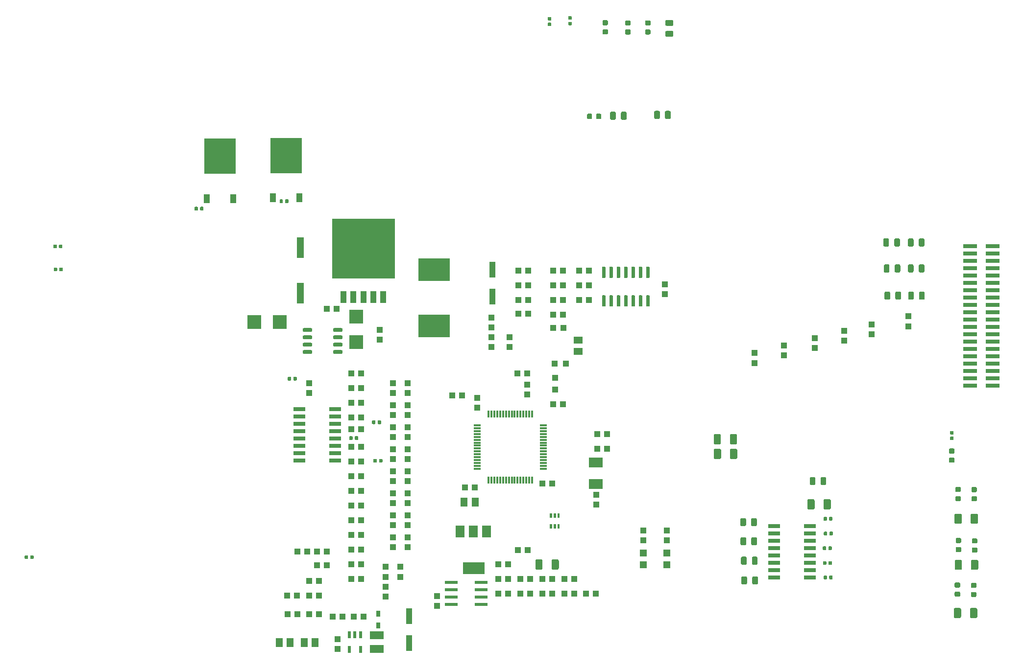
<source format=gbr>
G04 #@! TF.GenerationSoftware,KiCad,Pcbnew,5.1.5+dfsg1-2build2*
G04 #@! TF.CreationDate,2021-04-11T10:29:20+02:00*
G04 #@! TF.ProjectId,mainboardv3.4,6d61696e-626f-4617-9264-76332e342e6b,rev?*
G04 #@! TF.SameCoordinates,Original*
G04 #@! TF.FileFunction,Paste,Top*
G04 #@! TF.FilePolarity,Positive*
%FSLAX46Y46*%
G04 Gerber Fmt 4.6, Leading zero omitted, Abs format (unit mm)*
G04 Created by KiCad (PCBNEW 5.1.5+dfsg1-2build2) date 2021-04-11 10:29:20*
%MOMM*%
%LPD*%
G04 APERTURE LIST*
%ADD10C,0.100000*%
%ADD11R,2.200000X0.600000*%
%ADD12R,1.000000X1.100000*%
%ADD13R,1.100000X1.000000*%
%ADD14R,1.000000X2.800000*%
%ADD15R,1.300000X3.600000*%
%ADD16R,5.400000X4.000000*%
%ADD17R,2.400000X2.400000*%
%ADD18R,0.300000X1.200000*%
%ADD19R,1.200000X0.300000*%
%ADD20R,3.810000X2.006600*%
%ADD21R,1.498600X2.006600*%
%ADD22R,1.066800X2.159000*%
%ADD23R,10.800000X10.410000*%
%ADD24R,1.300000X1.500000*%
%ADD25R,2.400000X1.700000*%
%ADD26R,1.000000X1.000000*%
%ADD27R,1.200000X1.200000*%
%ADD28R,0.550000X1.200000*%
%ADD29R,2.400000X1.400000*%
%ADD30R,0.800000X1.000000*%
%ADD31R,1.500000X1.300000*%
%ADD32R,1.000000X1.600000*%
%ADD33R,5.400000X6.200000*%
%ADD34R,2.032000X0.660400*%
%ADD35R,2.400000X0.740000*%
G04 APERTURE END LIST*
D10*
G36*
X124961000Y-111033600D02*
G01*
X124561000Y-111033600D01*
X124561000Y-111783600D01*
X124961000Y-111783600D01*
X124961000Y-111033600D01*
G37*
G36*
X123661000Y-111033600D02*
G01*
X123261000Y-111033600D01*
X123261000Y-111783600D01*
X123661000Y-111783600D01*
X123661000Y-111033600D01*
G37*
G36*
X124961000Y-109183600D02*
G01*
X124561000Y-109183600D01*
X124561000Y-109933600D01*
X124961000Y-109933600D01*
X124961000Y-109183600D01*
G37*
G36*
X124311000Y-111033600D02*
G01*
X123911000Y-111033600D01*
X123911000Y-111783600D01*
X124311000Y-111783600D01*
X124311000Y-111033600D01*
G37*
G36*
X124961000Y-109183600D02*
G01*
X124561000Y-109183600D01*
X124561000Y-109933600D01*
X124961000Y-109933600D01*
X124961000Y-109183600D01*
G37*
G36*
X124961000Y-109183600D02*
G01*
X124561000Y-109183600D01*
X124561000Y-109933600D01*
X124961000Y-109933600D01*
X124961000Y-109183600D01*
G37*
G36*
X124312000Y-109183600D02*
G01*
X123912000Y-109183600D01*
X123912000Y-109933600D01*
X124312000Y-109933600D01*
X124312000Y-109183600D01*
G37*
G36*
X123661000Y-109183600D02*
G01*
X123261000Y-109183600D01*
X123261000Y-109933600D01*
X123661000Y-109933600D01*
X123661000Y-109183600D01*
G37*
G36*
X82063863Y-77130082D02*
G01*
X82078424Y-77132242D01*
X82092703Y-77135819D01*
X82106563Y-77140778D01*
X82119870Y-77147072D01*
X82132496Y-77154640D01*
X82144319Y-77163408D01*
X82155226Y-77173294D01*
X82165112Y-77184201D01*
X82173880Y-77196024D01*
X82181448Y-77208650D01*
X82187742Y-77221957D01*
X82192701Y-77235817D01*
X82196278Y-77250096D01*
X82198438Y-77264657D01*
X82199160Y-77279360D01*
X82199160Y-77579360D01*
X82198438Y-77594063D01*
X82196278Y-77608624D01*
X82192701Y-77622903D01*
X82187742Y-77636763D01*
X82181448Y-77650070D01*
X82173880Y-77662696D01*
X82165112Y-77674519D01*
X82155226Y-77685426D01*
X82144319Y-77695312D01*
X82132496Y-77704080D01*
X82119870Y-77711648D01*
X82106563Y-77717942D01*
X82092703Y-77722901D01*
X82078424Y-77726478D01*
X82063863Y-77728638D01*
X82049160Y-77729360D01*
X80699160Y-77729360D01*
X80684457Y-77728638D01*
X80669896Y-77726478D01*
X80655617Y-77722901D01*
X80641757Y-77717942D01*
X80628450Y-77711648D01*
X80615824Y-77704080D01*
X80604001Y-77695312D01*
X80593094Y-77685426D01*
X80583208Y-77674519D01*
X80574440Y-77662696D01*
X80566872Y-77650070D01*
X80560578Y-77636763D01*
X80555619Y-77622903D01*
X80552042Y-77608624D01*
X80549882Y-77594063D01*
X80549160Y-77579360D01*
X80549160Y-77279360D01*
X80549882Y-77264657D01*
X80552042Y-77250096D01*
X80555619Y-77235817D01*
X80560578Y-77221957D01*
X80566872Y-77208650D01*
X80574440Y-77196024D01*
X80583208Y-77184201D01*
X80593094Y-77173294D01*
X80604001Y-77163408D01*
X80615824Y-77154640D01*
X80628450Y-77147072D01*
X80641757Y-77140778D01*
X80655617Y-77135819D01*
X80669896Y-77132242D01*
X80684457Y-77130082D01*
X80699160Y-77129360D01*
X82049160Y-77129360D01*
X82063863Y-77130082D01*
G37*
G36*
X82063863Y-78400082D02*
G01*
X82078424Y-78402242D01*
X82092703Y-78405819D01*
X82106563Y-78410778D01*
X82119870Y-78417072D01*
X82132496Y-78424640D01*
X82144319Y-78433408D01*
X82155226Y-78443294D01*
X82165112Y-78454201D01*
X82173880Y-78466024D01*
X82181448Y-78478650D01*
X82187742Y-78491957D01*
X82192701Y-78505817D01*
X82196278Y-78520096D01*
X82198438Y-78534657D01*
X82199160Y-78549360D01*
X82199160Y-78849360D01*
X82198438Y-78864063D01*
X82196278Y-78878624D01*
X82192701Y-78892903D01*
X82187742Y-78906763D01*
X82181448Y-78920070D01*
X82173880Y-78932696D01*
X82165112Y-78944519D01*
X82155226Y-78955426D01*
X82144319Y-78965312D01*
X82132496Y-78974080D01*
X82119870Y-78981648D01*
X82106563Y-78987942D01*
X82092703Y-78992901D01*
X82078424Y-78996478D01*
X82063863Y-78998638D01*
X82049160Y-78999360D01*
X80699160Y-78999360D01*
X80684457Y-78998638D01*
X80669896Y-78996478D01*
X80655617Y-78992901D01*
X80641757Y-78987942D01*
X80628450Y-78981648D01*
X80615824Y-78974080D01*
X80604001Y-78965312D01*
X80593094Y-78955426D01*
X80583208Y-78944519D01*
X80574440Y-78932696D01*
X80566872Y-78920070D01*
X80560578Y-78906763D01*
X80555619Y-78892903D01*
X80552042Y-78878624D01*
X80549882Y-78864063D01*
X80549160Y-78849360D01*
X80549160Y-78549360D01*
X80549882Y-78534657D01*
X80552042Y-78520096D01*
X80555619Y-78505817D01*
X80560578Y-78491957D01*
X80566872Y-78478650D01*
X80574440Y-78466024D01*
X80583208Y-78454201D01*
X80593094Y-78443294D01*
X80604001Y-78433408D01*
X80615824Y-78424640D01*
X80628450Y-78417072D01*
X80641757Y-78410778D01*
X80655617Y-78405819D01*
X80669896Y-78402242D01*
X80684457Y-78400082D01*
X80699160Y-78399360D01*
X82049160Y-78399360D01*
X82063863Y-78400082D01*
G37*
G36*
X82063863Y-79670082D02*
G01*
X82078424Y-79672242D01*
X82092703Y-79675819D01*
X82106563Y-79680778D01*
X82119870Y-79687072D01*
X82132496Y-79694640D01*
X82144319Y-79703408D01*
X82155226Y-79713294D01*
X82165112Y-79724201D01*
X82173880Y-79736024D01*
X82181448Y-79748650D01*
X82187742Y-79761957D01*
X82192701Y-79775817D01*
X82196278Y-79790096D01*
X82198438Y-79804657D01*
X82199160Y-79819360D01*
X82199160Y-80119360D01*
X82198438Y-80134063D01*
X82196278Y-80148624D01*
X82192701Y-80162903D01*
X82187742Y-80176763D01*
X82181448Y-80190070D01*
X82173880Y-80202696D01*
X82165112Y-80214519D01*
X82155226Y-80225426D01*
X82144319Y-80235312D01*
X82132496Y-80244080D01*
X82119870Y-80251648D01*
X82106563Y-80257942D01*
X82092703Y-80262901D01*
X82078424Y-80266478D01*
X82063863Y-80268638D01*
X82049160Y-80269360D01*
X80699160Y-80269360D01*
X80684457Y-80268638D01*
X80669896Y-80266478D01*
X80655617Y-80262901D01*
X80641757Y-80257942D01*
X80628450Y-80251648D01*
X80615824Y-80244080D01*
X80604001Y-80235312D01*
X80593094Y-80225426D01*
X80583208Y-80214519D01*
X80574440Y-80202696D01*
X80566872Y-80190070D01*
X80560578Y-80176763D01*
X80555619Y-80162903D01*
X80552042Y-80148624D01*
X80549882Y-80134063D01*
X80549160Y-80119360D01*
X80549160Y-79819360D01*
X80549882Y-79804657D01*
X80552042Y-79790096D01*
X80555619Y-79775817D01*
X80560578Y-79761957D01*
X80566872Y-79748650D01*
X80574440Y-79736024D01*
X80583208Y-79724201D01*
X80593094Y-79713294D01*
X80604001Y-79703408D01*
X80615824Y-79694640D01*
X80628450Y-79687072D01*
X80641757Y-79680778D01*
X80655617Y-79675819D01*
X80669896Y-79672242D01*
X80684457Y-79670082D01*
X80699160Y-79669360D01*
X82049160Y-79669360D01*
X82063863Y-79670082D01*
G37*
G36*
X82063863Y-80940082D02*
G01*
X82078424Y-80942242D01*
X82092703Y-80945819D01*
X82106563Y-80950778D01*
X82119870Y-80957072D01*
X82132496Y-80964640D01*
X82144319Y-80973408D01*
X82155226Y-80983294D01*
X82165112Y-80994201D01*
X82173880Y-81006024D01*
X82181448Y-81018650D01*
X82187742Y-81031957D01*
X82192701Y-81045817D01*
X82196278Y-81060096D01*
X82198438Y-81074657D01*
X82199160Y-81089360D01*
X82199160Y-81389360D01*
X82198438Y-81404063D01*
X82196278Y-81418624D01*
X82192701Y-81432903D01*
X82187742Y-81446763D01*
X82181448Y-81460070D01*
X82173880Y-81472696D01*
X82165112Y-81484519D01*
X82155226Y-81495426D01*
X82144319Y-81505312D01*
X82132496Y-81514080D01*
X82119870Y-81521648D01*
X82106563Y-81527942D01*
X82092703Y-81532901D01*
X82078424Y-81536478D01*
X82063863Y-81538638D01*
X82049160Y-81539360D01*
X80699160Y-81539360D01*
X80684457Y-81538638D01*
X80669896Y-81536478D01*
X80655617Y-81532901D01*
X80641757Y-81527942D01*
X80628450Y-81521648D01*
X80615824Y-81514080D01*
X80604001Y-81505312D01*
X80593094Y-81495426D01*
X80583208Y-81484519D01*
X80574440Y-81472696D01*
X80566872Y-81460070D01*
X80560578Y-81446763D01*
X80555619Y-81432903D01*
X80552042Y-81418624D01*
X80549882Y-81404063D01*
X80549160Y-81389360D01*
X80549160Y-81089360D01*
X80549882Y-81074657D01*
X80552042Y-81060096D01*
X80555619Y-81045817D01*
X80560578Y-81031957D01*
X80566872Y-81018650D01*
X80574440Y-81006024D01*
X80583208Y-80994201D01*
X80593094Y-80983294D01*
X80604001Y-80973408D01*
X80615824Y-80964640D01*
X80628450Y-80957072D01*
X80641757Y-80950778D01*
X80655617Y-80945819D01*
X80669896Y-80942242D01*
X80684457Y-80940082D01*
X80699160Y-80939360D01*
X82049160Y-80939360D01*
X82063863Y-80940082D01*
G37*
G36*
X87313863Y-80940082D02*
G01*
X87328424Y-80942242D01*
X87342703Y-80945819D01*
X87356563Y-80950778D01*
X87369870Y-80957072D01*
X87382496Y-80964640D01*
X87394319Y-80973408D01*
X87405226Y-80983294D01*
X87415112Y-80994201D01*
X87423880Y-81006024D01*
X87431448Y-81018650D01*
X87437742Y-81031957D01*
X87442701Y-81045817D01*
X87446278Y-81060096D01*
X87448438Y-81074657D01*
X87449160Y-81089360D01*
X87449160Y-81389360D01*
X87448438Y-81404063D01*
X87446278Y-81418624D01*
X87442701Y-81432903D01*
X87437742Y-81446763D01*
X87431448Y-81460070D01*
X87423880Y-81472696D01*
X87415112Y-81484519D01*
X87405226Y-81495426D01*
X87394319Y-81505312D01*
X87382496Y-81514080D01*
X87369870Y-81521648D01*
X87356563Y-81527942D01*
X87342703Y-81532901D01*
X87328424Y-81536478D01*
X87313863Y-81538638D01*
X87299160Y-81539360D01*
X85949160Y-81539360D01*
X85934457Y-81538638D01*
X85919896Y-81536478D01*
X85905617Y-81532901D01*
X85891757Y-81527942D01*
X85878450Y-81521648D01*
X85865824Y-81514080D01*
X85854001Y-81505312D01*
X85843094Y-81495426D01*
X85833208Y-81484519D01*
X85824440Y-81472696D01*
X85816872Y-81460070D01*
X85810578Y-81446763D01*
X85805619Y-81432903D01*
X85802042Y-81418624D01*
X85799882Y-81404063D01*
X85799160Y-81389360D01*
X85799160Y-81089360D01*
X85799882Y-81074657D01*
X85802042Y-81060096D01*
X85805619Y-81045817D01*
X85810578Y-81031957D01*
X85816872Y-81018650D01*
X85824440Y-81006024D01*
X85833208Y-80994201D01*
X85843094Y-80983294D01*
X85854001Y-80973408D01*
X85865824Y-80964640D01*
X85878450Y-80957072D01*
X85891757Y-80950778D01*
X85905617Y-80945819D01*
X85919896Y-80942242D01*
X85934457Y-80940082D01*
X85949160Y-80939360D01*
X87299160Y-80939360D01*
X87313863Y-80940082D01*
G37*
G36*
X87313863Y-79670082D02*
G01*
X87328424Y-79672242D01*
X87342703Y-79675819D01*
X87356563Y-79680778D01*
X87369870Y-79687072D01*
X87382496Y-79694640D01*
X87394319Y-79703408D01*
X87405226Y-79713294D01*
X87415112Y-79724201D01*
X87423880Y-79736024D01*
X87431448Y-79748650D01*
X87437742Y-79761957D01*
X87442701Y-79775817D01*
X87446278Y-79790096D01*
X87448438Y-79804657D01*
X87449160Y-79819360D01*
X87449160Y-80119360D01*
X87448438Y-80134063D01*
X87446278Y-80148624D01*
X87442701Y-80162903D01*
X87437742Y-80176763D01*
X87431448Y-80190070D01*
X87423880Y-80202696D01*
X87415112Y-80214519D01*
X87405226Y-80225426D01*
X87394319Y-80235312D01*
X87382496Y-80244080D01*
X87369870Y-80251648D01*
X87356563Y-80257942D01*
X87342703Y-80262901D01*
X87328424Y-80266478D01*
X87313863Y-80268638D01*
X87299160Y-80269360D01*
X85949160Y-80269360D01*
X85934457Y-80268638D01*
X85919896Y-80266478D01*
X85905617Y-80262901D01*
X85891757Y-80257942D01*
X85878450Y-80251648D01*
X85865824Y-80244080D01*
X85854001Y-80235312D01*
X85843094Y-80225426D01*
X85833208Y-80214519D01*
X85824440Y-80202696D01*
X85816872Y-80190070D01*
X85810578Y-80176763D01*
X85805619Y-80162903D01*
X85802042Y-80148624D01*
X85799882Y-80134063D01*
X85799160Y-80119360D01*
X85799160Y-79819360D01*
X85799882Y-79804657D01*
X85802042Y-79790096D01*
X85805619Y-79775817D01*
X85810578Y-79761957D01*
X85816872Y-79748650D01*
X85824440Y-79736024D01*
X85833208Y-79724201D01*
X85843094Y-79713294D01*
X85854001Y-79703408D01*
X85865824Y-79694640D01*
X85878450Y-79687072D01*
X85891757Y-79680778D01*
X85905617Y-79675819D01*
X85919896Y-79672242D01*
X85934457Y-79670082D01*
X85949160Y-79669360D01*
X87299160Y-79669360D01*
X87313863Y-79670082D01*
G37*
G36*
X87313863Y-78400082D02*
G01*
X87328424Y-78402242D01*
X87342703Y-78405819D01*
X87356563Y-78410778D01*
X87369870Y-78417072D01*
X87382496Y-78424640D01*
X87394319Y-78433408D01*
X87405226Y-78443294D01*
X87415112Y-78454201D01*
X87423880Y-78466024D01*
X87431448Y-78478650D01*
X87437742Y-78491957D01*
X87442701Y-78505817D01*
X87446278Y-78520096D01*
X87448438Y-78534657D01*
X87449160Y-78549360D01*
X87449160Y-78849360D01*
X87448438Y-78864063D01*
X87446278Y-78878624D01*
X87442701Y-78892903D01*
X87437742Y-78906763D01*
X87431448Y-78920070D01*
X87423880Y-78932696D01*
X87415112Y-78944519D01*
X87405226Y-78955426D01*
X87394319Y-78965312D01*
X87382496Y-78974080D01*
X87369870Y-78981648D01*
X87356563Y-78987942D01*
X87342703Y-78992901D01*
X87328424Y-78996478D01*
X87313863Y-78998638D01*
X87299160Y-78999360D01*
X85949160Y-78999360D01*
X85934457Y-78998638D01*
X85919896Y-78996478D01*
X85905617Y-78992901D01*
X85891757Y-78987942D01*
X85878450Y-78981648D01*
X85865824Y-78974080D01*
X85854001Y-78965312D01*
X85843094Y-78955426D01*
X85833208Y-78944519D01*
X85824440Y-78932696D01*
X85816872Y-78920070D01*
X85810578Y-78906763D01*
X85805619Y-78892903D01*
X85802042Y-78878624D01*
X85799882Y-78864063D01*
X85799160Y-78849360D01*
X85799160Y-78549360D01*
X85799882Y-78534657D01*
X85802042Y-78520096D01*
X85805619Y-78505817D01*
X85810578Y-78491957D01*
X85816872Y-78478650D01*
X85824440Y-78466024D01*
X85833208Y-78454201D01*
X85843094Y-78443294D01*
X85854001Y-78433408D01*
X85865824Y-78424640D01*
X85878450Y-78417072D01*
X85891757Y-78410778D01*
X85905617Y-78405819D01*
X85919896Y-78402242D01*
X85934457Y-78400082D01*
X85949160Y-78399360D01*
X87299160Y-78399360D01*
X87313863Y-78400082D01*
G37*
G36*
X87313863Y-77130082D02*
G01*
X87328424Y-77132242D01*
X87342703Y-77135819D01*
X87356563Y-77140778D01*
X87369870Y-77147072D01*
X87382496Y-77154640D01*
X87394319Y-77163408D01*
X87405226Y-77173294D01*
X87415112Y-77184201D01*
X87423880Y-77196024D01*
X87431448Y-77208650D01*
X87437742Y-77221957D01*
X87442701Y-77235817D01*
X87446278Y-77250096D01*
X87448438Y-77264657D01*
X87449160Y-77279360D01*
X87449160Y-77579360D01*
X87448438Y-77594063D01*
X87446278Y-77608624D01*
X87442701Y-77622903D01*
X87437742Y-77636763D01*
X87431448Y-77650070D01*
X87423880Y-77662696D01*
X87415112Y-77674519D01*
X87405226Y-77685426D01*
X87394319Y-77695312D01*
X87382496Y-77704080D01*
X87369870Y-77711648D01*
X87356563Y-77717942D01*
X87342703Y-77722901D01*
X87328424Y-77726478D01*
X87313863Y-77728638D01*
X87299160Y-77729360D01*
X85949160Y-77729360D01*
X85934457Y-77728638D01*
X85919896Y-77726478D01*
X85905617Y-77722901D01*
X85891757Y-77717942D01*
X85878450Y-77711648D01*
X85865824Y-77704080D01*
X85854001Y-77695312D01*
X85843094Y-77685426D01*
X85833208Y-77674519D01*
X85824440Y-77662696D01*
X85816872Y-77650070D01*
X85810578Y-77636763D01*
X85805619Y-77622903D01*
X85802042Y-77608624D01*
X85799882Y-77594063D01*
X85799160Y-77579360D01*
X85799160Y-77279360D01*
X85799882Y-77264657D01*
X85802042Y-77250096D01*
X85805619Y-77235817D01*
X85810578Y-77221957D01*
X85816872Y-77208650D01*
X85824440Y-77196024D01*
X85833208Y-77184201D01*
X85843094Y-77173294D01*
X85854001Y-77163408D01*
X85865824Y-77154640D01*
X85878450Y-77147072D01*
X85891757Y-77140778D01*
X85905617Y-77135819D01*
X85919896Y-77132242D01*
X85934457Y-77130082D01*
X85949160Y-77129360D01*
X87299160Y-77129360D01*
X87313863Y-77130082D01*
G37*
D11*
X111398500Y-124888600D03*
X111398500Y-123618600D03*
X111398500Y-121078600D03*
X106198500Y-124888600D03*
X106198500Y-123618600D03*
X106198500Y-121078600D03*
X111398500Y-122348600D03*
X106198500Y-122348600D03*
D12*
X77924500Y-126612100D03*
X79624500Y-126612100D03*
X88913500Y-115476100D03*
X90613500Y-115476100D03*
D13*
X119368500Y-84983600D03*
X117668500Y-84983600D03*
D12*
X98653500Y-88386100D03*
X98653500Y-86686100D03*
X98653500Y-92196100D03*
X98653500Y-90496100D03*
X98653500Y-96006100D03*
X98653500Y-94306100D03*
X98653500Y-99816100D03*
X98653500Y-98116100D03*
X98653500Y-103626100D03*
X98653500Y-101926100D03*
X98653500Y-107436100D03*
X98653500Y-105736100D03*
X98653500Y-111246100D03*
X98653500Y-109546100D03*
X98653500Y-115056100D03*
X98653500Y-113356100D03*
D13*
X93878400Y-77445500D03*
X93878400Y-79145500D03*
D12*
X90613500Y-90076100D03*
X88913500Y-90076100D03*
D13*
X88913500Y-84996100D03*
X90613500Y-84996100D03*
D12*
X90613500Y-87536100D03*
X88913500Y-87536100D03*
D13*
X117793500Y-69756100D03*
X119493500Y-69756100D03*
D12*
X119493500Y-67216100D03*
X117793500Y-67216100D03*
X119523500Y-74666100D03*
X117823500Y-74666100D03*
D13*
X117793500Y-72296100D03*
X119493500Y-72296100D03*
D12*
X125573500Y-77106100D03*
X123873500Y-77106100D03*
D13*
X123863500Y-74836100D03*
X125563500Y-74836100D03*
D12*
X83374500Y-120827100D03*
X81674500Y-120827100D03*
X84734400Y-118173500D03*
X83034400Y-118173500D03*
X113151000Y-77026100D03*
X113151000Y-75326100D03*
D13*
X84676000Y-73778600D03*
X86376000Y-73778600D03*
D14*
X113336000Y-71681100D03*
X113336000Y-66981100D03*
D15*
X80158500Y-71083600D03*
X80158500Y-63208600D03*
D16*
X103251000Y-66973600D03*
X103251000Y-76773600D03*
D17*
X89763500Y-79576100D03*
X89763500Y-75176100D03*
D13*
X143103500Y-69551100D03*
X143103500Y-71251100D03*
D12*
X81674500Y-123367100D03*
X83374500Y-123367100D03*
D13*
X77864500Y-123367100D03*
X79564500Y-123367100D03*
D12*
X83034400Y-115760500D03*
X84734400Y-115760500D03*
D13*
X79605400Y-115760500D03*
X81305400Y-115760500D03*
D12*
X125563500Y-67216100D03*
X123863500Y-67216100D03*
X129983500Y-67216100D03*
X128283500Y-67216100D03*
D13*
X123863500Y-69756100D03*
X125563500Y-69756100D03*
X128283500Y-69756100D03*
X129983500Y-69756100D03*
D12*
X88913500Y-120556100D03*
X90613500Y-120556100D03*
D13*
X108058500Y-88808600D03*
X106358500Y-88808600D03*
D12*
X88913500Y-118016100D03*
X90613500Y-118016100D03*
X88913500Y-112936100D03*
X90613500Y-112936100D03*
D18*
X120183500Y-103396100D03*
X119683500Y-103396100D03*
X119183500Y-103396100D03*
X118683500Y-103396100D03*
X118183500Y-103396100D03*
X117683500Y-103396100D03*
X117183500Y-103396100D03*
X116683500Y-103396100D03*
X116183500Y-103396100D03*
X115683500Y-103396100D03*
X115183500Y-103396100D03*
X114683500Y-103396100D03*
X114183500Y-103396100D03*
X113683500Y-103396100D03*
X113183500Y-103396100D03*
X112683500Y-103396100D03*
D19*
X110733500Y-101446100D03*
X110733500Y-100946100D03*
X110733500Y-100446100D03*
X110733500Y-99946100D03*
X110733500Y-99446100D03*
X110733500Y-98946100D03*
X110733500Y-98446100D03*
X110733500Y-97946100D03*
X110733500Y-97446100D03*
X110733500Y-96946100D03*
X110733500Y-96446100D03*
X110733500Y-95946100D03*
X110733500Y-95446100D03*
X110733500Y-94946100D03*
X110733500Y-94446100D03*
X110733500Y-93946100D03*
D18*
X112683500Y-91996100D03*
X113183500Y-91996100D03*
X113683500Y-91996100D03*
X114183500Y-91996100D03*
X114683500Y-91996100D03*
X115183500Y-91996100D03*
X115683500Y-91996100D03*
X116183500Y-91996100D03*
X116683500Y-91996100D03*
X117183500Y-91996100D03*
X117683500Y-91996100D03*
X118183500Y-91996100D03*
X118683500Y-91996100D03*
X119183500Y-91996100D03*
X119683500Y-91996100D03*
X120183500Y-91996100D03*
D19*
X122133500Y-93946100D03*
X122133500Y-94446100D03*
X122133500Y-94946100D03*
X122133500Y-95446100D03*
X122133500Y-95946100D03*
X122133500Y-96446100D03*
X122133500Y-96946100D03*
X122133500Y-97446100D03*
X122133500Y-97946100D03*
X122133500Y-98446100D03*
X122133500Y-98946100D03*
X122133500Y-99446100D03*
X122133500Y-99946100D03*
X122133500Y-100446100D03*
X122133500Y-100946100D03*
X122133500Y-101446100D03*
D20*
X110083500Y-118625700D03*
D21*
X107772100Y-112326500D03*
X110058100Y-112326500D03*
X112344100Y-112326500D03*
D12*
X110708500Y-90926100D03*
X110708500Y-89226100D03*
X119358500Y-88576100D03*
X119358500Y-86876100D03*
D13*
X110298500Y-104681100D03*
X108598500Y-104681100D03*
X121933500Y-104046100D03*
X123633500Y-104046100D03*
X123843500Y-90296100D03*
X125543500Y-90296100D03*
D12*
X90613500Y-110396100D03*
X88913500Y-110396100D03*
X90613500Y-107856100D03*
X88913500Y-107856100D03*
X90613500Y-105316100D03*
X88913500Y-105316100D03*
X90613500Y-102776100D03*
X88913500Y-102776100D03*
X90613500Y-100236100D03*
X88913500Y-100236100D03*
X90613500Y-97696100D03*
X88913500Y-97696100D03*
X90613500Y-94615000D03*
X88913500Y-94615000D03*
X90613500Y-92616100D03*
X88913500Y-92616100D03*
D13*
X96113500Y-86686100D03*
X96113500Y-88386100D03*
X96113500Y-90496100D03*
X96113500Y-92196100D03*
X96113500Y-94306100D03*
X96113500Y-96006100D03*
X96113500Y-98116100D03*
X96113500Y-99816100D03*
X96113500Y-101926100D03*
X96113500Y-103626100D03*
X96113500Y-105736100D03*
X96113500Y-107436100D03*
X96113500Y-109546100D03*
X96113500Y-111246100D03*
X96113500Y-113356100D03*
X96113500Y-115056100D03*
D22*
X94437100Y-71737300D03*
X92735300Y-71737300D03*
X91033500Y-71737300D03*
X89331700Y-71737300D03*
X87629900Y-71737300D03*
D23*
X91033500Y-63406100D03*
D24*
X108438500Y-107221100D03*
X110338500Y-107221100D03*
D13*
X133118500Y-95486100D03*
X131418500Y-95486100D03*
D25*
X131236000Y-104063600D03*
X131236000Y-100363600D03*
D12*
X131306000Y-107686100D03*
X131306000Y-105986100D03*
D13*
X133116000Y-98011100D03*
X131416000Y-98011100D03*
D12*
X129493500Y-123096100D03*
X131193500Y-123096100D03*
X121933500Y-120556100D03*
X123633500Y-120556100D03*
X118123500Y-120556100D03*
X119823500Y-120556100D03*
D13*
X127443500Y-123096100D03*
X125743500Y-123096100D03*
X123633500Y-123096100D03*
X121933500Y-123096100D03*
X119823500Y-123096100D03*
X118123500Y-123096100D03*
X114313500Y-123096100D03*
X116013500Y-123096100D03*
D12*
X103733500Y-123516100D03*
X103733500Y-125216100D03*
D14*
X98958500Y-126953600D03*
X98958500Y-131653600D03*
D24*
X76484400Y-131508500D03*
X78384400Y-131508500D03*
X80797400Y-131508500D03*
X82697400Y-131508500D03*
D12*
X83374500Y-126652100D03*
X81674500Y-126652100D03*
D13*
X94911000Y-123601100D03*
X94911000Y-121901100D03*
D12*
X97383500Y-120146100D03*
X97383500Y-118446100D03*
D26*
X124131000Y-85736100D03*
X124131000Y-87736100D03*
D27*
X139423500Y-115996100D03*
X139423500Y-118096100D03*
X143486000Y-115996100D03*
X143486000Y-118096100D03*
D13*
X139423500Y-113833600D03*
X139423500Y-112133600D03*
X143486000Y-113833600D03*
X143486000Y-112133600D03*
X117751000Y-115516100D03*
X119451000Y-115516100D03*
D12*
X125538500Y-72296100D03*
X123838500Y-72296100D03*
X129983500Y-72296100D03*
X128283500Y-72296100D03*
X94883500Y-120146100D03*
X94883500Y-118446100D03*
D28*
X90526000Y-132743600D03*
X88626000Y-132743600D03*
X88626000Y-130143600D03*
X89576000Y-130143600D03*
X90526000Y-130143600D03*
D29*
X93386000Y-130243600D03*
X93386000Y-132643600D03*
D12*
X91061000Y-127008600D03*
X89361000Y-127008600D03*
X87438500Y-127008600D03*
X85738500Y-127008600D03*
X86561000Y-130893600D03*
X86561000Y-132593600D03*
D17*
X72223500Y-76108600D03*
X76623500Y-76108600D03*
D30*
X93573500Y-126541100D03*
X93573500Y-128541100D03*
D13*
X114313500Y-118016100D03*
X116013500Y-118016100D03*
D26*
X126048500Y-83296100D03*
X124048500Y-83296100D03*
D13*
X116298500Y-78696100D03*
X116298500Y-80396100D03*
D31*
X128173500Y-79221100D03*
X128173500Y-81121100D03*
D12*
X125761000Y-120556100D03*
X127461000Y-120556100D03*
X114313500Y-120556100D03*
X116013500Y-120556100D03*
X113173500Y-78696100D03*
X113173500Y-80396100D03*
X81686400Y-86677500D03*
X81686400Y-88377500D03*
D32*
X68574000Y-54698300D03*
X64014000Y-54698300D03*
D33*
X66294000Y-47398300D03*
D34*
X86156800Y-100012500D03*
X80010000Y-100012500D03*
X86156800Y-98742500D03*
X86156800Y-97472500D03*
X80010000Y-98742500D03*
X80010000Y-97472500D03*
X86156800Y-96202500D03*
X80010000Y-96202500D03*
X86156800Y-94932500D03*
X80010000Y-94932500D03*
X86156800Y-93662500D03*
X86156800Y-92392500D03*
X80010000Y-93662500D03*
X80010000Y-92392500D03*
X86156800Y-91122500D03*
X80010000Y-91122500D03*
D35*
X195884800Y-62953900D03*
X199784800Y-62953900D03*
X195884800Y-64223900D03*
X199784800Y-64223900D03*
X195884800Y-65493900D03*
X199784800Y-65493900D03*
X195884800Y-66763900D03*
X199784800Y-66763900D03*
X195884800Y-68033900D03*
X199784800Y-68033900D03*
X195884800Y-69303900D03*
X199784800Y-69303900D03*
X195884800Y-70573900D03*
X199784800Y-70573900D03*
X195884800Y-71843900D03*
X199784800Y-71843900D03*
X195884800Y-73113900D03*
X199784800Y-73113900D03*
X195884800Y-74383900D03*
X199784800Y-74383900D03*
X195884800Y-75653900D03*
X199784800Y-75653900D03*
X195884800Y-76923900D03*
X199784800Y-76923900D03*
X195884800Y-78193900D03*
X199784800Y-78193900D03*
X195884800Y-79463900D03*
X199784800Y-79463900D03*
X195884800Y-80733900D03*
X199784800Y-80733900D03*
X195884800Y-82003900D03*
X199784800Y-82003900D03*
X195884800Y-83273900D03*
X199784800Y-83273900D03*
X195884800Y-84543900D03*
X199784800Y-84543900D03*
X195884800Y-85813900D03*
X199784800Y-85813900D03*
X195884800Y-87083900D03*
X199784800Y-87083900D03*
D13*
X158610300Y-83145100D03*
X158610300Y-81445100D03*
X163677600Y-80162400D03*
X163677600Y-81862400D03*
X169087800Y-80568800D03*
X169087800Y-78868800D03*
X174155100Y-77609700D03*
X174155100Y-79309700D03*
D10*
G36*
X185931242Y-70814874D02*
G01*
X185954903Y-70818384D01*
X185978107Y-70824196D01*
X186000629Y-70832254D01*
X186022253Y-70842482D01*
X186042770Y-70854779D01*
X186061983Y-70869029D01*
X186079707Y-70885093D01*
X186095771Y-70902817D01*
X186110021Y-70922030D01*
X186122318Y-70942547D01*
X186132546Y-70964171D01*
X186140604Y-70986693D01*
X186146416Y-71009897D01*
X186149926Y-71033558D01*
X186151100Y-71057450D01*
X186151100Y-71969950D01*
X186149926Y-71993842D01*
X186146416Y-72017503D01*
X186140604Y-72040707D01*
X186132546Y-72063229D01*
X186122318Y-72084853D01*
X186110021Y-72105370D01*
X186095771Y-72124583D01*
X186079707Y-72142307D01*
X186061983Y-72158371D01*
X186042770Y-72172621D01*
X186022253Y-72184918D01*
X186000629Y-72195146D01*
X185978107Y-72203204D01*
X185954903Y-72209016D01*
X185931242Y-72212526D01*
X185907350Y-72213700D01*
X185419850Y-72213700D01*
X185395958Y-72212526D01*
X185372297Y-72209016D01*
X185349093Y-72203204D01*
X185326571Y-72195146D01*
X185304947Y-72184918D01*
X185284430Y-72172621D01*
X185265217Y-72158371D01*
X185247493Y-72142307D01*
X185231429Y-72124583D01*
X185217179Y-72105370D01*
X185204882Y-72084853D01*
X185194654Y-72063229D01*
X185186596Y-72040707D01*
X185180784Y-72017503D01*
X185177274Y-71993842D01*
X185176100Y-71969950D01*
X185176100Y-71057450D01*
X185177274Y-71033558D01*
X185180784Y-71009897D01*
X185186596Y-70986693D01*
X185194654Y-70964171D01*
X185204882Y-70942547D01*
X185217179Y-70922030D01*
X185231429Y-70902817D01*
X185247493Y-70885093D01*
X185265217Y-70869029D01*
X185284430Y-70854779D01*
X185304947Y-70842482D01*
X185326571Y-70832254D01*
X185349093Y-70824196D01*
X185372297Y-70818384D01*
X185395958Y-70814874D01*
X185419850Y-70813700D01*
X185907350Y-70813700D01*
X185931242Y-70814874D01*
G37*
G36*
X187806242Y-70814874D02*
G01*
X187829903Y-70818384D01*
X187853107Y-70824196D01*
X187875629Y-70832254D01*
X187897253Y-70842482D01*
X187917770Y-70854779D01*
X187936983Y-70869029D01*
X187954707Y-70885093D01*
X187970771Y-70902817D01*
X187985021Y-70922030D01*
X187997318Y-70942547D01*
X188007546Y-70964171D01*
X188015604Y-70986693D01*
X188021416Y-71009897D01*
X188024926Y-71033558D01*
X188026100Y-71057450D01*
X188026100Y-71969950D01*
X188024926Y-71993842D01*
X188021416Y-72017503D01*
X188015604Y-72040707D01*
X188007546Y-72063229D01*
X187997318Y-72084853D01*
X187985021Y-72105370D01*
X187970771Y-72124583D01*
X187954707Y-72142307D01*
X187936983Y-72158371D01*
X187917770Y-72172621D01*
X187897253Y-72184918D01*
X187875629Y-72195146D01*
X187853107Y-72203204D01*
X187829903Y-72209016D01*
X187806242Y-72212526D01*
X187782350Y-72213700D01*
X187294850Y-72213700D01*
X187270958Y-72212526D01*
X187247297Y-72209016D01*
X187224093Y-72203204D01*
X187201571Y-72195146D01*
X187179947Y-72184918D01*
X187159430Y-72172621D01*
X187140217Y-72158371D01*
X187122493Y-72142307D01*
X187106429Y-72124583D01*
X187092179Y-72105370D01*
X187079882Y-72084853D01*
X187069654Y-72063229D01*
X187061596Y-72040707D01*
X187055784Y-72017503D01*
X187052274Y-71993842D01*
X187051100Y-71969950D01*
X187051100Y-71057450D01*
X187052274Y-71033558D01*
X187055784Y-71009897D01*
X187061596Y-70986693D01*
X187069654Y-70964171D01*
X187079882Y-70942547D01*
X187092179Y-70922030D01*
X187106429Y-70902817D01*
X187122493Y-70885093D01*
X187140217Y-70869029D01*
X187159430Y-70854779D01*
X187179947Y-70842482D01*
X187201571Y-70832254D01*
X187224093Y-70824196D01*
X187247297Y-70818384D01*
X187270958Y-70814874D01*
X187294850Y-70813700D01*
X187782350Y-70813700D01*
X187806242Y-70814874D01*
G37*
G36*
X187765842Y-61620074D02*
G01*
X187789503Y-61623584D01*
X187812707Y-61629396D01*
X187835229Y-61637454D01*
X187856853Y-61647682D01*
X187877370Y-61659979D01*
X187896583Y-61674229D01*
X187914307Y-61690293D01*
X187930371Y-61708017D01*
X187944621Y-61727230D01*
X187956918Y-61747747D01*
X187967146Y-61769371D01*
X187975204Y-61791893D01*
X187981016Y-61815097D01*
X187984526Y-61838758D01*
X187985700Y-61862650D01*
X187985700Y-62775150D01*
X187984526Y-62799042D01*
X187981016Y-62822703D01*
X187975204Y-62845907D01*
X187967146Y-62868429D01*
X187956918Y-62890053D01*
X187944621Y-62910570D01*
X187930371Y-62929783D01*
X187914307Y-62947507D01*
X187896583Y-62963571D01*
X187877370Y-62977821D01*
X187856853Y-62990118D01*
X187835229Y-63000346D01*
X187812707Y-63008404D01*
X187789503Y-63014216D01*
X187765842Y-63017726D01*
X187741950Y-63018900D01*
X187254450Y-63018900D01*
X187230558Y-63017726D01*
X187206897Y-63014216D01*
X187183693Y-63008404D01*
X187161171Y-63000346D01*
X187139547Y-62990118D01*
X187119030Y-62977821D01*
X187099817Y-62963571D01*
X187082093Y-62947507D01*
X187066029Y-62929783D01*
X187051779Y-62910570D01*
X187039482Y-62890053D01*
X187029254Y-62868429D01*
X187021196Y-62845907D01*
X187015384Y-62822703D01*
X187011874Y-62799042D01*
X187010700Y-62775150D01*
X187010700Y-61862650D01*
X187011874Y-61838758D01*
X187015384Y-61815097D01*
X187021196Y-61791893D01*
X187029254Y-61769371D01*
X187039482Y-61747747D01*
X187051779Y-61727230D01*
X187066029Y-61708017D01*
X187082093Y-61690293D01*
X187099817Y-61674229D01*
X187119030Y-61659979D01*
X187139547Y-61647682D01*
X187161171Y-61637454D01*
X187183693Y-61629396D01*
X187206897Y-61623584D01*
X187230558Y-61620074D01*
X187254450Y-61618900D01*
X187741950Y-61618900D01*
X187765842Y-61620074D01*
G37*
G36*
X185890842Y-61620074D02*
G01*
X185914503Y-61623584D01*
X185937707Y-61629396D01*
X185960229Y-61637454D01*
X185981853Y-61647682D01*
X186002370Y-61659979D01*
X186021583Y-61674229D01*
X186039307Y-61690293D01*
X186055371Y-61708017D01*
X186069621Y-61727230D01*
X186081918Y-61747747D01*
X186092146Y-61769371D01*
X186100204Y-61791893D01*
X186106016Y-61815097D01*
X186109526Y-61838758D01*
X186110700Y-61862650D01*
X186110700Y-62775150D01*
X186109526Y-62799042D01*
X186106016Y-62822703D01*
X186100204Y-62845907D01*
X186092146Y-62868429D01*
X186081918Y-62890053D01*
X186069621Y-62910570D01*
X186055371Y-62929783D01*
X186039307Y-62947507D01*
X186021583Y-62963571D01*
X186002370Y-62977821D01*
X185981853Y-62990118D01*
X185960229Y-63000346D01*
X185937707Y-63008404D01*
X185914503Y-63014216D01*
X185890842Y-63017726D01*
X185866950Y-63018900D01*
X185379450Y-63018900D01*
X185355558Y-63017726D01*
X185331897Y-63014216D01*
X185308693Y-63008404D01*
X185286171Y-63000346D01*
X185264547Y-62990118D01*
X185244030Y-62977821D01*
X185224817Y-62963571D01*
X185207093Y-62947507D01*
X185191029Y-62929783D01*
X185176779Y-62910570D01*
X185164482Y-62890053D01*
X185154254Y-62868429D01*
X185146196Y-62845907D01*
X185140384Y-62822703D01*
X185136874Y-62799042D01*
X185135700Y-62775150D01*
X185135700Y-61862650D01*
X185136874Y-61838758D01*
X185140384Y-61815097D01*
X185146196Y-61791893D01*
X185154254Y-61769371D01*
X185164482Y-61747747D01*
X185176779Y-61727230D01*
X185191029Y-61708017D01*
X185207093Y-61690293D01*
X185224817Y-61674229D01*
X185244030Y-61659979D01*
X185264547Y-61647682D01*
X185286171Y-61637454D01*
X185308693Y-61629396D01*
X185331897Y-61623584D01*
X185355558Y-61620074D01*
X185379450Y-61618900D01*
X185866950Y-61618900D01*
X185890842Y-61620074D01*
G37*
D13*
X178841400Y-78179400D03*
X178841400Y-76479400D03*
X185191400Y-75096000D03*
X185191400Y-76796000D03*
D10*
G36*
X187765842Y-66090474D02*
G01*
X187789503Y-66093984D01*
X187812707Y-66099796D01*
X187835229Y-66107854D01*
X187856853Y-66118082D01*
X187877370Y-66130379D01*
X187896583Y-66144629D01*
X187914307Y-66160693D01*
X187930371Y-66178417D01*
X187944621Y-66197630D01*
X187956918Y-66218147D01*
X187967146Y-66239771D01*
X187975204Y-66262293D01*
X187981016Y-66285497D01*
X187984526Y-66309158D01*
X187985700Y-66333050D01*
X187985700Y-67245550D01*
X187984526Y-67269442D01*
X187981016Y-67293103D01*
X187975204Y-67316307D01*
X187967146Y-67338829D01*
X187956918Y-67360453D01*
X187944621Y-67380970D01*
X187930371Y-67400183D01*
X187914307Y-67417907D01*
X187896583Y-67433971D01*
X187877370Y-67448221D01*
X187856853Y-67460518D01*
X187835229Y-67470746D01*
X187812707Y-67478804D01*
X187789503Y-67484616D01*
X187765842Y-67488126D01*
X187741950Y-67489300D01*
X187254450Y-67489300D01*
X187230558Y-67488126D01*
X187206897Y-67484616D01*
X187183693Y-67478804D01*
X187161171Y-67470746D01*
X187139547Y-67460518D01*
X187119030Y-67448221D01*
X187099817Y-67433971D01*
X187082093Y-67417907D01*
X187066029Y-67400183D01*
X187051779Y-67380970D01*
X187039482Y-67360453D01*
X187029254Y-67338829D01*
X187021196Y-67316307D01*
X187015384Y-67293103D01*
X187011874Y-67269442D01*
X187010700Y-67245550D01*
X187010700Y-66333050D01*
X187011874Y-66309158D01*
X187015384Y-66285497D01*
X187021196Y-66262293D01*
X187029254Y-66239771D01*
X187039482Y-66218147D01*
X187051779Y-66197630D01*
X187066029Y-66178417D01*
X187082093Y-66160693D01*
X187099817Y-66144629D01*
X187119030Y-66130379D01*
X187139547Y-66118082D01*
X187161171Y-66107854D01*
X187183693Y-66099796D01*
X187206897Y-66093984D01*
X187230558Y-66090474D01*
X187254450Y-66089300D01*
X187741950Y-66089300D01*
X187765842Y-66090474D01*
G37*
G36*
X185890842Y-66090474D02*
G01*
X185914503Y-66093984D01*
X185937707Y-66099796D01*
X185960229Y-66107854D01*
X185981853Y-66118082D01*
X186002370Y-66130379D01*
X186021583Y-66144629D01*
X186039307Y-66160693D01*
X186055371Y-66178417D01*
X186069621Y-66197630D01*
X186081918Y-66218147D01*
X186092146Y-66239771D01*
X186100204Y-66262293D01*
X186106016Y-66285497D01*
X186109526Y-66309158D01*
X186110700Y-66333050D01*
X186110700Y-67245550D01*
X186109526Y-67269442D01*
X186106016Y-67293103D01*
X186100204Y-67316307D01*
X186092146Y-67338829D01*
X186081918Y-67360453D01*
X186069621Y-67380970D01*
X186055371Y-67400183D01*
X186039307Y-67417907D01*
X186021583Y-67433971D01*
X186002370Y-67448221D01*
X185981853Y-67460518D01*
X185960229Y-67470746D01*
X185937707Y-67478804D01*
X185914503Y-67484616D01*
X185890842Y-67488126D01*
X185866950Y-67489300D01*
X185379450Y-67489300D01*
X185355558Y-67488126D01*
X185331897Y-67484616D01*
X185308693Y-67478804D01*
X185286171Y-67470746D01*
X185264547Y-67460518D01*
X185244030Y-67448221D01*
X185224817Y-67433971D01*
X185207093Y-67417907D01*
X185191029Y-67400183D01*
X185176779Y-67380970D01*
X185164482Y-67360453D01*
X185154254Y-67338829D01*
X185146196Y-67316307D01*
X185140384Y-67293103D01*
X185136874Y-67269442D01*
X185135700Y-67245550D01*
X185135700Y-66333050D01*
X185136874Y-66309158D01*
X185140384Y-66285497D01*
X185146196Y-66262293D01*
X185154254Y-66239771D01*
X185164482Y-66218147D01*
X185176779Y-66197630D01*
X185191029Y-66178417D01*
X185207093Y-66160693D01*
X185224817Y-66144629D01*
X185244030Y-66130379D01*
X185264547Y-66118082D01*
X185286171Y-66107854D01*
X185308693Y-66099796D01*
X185331897Y-66093984D01*
X185355558Y-66090474D01*
X185379450Y-66089300D01*
X185866950Y-66089300D01*
X185890842Y-66090474D01*
G37*
G36*
X181727542Y-66103174D02*
G01*
X181751203Y-66106684D01*
X181774407Y-66112496D01*
X181796929Y-66120554D01*
X181818553Y-66130782D01*
X181839070Y-66143079D01*
X181858283Y-66157329D01*
X181876007Y-66173393D01*
X181892071Y-66191117D01*
X181906321Y-66210330D01*
X181918618Y-66230847D01*
X181928846Y-66252471D01*
X181936904Y-66274993D01*
X181942716Y-66298197D01*
X181946226Y-66321858D01*
X181947400Y-66345750D01*
X181947400Y-67258250D01*
X181946226Y-67282142D01*
X181942716Y-67305803D01*
X181936904Y-67329007D01*
X181928846Y-67351529D01*
X181918618Y-67373153D01*
X181906321Y-67393670D01*
X181892071Y-67412883D01*
X181876007Y-67430607D01*
X181858283Y-67446671D01*
X181839070Y-67460921D01*
X181818553Y-67473218D01*
X181796929Y-67483446D01*
X181774407Y-67491504D01*
X181751203Y-67497316D01*
X181727542Y-67500826D01*
X181703650Y-67502000D01*
X181216150Y-67502000D01*
X181192258Y-67500826D01*
X181168597Y-67497316D01*
X181145393Y-67491504D01*
X181122871Y-67483446D01*
X181101247Y-67473218D01*
X181080730Y-67460921D01*
X181061517Y-67446671D01*
X181043793Y-67430607D01*
X181027729Y-67412883D01*
X181013479Y-67393670D01*
X181001182Y-67373153D01*
X180990954Y-67351529D01*
X180982896Y-67329007D01*
X180977084Y-67305803D01*
X180973574Y-67282142D01*
X180972400Y-67258250D01*
X180972400Y-66345750D01*
X180973574Y-66321858D01*
X180977084Y-66298197D01*
X180982896Y-66274993D01*
X180990954Y-66252471D01*
X181001182Y-66230847D01*
X181013479Y-66210330D01*
X181027729Y-66191117D01*
X181043793Y-66173393D01*
X181061517Y-66157329D01*
X181080730Y-66143079D01*
X181101247Y-66130782D01*
X181122871Y-66120554D01*
X181145393Y-66112496D01*
X181168597Y-66106684D01*
X181192258Y-66103174D01*
X181216150Y-66102000D01*
X181703650Y-66102000D01*
X181727542Y-66103174D01*
G37*
G36*
X183602542Y-66103174D02*
G01*
X183626203Y-66106684D01*
X183649407Y-66112496D01*
X183671929Y-66120554D01*
X183693553Y-66130782D01*
X183714070Y-66143079D01*
X183733283Y-66157329D01*
X183751007Y-66173393D01*
X183767071Y-66191117D01*
X183781321Y-66210330D01*
X183793618Y-66230847D01*
X183803846Y-66252471D01*
X183811904Y-66274993D01*
X183817716Y-66298197D01*
X183821226Y-66321858D01*
X183822400Y-66345750D01*
X183822400Y-67258250D01*
X183821226Y-67282142D01*
X183817716Y-67305803D01*
X183811904Y-67329007D01*
X183803846Y-67351529D01*
X183793618Y-67373153D01*
X183781321Y-67393670D01*
X183767071Y-67412883D01*
X183751007Y-67430607D01*
X183733283Y-67446671D01*
X183714070Y-67460921D01*
X183693553Y-67473218D01*
X183671929Y-67483446D01*
X183649407Y-67491504D01*
X183626203Y-67497316D01*
X183602542Y-67500826D01*
X183578650Y-67502000D01*
X183091150Y-67502000D01*
X183067258Y-67500826D01*
X183043597Y-67497316D01*
X183020393Y-67491504D01*
X182997871Y-67483446D01*
X182976247Y-67473218D01*
X182955730Y-67460921D01*
X182936517Y-67446671D01*
X182918793Y-67430607D01*
X182902729Y-67412883D01*
X182888479Y-67393670D01*
X182876182Y-67373153D01*
X182865954Y-67351529D01*
X182857896Y-67329007D01*
X182852084Y-67305803D01*
X182848574Y-67282142D01*
X182847400Y-67258250D01*
X182847400Y-66345750D01*
X182848574Y-66321858D01*
X182852084Y-66298197D01*
X182857896Y-66274993D01*
X182865954Y-66252471D01*
X182876182Y-66230847D01*
X182888479Y-66210330D01*
X182902729Y-66191117D01*
X182918793Y-66173393D01*
X182936517Y-66157329D01*
X182955730Y-66143079D01*
X182976247Y-66130782D01*
X182997871Y-66120554D01*
X183020393Y-66112496D01*
X183043597Y-66106684D01*
X183067258Y-66103174D01*
X183091150Y-66102000D01*
X183578650Y-66102000D01*
X183602542Y-66103174D01*
G37*
G36*
X183719142Y-70802174D02*
G01*
X183742803Y-70805684D01*
X183766007Y-70811496D01*
X183788529Y-70819554D01*
X183810153Y-70829782D01*
X183830670Y-70842079D01*
X183849883Y-70856329D01*
X183867607Y-70872393D01*
X183883671Y-70890117D01*
X183897921Y-70909330D01*
X183910218Y-70929847D01*
X183920446Y-70951471D01*
X183928504Y-70973993D01*
X183934316Y-70997197D01*
X183937826Y-71020858D01*
X183939000Y-71044750D01*
X183939000Y-71957250D01*
X183937826Y-71981142D01*
X183934316Y-72004803D01*
X183928504Y-72028007D01*
X183920446Y-72050529D01*
X183910218Y-72072153D01*
X183897921Y-72092670D01*
X183883671Y-72111883D01*
X183867607Y-72129607D01*
X183849883Y-72145671D01*
X183830670Y-72159921D01*
X183810153Y-72172218D01*
X183788529Y-72182446D01*
X183766007Y-72190504D01*
X183742803Y-72196316D01*
X183719142Y-72199826D01*
X183695250Y-72201000D01*
X183207750Y-72201000D01*
X183183858Y-72199826D01*
X183160197Y-72196316D01*
X183136993Y-72190504D01*
X183114471Y-72182446D01*
X183092847Y-72172218D01*
X183072330Y-72159921D01*
X183053117Y-72145671D01*
X183035393Y-72129607D01*
X183019329Y-72111883D01*
X183005079Y-72092670D01*
X182992782Y-72072153D01*
X182982554Y-72050529D01*
X182974496Y-72028007D01*
X182968684Y-72004803D01*
X182965174Y-71981142D01*
X182964000Y-71957250D01*
X182964000Y-71044750D01*
X182965174Y-71020858D01*
X182968684Y-70997197D01*
X182974496Y-70973993D01*
X182982554Y-70951471D01*
X182992782Y-70929847D01*
X183005079Y-70909330D01*
X183019329Y-70890117D01*
X183035393Y-70872393D01*
X183053117Y-70856329D01*
X183072330Y-70842079D01*
X183092847Y-70829782D01*
X183114471Y-70819554D01*
X183136993Y-70811496D01*
X183160197Y-70805684D01*
X183183858Y-70802174D01*
X183207750Y-70801000D01*
X183695250Y-70801000D01*
X183719142Y-70802174D01*
G37*
G36*
X181844142Y-70802174D02*
G01*
X181867803Y-70805684D01*
X181891007Y-70811496D01*
X181913529Y-70819554D01*
X181935153Y-70829782D01*
X181955670Y-70842079D01*
X181974883Y-70856329D01*
X181992607Y-70872393D01*
X182008671Y-70890117D01*
X182022921Y-70909330D01*
X182035218Y-70929847D01*
X182045446Y-70951471D01*
X182053504Y-70973993D01*
X182059316Y-70997197D01*
X182062826Y-71020858D01*
X182064000Y-71044750D01*
X182064000Y-71957250D01*
X182062826Y-71981142D01*
X182059316Y-72004803D01*
X182053504Y-72028007D01*
X182045446Y-72050529D01*
X182035218Y-72072153D01*
X182022921Y-72092670D01*
X182008671Y-72111883D01*
X181992607Y-72129607D01*
X181974883Y-72145671D01*
X181955670Y-72159921D01*
X181935153Y-72172218D01*
X181913529Y-72182446D01*
X181891007Y-72190504D01*
X181867803Y-72196316D01*
X181844142Y-72199826D01*
X181820250Y-72201000D01*
X181332750Y-72201000D01*
X181308858Y-72199826D01*
X181285197Y-72196316D01*
X181261993Y-72190504D01*
X181239471Y-72182446D01*
X181217847Y-72172218D01*
X181197330Y-72159921D01*
X181178117Y-72145671D01*
X181160393Y-72129607D01*
X181144329Y-72111883D01*
X181130079Y-72092670D01*
X181117782Y-72072153D01*
X181107554Y-72050529D01*
X181099496Y-72028007D01*
X181093684Y-72004803D01*
X181090174Y-71981142D01*
X181089000Y-71957250D01*
X181089000Y-71044750D01*
X181090174Y-71020858D01*
X181093684Y-70997197D01*
X181099496Y-70973993D01*
X181107554Y-70951471D01*
X181117782Y-70929847D01*
X181130079Y-70909330D01*
X181144329Y-70890117D01*
X181160393Y-70872393D01*
X181178117Y-70856329D01*
X181197330Y-70842079D01*
X181217847Y-70829782D01*
X181239471Y-70819554D01*
X181261993Y-70811496D01*
X181285197Y-70805684D01*
X181308858Y-70802174D01*
X181332750Y-70801000D01*
X181820250Y-70801000D01*
X181844142Y-70802174D01*
G37*
G36*
X183524042Y-61607374D02*
G01*
X183547703Y-61610884D01*
X183570907Y-61616696D01*
X183593429Y-61624754D01*
X183615053Y-61634982D01*
X183635570Y-61647279D01*
X183654783Y-61661529D01*
X183672507Y-61677593D01*
X183688571Y-61695317D01*
X183702821Y-61714530D01*
X183715118Y-61735047D01*
X183725346Y-61756671D01*
X183733404Y-61779193D01*
X183739216Y-61802397D01*
X183742726Y-61826058D01*
X183743900Y-61849950D01*
X183743900Y-62762450D01*
X183742726Y-62786342D01*
X183739216Y-62810003D01*
X183733404Y-62833207D01*
X183725346Y-62855729D01*
X183715118Y-62877353D01*
X183702821Y-62897870D01*
X183688571Y-62917083D01*
X183672507Y-62934807D01*
X183654783Y-62950871D01*
X183635570Y-62965121D01*
X183615053Y-62977418D01*
X183593429Y-62987646D01*
X183570907Y-62995704D01*
X183547703Y-63001516D01*
X183524042Y-63005026D01*
X183500150Y-63006200D01*
X183012650Y-63006200D01*
X182988758Y-63005026D01*
X182965097Y-63001516D01*
X182941893Y-62995704D01*
X182919371Y-62987646D01*
X182897747Y-62977418D01*
X182877230Y-62965121D01*
X182858017Y-62950871D01*
X182840293Y-62934807D01*
X182824229Y-62917083D01*
X182809979Y-62897870D01*
X182797682Y-62877353D01*
X182787454Y-62855729D01*
X182779396Y-62833207D01*
X182773584Y-62810003D01*
X182770074Y-62786342D01*
X182768900Y-62762450D01*
X182768900Y-61849950D01*
X182770074Y-61826058D01*
X182773584Y-61802397D01*
X182779396Y-61779193D01*
X182787454Y-61756671D01*
X182797682Y-61735047D01*
X182809979Y-61714530D01*
X182824229Y-61695317D01*
X182840293Y-61677593D01*
X182858017Y-61661529D01*
X182877230Y-61647279D01*
X182897747Y-61634982D01*
X182919371Y-61624754D01*
X182941893Y-61616696D01*
X182965097Y-61610884D01*
X182988758Y-61607374D01*
X183012650Y-61606200D01*
X183500150Y-61606200D01*
X183524042Y-61607374D01*
G37*
G36*
X181649042Y-61607374D02*
G01*
X181672703Y-61610884D01*
X181695907Y-61616696D01*
X181718429Y-61624754D01*
X181740053Y-61634982D01*
X181760570Y-61647279D01*
X181779783Y-61661529D01*
X181797507Y-61677593D01*
X181813571Y-61695317D01*
X181827821Y-61714530D01*
X181840118Y-61735047D01*
X181850346Y-61756671D01*
X181858404Y-61779193D01*
X181864216Y-61802397D01*
X181867726Y-61826058D01*
X181868900Y-61849950D01*
X181868900Y-62762450D01*
X181867726Y-62786342D01*
X181864216Y-62810003D01*
X181858404Y-62833207D01*
X181850346Y-62855729D01*
X181840118Y-62877353D01*
X181827821Y-62897870D01*
X181813571Y-62917083D01*
X181797507Y-62934807D01*
X181779783Y-62950871D01*
X181760570Y-62965121D01*
X181740053Y-62977418D01*
X181718429Y-62987646D01*
X181695907Y-62995704D01*
X181672703Y-63001516D01*
X181649042Y-63005026D01*
X181625150Y-63006200D01*
X181137650Y-63006200D01*
X181113758Y-63005026D01*
X181090097Y-63001516D01*
X181066893Y-62995704D01*
X181044371Y-62987646D01*
X181022747Y-62977418D01*
X181002230Y-62965121D01*
X180983017Y-62950871D01*
X180965293Y-62934807D01*
X180949229Y-62917083D01*
X180934979Y-62897870D01*
X180922682Y-62877353D01*
X180912454Y-62855729D01*
X180904396Y-62833207D01*
X180898584Y-62810003D01*
X180895074Y-62786342D01*
X180893900Y-62762450D01*
X180893900Y-61849950D01*
X180895074Y-61826058D01*
X180898584Y-61802397D01*
X180904396Y-61779193D01*
X180912454Y-61756671D01*
X180922682Y-61735047D01*
X180934979Y-61714530D01*
X180949229Y-61695317D01*
X180965293Y-61677593D01*
X180983017Y-61661529D01*
X181002230Y-61647279D01*
X181022747Y-61634982D01*
X181044371Y-61624754D01*
X181066893Y-61616696D01*
X181090097Y-61610884D01*
X181113758Y-61607374D01*
X181137650Y-61606200D01*
X181625150Y-61606200D01*
X181649042Y-61607374D01*
G37*
G36*
X140360003Y-66503822D02*
G01*
X140374564Y-66505982D01*
X140388843Y-66509559D01*
X140402703Y-66514518D01*
X140416010Y-66520812D01*
X140428636Y-66528380D01*
X140440459Y-66537148D01*
X140451366Y-66547034D01*
X140461252Y-66557941D01*
X140470020Y-66569764D01*
X140477588Y-66582390D01*
X140483882Y-66595697D01*
X140488841Y-66609557D01*
X140492418Y-66623836D01*
X140494578Y-66638397D01*
X140495300Y-66653100D01*
X140495300Y-68303100D01*
X140494578Y-68317803D01*
X140492418Y-68332364D01*
X140488841Y-68346643D01*
X140483882Y-68360503D01*
X140477588Y-68373810D01*
X140470020Y-68386436D01*
X140461252Y-68398259D01*
X140451366Y-68409166D01*
X140440459Y-68419052D01*
X140428636Y-68427820D01*
X140416010Y-68435388D01*
X140402703Y-68441682D01*
X140388843Y-68446641D01*
X140374564Y-68450218D01*
X140360003Y-68452378D01*
X140345300Y-68453100D01*
X140045300Y-68453100D01*
X140030597Y-68452378D01*
X140016036Y-68450218D01*
X140001757Y-68446641D01*
X139987897Y-68441682D01*
X139974590Y-68435388D01*
X139961964Y-68427820D01*
X139950141Y-68419052D01*
X139939234Y-68409166D01*
X139929348Y-68398259D01*
X139920580Y-68386436D01*
X139913012Y-68373810D01*
X139906718Y-68360503D01*
X139901759Y-68346643D01*
X139898182Y-68332364D01*
X139896022Y-68317803D01*
X139895300Y-68303100D01*
X139895300Y-66653100D01*
X139896022Y-66638397D01*
X139898182Y-66623836D01*
X139901759Y-66609557D01*
X139906718Y-66595697D01*
X139913012Y-66582390D01*
X139920580Y-66569764D01*
X139929348Y-66557941D01*
X139939234Y-66547034D01*
X139950141Y-66537148D01*
X139961964Y-66528380D01*
X139974590Y-66520812D01*
X139987897Y-66514518D01*
X140001757Y-66509559D01*
X140016036Y-66505982D01*
X140030597Y-66503822D01*
X140045300Y-66503100D01*
X140345300Y-66503100D01*
X140360003Y-66503822D01*
G37*
G36*
X139090003Y-66503822D02*
G01*
X139104564Y-66505982D01*
X139118843Y-66509559D01*
X139132703Y-66514518D01*
X139146010Y-66520812D01*
X139158636Y-66528380D01*
X139170459Y-66537148D01*
X139181366Y-66547034D01*
X139191252Y-66557941D01*
X139200020Y-66569764D01*
X139207588Y-66582390D01*
X139213882Y-66595697D01*
X139218841Y-66609557D01*
X139222418Y-66623836D01*
X139224578Y-66638397D01*
X139225300Y-66653100D01*
X139225300Y-68303100D01*
X139224578Y-68317803D01*
X139222418Y-68332364D01*
X139218841Y-68346643D01*
X139213882Y-68360503D01*
X139207588Y-68373810D01*
X139200020Y-68386436D01*
X139191252Y-68398259D01*
X139181366Y-68409166D01*
X139170459Y-68419052D01*
X139158636Y-68427820D01*
X139146010Y-68435388D01*
X139132703Y-68441682D01*
X139118843Y-68446641D01*
X139104564Y-68450218D01*
X139090003Y-68452378D01*
X139075300Y-68453100D01*
X138775300Y-68453100D01*
X138760597Y-68452378D01*
X138746036Y-68450218D01*
X138731757Y-68446641D01*
X138717897Y-68441682D01*
X138704590Y-68435388D01*
X138691964Y-68427820D01*
X138680141Y-68419052D01*
X138669234Y-68409166D01*
X138659348Y-68398259D01*
X138650580Y-68386436D01*
X138643012Y-68373810D01*
X138636718Y-68360503D01*
X138631759Y-68346643D01*
X138628182Y-68332364D01*
X138626022Y-68317803D01*
X138625300Y-68303100D01*
X138625300Y-66653100D01*
X138626022Y-66638397D01*
X138628182Y-66623836D01*
X138631759Y-66609557D01*
X138636718Y-66595697D01*
X138643012Y-66582390D01*
X138650580Y-66569764D01*
X138659348Y-66557941D01*
X138669234Y-66547034D01*
X138680141Y-66537148D01*
X138691964Y-66528380D01*
X138704590Y-66520812D01*
X138717897Y-66514518D01*
X138731757Y-66509559D01*
X138746036Y-66505982D01*
X138760597Y-66503822D01*
X138775300Y-66503100D01*
X139075300Y-66503100D01*
X139090003Y-66503822D01*
G37*
G36*
X137820003Y-66503822D02*
G01*
X137834564Y-66505982D01*
X137848843Y-66509559D01*
X137862703Y-66514518D01*
X137876010Y-66520812D01*
X137888636Y-66528380D01*
X137900459Y-66537148D01*
X137911366Y-66547034D01*
X137921252Y-66557941D01*
X137930020Y-66569764D01*
X137937588Y-66582390D01*
X137943882Y-66595697D01*
X137948841Y-66609557D01*
X137952418Y-66623836D01*
X137954578Y-66638397D01*
X137955300Y-66653100D01*
X137955300Y-68303100D01*
X137954578Y-68317803D01*
X137952418Y-68332364D01*
X137948841Y-68346643D01*
X137943882Y-68360503D01*
X137937588Y-68373810D01*
X137930020Y-68386436D01*
X137921252Y-68398259D01*
X137911366Y-68409166D01*
X137900459Y-68419052D01*
X137888636Y-68427820D01*
X137876010Y-68435388D01*
X137862703Y-68441682D01*
X137848843Y-68446641D01*
X137834564Y-68450218D01*
X137820003Y-68452378D01*
X137805300Y-68453100D01*
X137505300Y-68453100D01*
X137490597Y-68452378D01*
X137476036Y-68450218D01*
X137461757Y-68446641D01*
X137447897Y-68441682D01*
X137434590Y-68435388D01*
X137421964Y-68427820D01*
X137410141Y-68419052D01*
X137399234Y-68409166D01*
X137389348Y-68398259D01*
X137380580Y-68386436D01*
X137373012Y-68373810D01*
X137366718Y-68360503D01*
X137361759Y-68346643D01*
X137358182Y-68332364D01*
X137356022Y-68317803D01*
X137355300Y-68303100D01*
X137355300Y-66653100D01*
X137356022Y-66638397D01*
X137358182Y-66623836D01*
X137361759Y-66609557D01*
X137366718Y-66595697D01*
X137373012Y-66582390D01*
X137380580Y-66569764D01*
X137389348Y-66557941D01*
X137399234Y-66547034D01*
X137410141Y-66537148D01*
X137421964Y-66528380D01*
X137434590Y-66520812D01*
X137447897Y-66514518D01*
X137461757Y-66509559D01*
X137476036Y-66505982D01*
X137490597Y-66503822D01*
X137505300Y-66503100D01*
X137805300Y-66503100D01*
X137820003Y-66503822D01*
G37*
G36*
X136550003Y-66503822D02*
G01*
X136564564Y-66505982D01*
X136578843Y-66509559D01*
X136592703Y-66514518D01*
X136606010Y-66520812D01*
X136618636Y-66528380D01*
X136630459Y-66537148D01*
X136641366Y-66547034D01*
X136651252Y-66557941D01*
X136660020Y-66569764D01*
X136667588Y-66582390D01*
X136673882Y-66595697D01*
X136678841Y-66609557D01*
X136682418Y-66623836D01*
X136684578Y-66638397D01*
X136685300Y-66653100D01*
X136685300Y-68303100D01*
X136684578Y-68317803D01*
X136682418Y-68332364D01*
X136678841Y-68346643D01*
X136673882Y-68360503D01*
X136667588Y-68373810D01*
X136660020Y-68386436D01*
X136651252Y-68398259D01*
X136641366Y-68409166D01*
X136630459Y-68419052D01*
X136618636Y-68427820D01*
X136606010Y-68435388D01*
X136592703Y-68441682D01*
X136578843Y-68446641D01*
X136564564Y-68450218D01*
X136550003Y-68452378D01*
X136535300Y-68453100D01*
X136235300Y-68453100D01*
X136220597Y-68452378D01*
X136206036Y-68450218D01*
X136191757Y-68446641D01*
X136177897Y-68441682D01*
X136164590Y-68435388D01*
X136151964Y-68427820D01*
X136140141Y-68419052D01*
X136129234Y-68409166D01*
X136119348Y-68398259D01*
X136110580Y-68386436D01*
X136103012Y-68373810D01*
X136096718Y-68360503D01*
X136091759Y-68346643D01*
X136088182Y-68332364D01*
X136086022Y-68317803D01*
X136085300Y-68303100D01*
X136085300Y-66653100D01*
X136086022Y-66638397D01*
X136088182Y-66623836D01*
X136091759Y-66609557D01*
X136096718Y-66595697D01*
X136103012Y-66582390D01*
X136110580Y-66569764D01*
X136119348Y-66557941D01*
X136129234Y-66547034D01*
X136140141Y-66537148D01*
X136151964Y-66528380D01*
X136164590Y-66520812D01*
X136177897Y-66514518D01*
X136191757Y-66509559D01*
X136206036Y-66505982D01*
X136220597Y-66503822D01*
X136235300Y-66503100D01*
X136535300Y-66503100D01*
X136550003Y-66503822D01*
G37*
G36*
X135280003Y-66503822D02*
G01*
X135294564Y-66505982D01*
X135308843Y-66509559D01*
X135322703Y-66514518D01*
X135336010Y-66520812D01*
X135348636Y-66528380D01*
X135360459Y-66537148D01*
X135371366Y-66547034D01*
X135381252Y-66557941D01*
X135390020Y-66569764D01*
X135397588Y-66582390D01*
X135403882Y-66595697D01*
X135408841Y-66609557D01*
X135412418Y-66623836D01*
X135414578Y-66638397D01*
X135415300Y-66653100D01*
X135415300Y-68303100D01*
X135414578Y-68317803D01*
X135412418Y-68332364D01*
X135408841Y-68346643D01*
X135403882Y-68360503D01*
X135397588Y-68373810D01*
X135390020Y-68386436D01*
X135381252Y-68398259D01*
X135371366Y-68409166D01*
X135360459Y-68419052D01*
X135348636Y-68427820D01*
X135336010Y-68435388D01*
X135322703Y-68441682D01*
X135308843Y-68446641D01*
X135294564Y-68450218D01*
X135280003Y-68452378D01*
X135265300Y-68453100D01*
X134965300Y-68453100D01*
X134950597Y-68452378D01*
X134936036Y-68450218D01*
X134921757Y-68446641D01*
X134907897Y-68441682D01*
X134894590Y-68435388D01*
X134881964Y-68427820D01*
X134870141Y-68419052D01*
X134859234Y-68409166D01*
X134849348Y-68398259D01*
X134840580Y-68386436D01*
X134833012Y-68373810D01*
X134826718Y-68360503D01*
X134821759Y-68346643D01*
X134818182Y-68332364D01*
X134816022Y-68317803D01*
X134815300Y-68303100D01*
X134815300Y-66653100D01*
X134816022Y-66638397D01*
X134818182Y-66623836D01*
X134821759Y-66609557D01*
X134826718Y-66595697D01*
X134833012Y-66582390D01*
X134840580Y-66569764D01*
X134849348Y-66557941D01*
X134859234Y-66547034D01*
X134870141Y-66537148D01*
X134881964Y-66528380D01*
X134894590Y-66520812D01*
X134907897Y-66514518D01*
X134921757Y-66509559D01*
X134936036Y-66505982D01*
X134950597Y-66503822D01*
X134965300Y-66503100D01*
X135265300Y-66503100D01*
X135280003Y-66503822D01*
G37*
G36*
X134010003Y-66503822D02*
G01*
X134024564Y-66505982D01*
X134038843Y-66509559D01*
X134052703Y-66514518D01*
X134066010Y-66520812D01*
X134078636Y-66528380D01*
X134090459Y-66537148D01*
X134101366Y-66547034D01*
X134111252Y-66557941D01*
X134120020Y-66569764D01*
X134127588Y-66582390D01*
X134133882Y-66595697D01*
X134138841Y-66609557D01*
X134142418Y-66623836D01*
X134144578Y-66638397D01*
X134145300Y-66653100D01*
X134145300Y-68303100D01*
X134144578Y-68317803D01*
X134142418Y-68332364D01*
X134138841Y-68346643D01*
X134133882Y-68360503D01*
X134127588Y-68373810D01*
X134120020Y-68386436D01*
X134111252Y-68398259D01*
X134101366Y-68409166D01*
X134090459Y-68419052D01*
X134078636Y-68427820D01*
X134066010Y-68435388D01*
X134052703Y-68441682D01*
X134038843Y-68446641D01*
X134024564Y-68450218D01*
X134010003Y-68452378D01*
X133995300Y-68453100D01*
X133695300Y-68453100D01*
X133680597Y-68452378D01*
X133666036Y-68450218D01*
X133651757Y-68446641D01*
X133637897Y-68441682D01*
X133624590Y-68435388D01*
X133611964Y-68427820D01*
X133600141Y-68419052D01*
X133589234Y-68409166D01*
X133579348Y-68398259D01*
X133570580Y-68386436D01*
X133563012Y-68373810D01*
X133556718Y-68360503D01*
X133551759Y-68346643D01*
X133548182Y-68332364D01*
X133546022Y-68317803D01*
X133545300Y-68303100D01*
X133545300Y-66653100D01*
X133546022Y-66638397D01*
X133548182Y-66623836D01*
X133551759Y-66609557D01*
X133556718Y-66595697D01*
X133563012Y-66582390D01*
X133570580Y-66569764D01*
X133579348Y-66557941D01*
X133589234Y-66547034D01*
X133600141Y-66537148D01*
X133611964Y-66528380D01*
X133624590Y-66520812D01*
X133637897Y-66514518D01*
X133651757Y-66509559D01*
X133666036Y-66505982D01*
X133680597Y-66503822D01*
X133695300Y-66503100D01*
X133995300Y-66503100D01*
X134010003Y-66503822D01*
G37*
G36*
X132740003Y-66503822D02*
G01*
X132754564Y-66505982D01*
X132768843Y-66509559D01*
X132782703Y-66514518D01*
X132796010Y-66520812D01*
X132808636Y-66528380D01*
X132820459Y-66537148D01*
X132831366Y-66547034D01*
X132841252Y-66557941D01*
X132850020Y-66569764D01*
X132857588Y-66582390D01*
X132863882Y-66595697D01*
X132868841Y-66609557D01*
X132872418Y-66623836D01*
X132874578Y-66638397D01*
X132875300Y-66653100D01*
X132875300Y-68303100D01*
X132874578Y-68317803D01*
X132872418Y-68332364D01*
X132868841Y-68346643D01*
X132863882Y-68360503D01*
X132857588Y-68373810D01*
X132850020Y-68386436D01*
X132841252Y-68398259D01*
X132831366Y-68409166D01*
X132820459Y-68419052D01*
X132808636Y-68427820D01*
X132796010Y-68435388D01*
X132782703Y-68441682D01*
X132768843Y-68446641D01*
X132754564Y-68450218D01*
X132740003Y-68452378D01*
X132725300Y-68453100D01*
X132425300Y-68453100D01*
X132410597Y-68452378D01*
X132396036Y-68450218D01*
X132381757Y-68446641D01*
X132367897Y-68441682D01*
X132354590Y-68435388D01*
X132341964Y-68427820D01*
X132330141Y-68419052D01*
X132319234Y-68409166D01*
X132309348Y-68398259D01*
X132300580Y-68386436D01*
X132293012Y-68373810D01*
X132286718Y-68360503D01*
X132281759Y-68346643D01*
X132278182Y-68332364D01*
X132276022Y-68317803D01*
X132275300Y-68303100D01*
X132275300Y-66653100D01*
X132276022Y-66638397D01*
X132278182Y-66623836D01*
X132281759Y-66609557D01*
X132286718Y-66595697D01*
X132293012Y-66582390D01*
X132300580Y-66569764D01*
X132309348Y-66557941D01*
X132319234Y-66547034D01*
X132330141Y-66537148D01*
X132341964Y-66528380D01*
X132354590Y-66520812D01*
X132367897Y-66514518D01*
X132381757Y-66509559D01*
X132396036Y-66505982D01*
X132410597Y-66503822D01*
X132425300Y-66503100D01*
X132725300Y-66503100D01*
X132740003Y-66503822D01*
G37*
G36*
X132740003Y-71453822D02*
G01*
X132754564Y-71455982D01*
X132768843Y-71459559D01*
X132782703Y-71464518D01*
X132796010Y-71470812D01*
X132808636Y-71478380D01*
X132820459Y-71487148D01*
X132831366Y-71497034D01*
X132841252Y-71507941D01*
X132850020Y-71519764D01*
X132857588Y-71532390D01*
X132863882Y-71545697D01*
X132868841Y-71559557D01*
X132872418Y-71573836D01*
X132874578Y-71588397D01*
X132875300Y-71603100D01*
X132875300Y-73253100D01*
X132874578Y-73267803D01*
X132872418Y-73282364D01*
X132868841Y-73296643D01*
X132863882Y-73310503D01*
X132857588Y-73323810D01*
X132850020Y-73336436D01*
X132841252Y-73348259D01*
X132831366Y-73359166D01*
X132820459Y-73369052D01*
X132808636Y-73377820D01*
X132796010Y-73385388D01*
X132782703Y-73391682D01*
X132768843Y-73396641D01*
X132754564Y-73400218D01*
X132740003Y-73402378D01*
X132725300Y-73403100D01*
X132425300Y-73403100D01*
X132410597Y-73402378D01*
X132396036Y-73400218D01*
X132381757Y-73396641D01*
X132367897Y-73391682D01*
X132354590Y-73385388D01*
X132341964Y-73377820D01*
X132330141Y-73369052D01*
X132319234Y-73359166D01*
X132309348Y-73348259D01*
X132300580Y-73336436D01*
X132293012Y-73323810D01*
X132286718Y-73310503D01*
X132281759Y-73296643D01*
X132278182Y-73282364D01*
X132276022Y-73267803D01*
X132275300Y-73253100D01*
X132275300Y-71603100D01*
X132276022Y-71588397D01*
X132278182Y-71573836D01*
X132281759Y-71559557D01*
X132286718Y-71545697D01*
X132293012Y-71532390D01*
X132300580Y-71519764D01*
X132309348Y-71507941D01*
X132319234Y-71497034D01*
X132330141Y-71487148D01*
X132341964Y-71478380D01*
X132354590Y-71470812D01*
X132367897Y-71464518D01*
X132381757Y-71459559D01*
X132396036Y-71455982D01*
X132410597Y-71453822D01*
X132425300Y-71453100D01*
X132725300Y-71453100D01*
X132740003Y-71453822D01*
G37*
G36*
X134010003Y-71453822D02*
G01*
X134024564Y-71455982D01*
X134038843Y-71459559D01*
X134052703Y-71464518D01*
X134066010Y-71470812D01*
X134078636Y-71478380D01*
X134090459Y-71487148D01*
X134101366Y-71497034D01*
X134111252Y-71507941D01*
X134120020Y-71519764D01*
X134127588Y-71532390D01*
X134133882Y-71545697D01*
X134138841Y-71559557D01*
X134142418Y-71573836D01*
X134144578Y-71588397D01*
X134145300Y-71603100D01*
X134145300Y-73253100D01*
X134144578Y-73267803D01*
X134142418Y-73282364D01*
X134138841Y-73296643D01*
X134133882Y-73310503D01*
X134127588Y-73323810D01*
X134120020Y-73336436D01*
X134111252Y-73348259D01*
X134101366Y-73359166D01*
X134090459Y-73369052D01*
X134078636Y-73377820D01*
X134066010Y-73385388D01*
X134052703Y-73391682D01*
X134038843Y-73396641D01*
X134024564Y-73400218D01*
X134010003Y-73402378D01*
X133995300Y-73403100D01*
X133695300Y-73403100D01*
X133680597Y-73402378D01*
X133666036Y-73400218D01*
X133651757Y-73396641D01*
X133637897Y-73391682D01*
X133624590Y-73385388D01*
X133611964Y-73377820D01*
X133600141Y-73369052D01*
X133589234Y-73359166D01*
X133579348Y-73348259D01*
X133570580Y-73336436D01*
X133563012Y-73323810D01*
X133556718Y-73310503D01*
X133551759Y-73296643D01*
X133548182Y-73282364D01*
X133546022Y-73267803D01*
X133545300Y-73253100D01*
X133545300Y-71603100D01*
X133546022Y-71588397D01*
X133548182Y-71573836D01*
X133551759Y-71559557D01*
X133556718Y-71545697D01*
X133563012Y-71532390D01*
X133570580Y-71519764D01*
X133579348Y-71507941D01*
X133589234Y-71497034D01*
X133600141Y-71487148D01*
X133611964Y-71478380D01*
X133624590Y-71470812D01*
X133637897Y-71464518D01*
X133651757Y-71459559D01*
X133666036Y-71455982D01*
X133680597Y-71453822D01*
X133695300Y-71453100D01*
X133995300Y-71453100D01*
X134010003Y-71453822D01*
G37*
G36*
X135280003Y-71453822D02*
G01*
X135294564Y-71455982D01*
X135308843Y-71459559D01*
X135322703Y-71464518D01*
X135336010Y-71470812D01*
X135348636Y-71478380D01*
X135360459Y-71487148D01*
X135371366Y-71497034D01*
X135381252Y-71507941D01*
X135390020Y-71519764D01*
X135397588Y-71532390D01*
X135403882Y-71545697D01*
X135408841Y-71559557D01*
X135412418Y-71573836D01*
X135414578Y-71588397D01*
X135415300Y-71603100D01*
X135415300Y-73253100D01*
X135414578Y-73267803D01*
X135412418Y-73282364D01*
X135408841Y-73296643D01*
X135403882Y-73310503D01*
X135397588Y-73323810D01*
X135390020Y-73336436D01*
X135381252Y-73348259D01*
X135371366Y-73359166D01*
X135360459Y-73369052D01*
X135348636Y-73377820D01*
X135336010Y-73385388D01*
X135322703Y-73391682D01*
X135308843Y-73396641D01*
X135294564Y-73400218D01*
X135280003Y-73402378D01*
X135265300Y-73403100D01*
X134965300Y-73403100D01*
X134950597Y-73402378D01*
X134936036Y-73400218D01*
X134921757Y-73396641D01*
X134907897Y-73391682D01*
X134894590Y-73385388D01*
X134881964Y-73377820D01*
X134870141Y-73369052D01*
X134859234Y-73359166D01*
X134849348Y-73348259D01*
X134840580Y-73336436D01*
X134833012Y-73323810D01*
X134826718Y-73310503D01*
X134821759Y-73296643D01*
X134818182Y-73282364D01*
X134816022Y-73267803D01*
X134815300Y-73253100D01*
X134815300Y-71603100D01*
X134816022Y-71588397D01*
X134818182Y-71573836D01*
X134821759Y-71559557D01*
X134826718Y-71545697D01*
X134833012Y-71532390D01*
X134840580Y-71519764D01*
X134849348Y-71507941D01*
X134859234Y-71497034D01*
X134870141Y-71487148D01*
X134881964Y-71478380D01*
X134894590Y-71470812D01*
X134907897Y-71464518D01*
X134921757Y-71459559D01*
X134936036Y-71455982D01*
X134950597Y-71453822D01*
X134965300Y-71453100D01*
X135265300Y-71453100D01*
X135280003Y-71453822D01*
G37*
G36*
X136550003Y-71453822D02*
G01*
X136564564Y-71455982D01*
X136578843Y-71459559D01*
X136592703Y-71464518D01*
X136606010Y-71470812D01*
X136618636Y-71478380D01*
X136630459Y-71487148D01*
X136641366Y-71497034D01*
X136651252Y-71507941D01*
X136660020Y-71519764D01*
X136667588Y-71532390D01*
X136673882Y-71545697D01*
X136678841Y-71559557D01*
X136682418Y-71573836D01*
X136684578Y-71588397D01*
X136685300Y-71603100D01*
X136685300Y-73253100D01*
X136684578Y-73267803D01*
X136682418Y-73282364D01*
X136678841Y-73296643D01*
X136673882Y-73310503D01*
X136667588Y-73323810D01*
X136660020Y-73336436D01*
X136651252Y-73348259D01*
X136641366Y-73359166D01*
X136630459Y-73369052D01*
X136618636Y-73377820D01*
X136606010Y-73385388D01*
X136592703Y-73391682D01*
X136578843Y-73396641D01*
X136564564Y-73400218D01*
X136550003Y-73402378D01*
X136535300Y-73403100D01*
X136235300Y-73403100D01*
X136220597Y-73402378D01*
X136206036Y-73400218D01*
X136191757Y-73396641D01*
X136177897Y-73391682D01*
X136164590Y-73385388D01*
X136151964Y-73377820D01*
X136140141Y-73369052D01*
X136129234Y-73359166D01*
X136119348Y-73348259D01*
X136110580Y-73336436D01*
X136103012Y-73323810D01*
X136096718Y-73310503D01*
X136091759Y-73296643D01*
X136088182Y-73282364D01*
X136086022Y-73267803D01*
X136085300Y-73253100D01*
X136085300Y-71603100D01*
X136086022Y-71588397D01*
X136088182Y-71573836D01*
X136091759Y-71559557D01*
X136096718Y-71545697D01*
X136103012Y-71532390D01*
X136110580Y-71519764D01*
X136119348Y-71507941D01*
X136129234Y-71497034D01*
X136140141Y-71487148D01*
X136151964Y-71478380D01*
X136164590Y-71470812D01*
X136177897Y-71464518D01*
X136191757Y-71459559D01*
X136206036Y-71455982D01*
X136220597Y-71453822D01*
X136235300Y-71453100D01*
X136535300Y-71453100D01*
X136550003Y-71453822D01*
G37*
G36*
X137820003Y-71453822D02*
G01*
X137834564Y-71455982D01*
X137848843Y-71459559D01*
X137862703Y-71464518D01*
X137876010Y-71470812D01*
X137888636Y-71478380D01*
X137900459Y-71487148D01*
X137911366Y-71497034D01*
X137921252Y-71507941D01*
X137930020Y-71519764D01*
X137937588Y-71532390D01*
X137943882Y-71545697D01*
X137948841Y-71559557D01*
X137952418Y-71573836D01*
X137954578Y-71588397D01*
X137955300Y-71603100D01*
X137955300Y-73253100D01*
X137954578Y-73267803D01*
X137952418Y-73282364D01*
X137948841Y-73296643D01*
X137943882Y-73310503D01*
X137937588Y-73323810D01*
X137930020Y-73336436D01*
X137921252Y-73348259D01*
X137911366Y-73359166D01*
X137900459Y-73369052D01*
X137888636Y-73377820D01*
X137876010Y-73385388D01*
X137862703Y-73391682D01*
X137848843Y-73396641D01*
X137834564Y-73400218D01*
X137820003Y-73402378D01*
X137805300Y-73403100D01*
X137505300Y-73403100D01*
X137490597Y-73402378D01*
X137476036Y-73400218D01*
X137461757Y-73396641D01*
X137447897Y-73391682D01*
X137434590Y-73385388D01*
X137421964Y-73377820D01*
X137410141Y-73369052D01*
X137399234Y-73359166D01*
X137389348Y-73348259D01*
X137380580Y-73336436D01*
X137373012Y-73323810D01*
X137366718Y-73310503D01*
X137361759Y-73296643D01*
X137358182Y-73282364D01*
X137356022Y-73267803D01*
X137355300Y-73253100D01*
X137355300Y-71603100D01*
X137356022Y-71588397D01*
X137358182Y-71573836D01*
X137361759Y-71559557D01*
X137366718Y-71545697D01*
X137373012Y-71532390D01*
X137380580Y-71519764D01*
X137389348Y-71507941D01*
X137399234Y-71497034D01*
X137410141Y-71487148D01*
X137421964Y-71478380D01*
X137434590Y-71470812D01*
X137447897Y-71464518D01*
X137461757Y-71459559D01*
X137476036Y-71455982D01*
X137490597Y-71453822D01*
X137505300Y-71453100D01*
X137805300Y-71453100D01*
X137820003Y-71453822D01*
G37*
G36*
X139090003Y-71453822D02*
G01*
X139104564Y-71455982D01*
X139118843Y-71459559D01*
X139132703Y-71464518D01*
X139146010Y-71470812D01*
X139158636Y-71478380D01*
X139170459Y-71487148D01*
X139181366Y-71497034D01*
X139191252Y-71507941D01*
X139200020Y-71519764D01*
X139207588Y-71532390D01*
X139213882Y-71545697D01*
X139218841Y-71559557D01*
X139222418Y-71573836D01*
X139224578Y-71588397D01*
X139225300Y-71603100D01*
X139225300Y-73253100D01*
X139224578Y-73267803D01*
X139222418Y-73282364D01*
X139218841Y-73296643D01*
X139213882Y-73310503D01*
X139207588Y-73323810D01*
X139200020Y-73336436D01*
X139191252Y-73348259D01*
X139181366Y-73359166D01*
X139170459Y-73369052D01*
X139158636Y-73377820D01*
X139146010Y-73385388D01*
X139132703Y-73391682D01*
X139118843Y-73396641D01*
X139104564Y-73400218D01*
X139090003Y-73402378D01*
X139075300Y-73403100D01*
X138775300Y-73403100D01*
X138760597Y-73402378D01*
X138746036Y-73400218D01*
X138731757Y-73396641D01*
X138717897Y-73391682D01*
X138704590Y-73385388D01*
X138691964Y-73377820D01*
X138680141Y-73369052D01*
X138669234Y-73359166D01*
X138659348Y-73348259D01*
X138650580Y-73336436D01*
X138643012Y-73323810D01*
X138636718Y-73310503D01*
X138631759Y-73296643D01*
X138628182Y-73282364D01*
X138626022Y-73267803D01*
X138625300Y-73253100D01*
X138625300Y-71603100D01*
X138626022Y-71588397D01*
X138628182Y-71573836D01*
X138631759Y-71559557D01*
X138636718Y-71545697D01*
X138643012Y-71532390D01*
X138650580Y-71519764D01*
X138659348Y-71507941D01*
X138669234Y-71497034D01*
X138680141Y-71487148D01*
X138691964Y-71478380D01*
X138704590Y-71470812D01*
X138717897Y-71464518D01*
X138731757Y-71459559D01*
X138746036Y-71455982D01*
X138760597Y-71453822D01*
X138775300Y-71453100D01*
X139075300Y-71453100D01*
X139090003Y-71453822D01*
G37*
G36*
X140360003Y-71453822D02*
G01*
X140374564Y-71455982D01*
X140388843Y-71459559D01*
X140402703Y-71464518D01*
X140416010Y-71470812D01*
X140428636Y-71478380D01*
X140440459Y-71487148D01*
X140451366Y-71497034D01*
X140461252Y-71507941D01*
X140470020Y-71519764D01*
X140477588Y-71532390D01*
X140483882Y-71545697D01*
X140488841Y-71559557D01*
X140492418Y-71573836D01*
X140494578Y-71588397D01*
X140495300Y-71603100D01*
X140495300Y-73253100D01*
X140494578Y-73267803D01*
X140492418Y-73282364D01*
X140488841Y-73296643D01*
X140483882Y-73310503D01*
X140477588Y-73323810D01*
X140470020Y-73336436D01*
X140461252Y-73348259D01*
X140451366Y-73359166D01*
X140440459Y-73369052D01*
X140428636Y-73377820D01*
X140416010Y-73385388D01*
X140402703Y-73391682D01*
X140388843Y-73396641D01*
X140374564Y-73400218D01*
X140360003Y-73402378D01*
X140345300Y-73403100D01*
X140045300Y-73403100D01*
X140030597Y-73402378D01*
X140016036Y-73400218D01*
X140001757Y-73396641D01*
X139987897Y-73391682D01*
X139974590Y-73385388D01*
X139961964Y-73377820D01*
X139950141Y-73369052D01*
X139939234Y-73359166D01*
X139929348Y-73348259D01*
X139920580Y-73336436D01*
X139913012Y-73323810D01*
X139906718Y-73310503D01*
X139901759Y-73296643D01*
X139898182Y-73282364D01*
X139896022Y-73267803D01*
X139895300Y-73253100D01*
X139895300Y-71603100D01*
X139896022Y-71588397D01*
X139898182Y-71573836D01*
X139901759Y-71559557D01*
X139906718Y-71545697D01*
X139913012Y-71532390D01*
X139920580Y-71519764D01*
X139929348Y-71507941D01*
X139939234Y-71497034D01*
X139950141Y-71487148D01*
X139961964Y-71478380D01*
X139974590Y-71470812D01*
X139987897Y-71464518D01*
X140001757Y-71459559D01*
X140016036Y-71455982D01*
X140030597Y-71453822D01*
X140045300Y-71453100D01*
X140345300Y-71453100D01*
X140360003Y-71453822D01*
G37*
G36*
X196772091Y-122766253D02*
G01*
X196793326Y-122769403D01*
X196814150Y-122774619D01*
X196834362Y-122781851D01*
X196853768Y-122791030D01*
X196872181Y-122802066D01*
X196889424Y-122814854D01*
X196905330Y-122829270D01*
X196919746Y-122845176D01*
X196932534Y-122862419D01*
X196943570Y-122880832D01*
X196952749Y-122900238D01*
X196959981Y-122920450D01*
X196965197Y-122941274D01*
X196968347Y-122962509D01*
X196969400Y-122983950D01*
X196969400Y-123421450D01*
X196968347Y-123442891D01*
X196965197Y-123464126D01*
X196959981Y-123484950D01*
X196952749Y-123505162D01*
X196943570Y-123524568D01*
X196932534Y-123542981D01*
X196919746Y-123560224D01*
X196905330Y-123576130D01*
X196889424Y-123590546D01*
X196872181Y-123603334D01*
X196853768Y-123614370D01*
X196834362Y-123623549D01*
X196814150Y-123630781D01*
X196793326Y-123635997D01*
X196772091Y-123639147D01*
X196750650Y-123640200D01*
X196238150Y-123640200D01*
X196216709Y-123639147D01*
X196195474Y-123635997D01*
X196174650Y-123630781D01*
X196154438Y-123623549D01*
X196135032Y-123614370D01*
X196116619Y-123603334D01*
X196099376Y-123590546D01*
X196083470Y-123576130D01*
X196069054Y-123560224D01*
X196056266Y-123542981D01*
X196045230Y-123524568D01*
X196036051Y-123505162D01*
X196028819Y-123484950D01*
X196023603Y-123464126D01*
X196020453Y-123442891D01*
X196019400Y-123421450D01*
X196019400Y-122983950D01*
X196020453Y-122962509D01*
X196023603Y-122941274D01*
X196028819Y-122920450D01*
X196036051Y-122900238D01*
X196045230Y-122880832D01*
X196056266Y-122862419D01*
X196069054Y-122845176D01*
X196083470Y-122829270D01*
X196099376Y-122814854D01*
X196116619Y-122802066D01*
X196135032Y-122791030D01*
X196154438Y-122781851D01*
X196174650Y-122774619D01*
X196195474Y-122769403D01*
X196216709Y-122766253D01*
X196238150Y-122765200D01*
X196750650Y-122765200D01*
X196772091Y-122766253D01*
G37*
G36*
X196772091Y-121191253D02*
G01*
X196793326Y-121194403D01*
X196814150Y-121199619D01*
X196834362Y-121206851D01*
X196853768Y-121216030D01*
X196872181Y-121227066D01*
X196889424Y-121239854D01*
X196905330Y-121254270D01*
X196919746Y-121270176D01*
X196932534Y-121287419D01*
X196943570Y-121305832D01*
X196952749Y-121325238D01*
X196959981Y-121345450D01*
X196965197Y-121366274D01*
X196968347Y-121387509D01*
X196969400Y-121408950D01*
X196969400Y-121846450D01*
X196968347Y-121867891D01*
X196965197Y-121889126D01*
X196959981Y-121909950D01*
X196952749Y-121930162D01*
X196943570Y-121949568D01*
X196932534Y-121967981D01*
X196919746Y-121985224D01*
X196905330Y-122001130D01*
X196889424Y-122015546D01*
X196872181Y-122028334D01*
X196853768Y-122039370D01*
X196834362Y-122048549D01*
X196814150Y-122055781D01*
X196793326Y-122060997D01*
X196772091Y-122064147D01*
X196750650Y-122065200D01*
X196238150Y-122065200D01*
X196216709Y-122064147D01*
X196195474Y-122060997D01*
X196174650Y-122055781D01*
X196154438Y-122048549D01*
X196135032Y-122039370D01*
X196116619Y-122028334D01*
X196099376Y-122015546D01*
X196083470Y-122001130D01*
X196069054Y-121985224D01*
X196056266Y-121967981D01*
X196045230Y-121949568D01*
X196036051Y-121930162D01*
X196028819Y-121909950D01*
X196023603Y-121889126D01*
X196020453Y-121867891D01*
X196019400Y-121846450D01*
X196019400Y-121408950D01*
X196020453Y-121387509D01*
X196023603Y-121366274D01*
X196028819Y-121345450D01*
X196036051Y-121325238D01*
X196045230Y-121305832D01*
X196056266Y-121287419D01*
X196069054Y-121270176D01*
X196083470Y-121254270D01*
X196099376Y-121239854D01*
X196116619Y-121227066D01*
X196135032Y-121216030D01*
X196154438Y-121206851D01*
X196174650Y-121199619D01*
X196195474Y-121194403D01*
X196216709Y-121191253D01*
X196238150Y-121190200D01*
X196750650Y-121190200D01*
X196772091Y-121191253D01*
G37*
G36*
X194093904Y-125542004D02*
G01*
X194118173Y-125545604D01*
X194141971Y-125551565D01*
X194165071Y-125559830D01*
X194187249Y-125570320D01*
X194208293Y-125582933D01*
X194227998Y-125597547D01*
X194246177Y-125614023D01*
X194262653Y-125632202D01*
X194277267Y-125651907D01*
X194289880Y-125672951D01*
X194300370Y-125695129D01*
X194308635Y-125718229D01*
X194314596Y-125742027D01*
X194318196Y-125766296D01*
X194319400Y-125790800D01*
X194319400Y-127040800D01*
X194318196Y-127065304D01*
X194314596Y-127089573D01*
X194308635Y-127113371D01*
X194300370Y-127136471D01*
X194289880Y-127158649D01*
X194277267Y-127179693D01*
X194262653Y-127199398D01*
X194246177Y-127217577D01*
X194227998Y-127234053D01*
X194208293Y-127248667D01*
X194187249Y-127261280D01*
X194165071Y-127271770D01*
X194141971Y-127280035D01*
X194118173Y-127285996D01*
X194093904Y-127289596D01*
X194069400Y-127290800D01*
X193319400Y-127290800D01*
X193294896Y-127289596D01*
X193270627Y-127285996D01*
X193246829Y-127280035D01*
X193223729Y-127271770D01*
X193201551Y-127261280D01*
X193180507Y-127248667D01*
X193160802Y-127234053D01*
X193142623Y-127217577D01*
X193126147Y-127199398D01*
X193111533Y-127179693D01*
X193098920Y-127158649D01*
X193088430Y-127136471D01*
X193080165Y-127113371D01*
X193074204Y-127089573D01*
X193070604Y-127065304D01*
X193069400Y-127040800D01*
X193069400Y-125790800D01*
X193070604Y-125766296D01*
X193074204Y-125742027D01*
X193080165Y-125718229D01*
X193088430Y-125695129D01*
X193098920Y-125672951D01*
X193111533Y-125651907D01*
X193126147Y-125632202D01*
X193142623Y-125614023D01*
X193160802Y-125597547D01*
X193180507Y-125582933D01*
X193201551Y-125570320D01*
X193223729Y-125559830D01*
X193246829Y-125551565D01*
X193270627Y-125545604D01*
X193294896Y-125542004D01*
X193319400Y-125540800D01*
X194069400Y-125540800D01*
X194093904Y-125542004D01*
G37*
G36*
X196893904Y-125542004D02*
G01*
X196918173Y-125545604D01*
X196941971Y-125551565D01*
X196965071Y-125559830D01*
X196987249Y-125570320D01*
X197008293Y-125582933D01*
X197027998Y-125597547D01*
X197046177Y-125614023D01*
X197062653Y-125632202D01*
X197077267Y-125651907D01*
X197089880Y-125672951D01*
X197100370Y-125695129D01*
X197108635Y-125718229D01*
X197114596Y-125742027D01*
X197118196Y-125766296D01*
X197119400Y-125790800D01*
X197119400Y-127040800D01*
X197118196Y-127065304D01*
X197114596Y-127089573D01*
X197108635Y-127113371D01*
X197100370Y-127136471D01*
X197089880Y-127158649D01*
X197077267Y-127179693D01*
X197062653Y-127199398D01*
X197046177Y-127217577D01*
X197027998Y-127234053D01*
X197008293Y-127248667D01*
X196987249Y-127261280D01*
X196965071Y-127271770D01*
X196941971Y-127280035D01*
X196918173Y-127285996D01*
X196893904Y-127289596D01*
X196869400Y-127290800D01*
X196119400Y-127290800D01*
X196094896Y-127289596D01*
X196070627Y-127285996D01*
X196046829Y-127280035D01*
X196023729Y-127271770D01*
X196001551Y-127261280D01*
X195980507Y-127248667D01*
X195960802Y-127234053D01*
X195942623Y-127217577D01*
X195926147Y-127199398D01*
X195911533Y-127179693D01*
X195898920Y-127158649D01*
X195888430Y-127136471D01*
X195880165Y-127113371D01*
X195874204Y-127089573D01*
X195870604Y-127065304D01*
X195869400Y-127040800D01*
X195869400Y-125790800D01*
X195870604Y-125766296D01*
X195874204Y-125742027D01*
X195880165Y-125718229D01*
X195888430Y-125695129D01*
X195898920Y-125672951D01*
X195911533Y-125651907D01*
X195926147Y-125632202D01*
X195942623Y-125614023D01*
X195960802Y-125597547D01*
X195980507Y-125582933D01*
X196001551Y-125570320D01*
X196023729Y-125559830D01*
X196046829Y-125551565D01*
X196070627Y-125545604D01*
X196094896Y-125542004D01*
X196119400Y-125540800D01*
X196869400Y-125540800D01*
X196893904Y-125542004D01*
G37*
G36*
X196937191Y-115082753D02*
G01*
X196958426Y-115085903D01*
X196979250Y-115091119D01*
X196999462Y-115098351D01*
X197018868Y-115107530D01*
X197037281Y-115118566D01*
X197054524Y-115131354D01*
X197070430Y-115145770D01*
X197084846Y-115161676D01*
X197097634Y-115178919D01*
X197108670Y-115197332D01*
X197117849Y-115216738D01*
X197125081Y-115236950D01*
X197130297Y-115257774D01*
X197133447Y-115279009D01*
X197134500Y-115300450D01*
X197134500Y-115737950D01*
X197133447Y-115759391D01*
X197130297Y-115780626D01*
X197125081Y-115801450D01*
X197117849Y-115821662D01*
X197108670Y-115841068D01*
X197097634Y-115859481D01*
X197084846Y-115876724D01*
X197070430Y-115892630D01*
X197054524Y-115907046D01*
X197037281Y-115919834D01*
X197018868Y-115930870D01*
X196999462Y-115940049D01*
X196979250Y-115947281D01*
X196958426Y-115952497D01*
X196937191Y-115955647D01*
X196915750Y-115956700D01*
X196403250Y-115956700D01*
X196381809Y-115955647D01*
X196360574Y-115952497D01*
X196339750Y-115947281D01*
X196319538Y-115940049D01*
X196300132Y-115930870D01*
X196281719Y-115919834D01*
X196264476Y-115907046D01*
X196248570Y-115892630D01*
X196234154Y-115876724D01*
X196221366Y-115859481D01*
X196210330Y-115841068D01*
X196201151Y-115821662D01*
X196193919Y-115801450D01*
X196188703Y-115780626D01*
X196185553Y-115759391D01*
X196184500Y-115737950D01*
X196184500Y-115300450D01*
X196185553Y-115279009D01*
X196188703Y-115257774D01*
X196193919Y-115236950D01*
X196201151Y-115216738D01*
X196210330Y-115197332D01*
X196221366Y-115178919D01*
X196234154Y-115161676D01*
X196248570Y-115145770D01*
X196264476Y-115131354D01*
X196281719Y-115118566D01*
X196300132Y-115107530D01*
X196319538Y-115098351D01*
X196339750Y-115091119D01*
X196360574Y-115085903D01*
X196381809Y-115082753D01*
X196403250Y-115081700D01*
X196915750Y-115081700D01*
X196937191Y-115082753D01*
G37*
G36*
X196937191Y-113507753D02*
G01*
X196958426Y-113510903D01*
X196979250Y-113516119D01*
X196999462Y-113523351D01*
X197018868Y-113532530D01*
X197037281Y-113543566D01*
X197054524Y-113556354D01*
X197070430Y-113570770D01*
X197084846Y-113586676D01*
X197097634Y-113603919D01*
X197108670Y-113622332D01*
X197117849Y-113641738D01*
X197125081Y-113661950D01*
X197130297Y-113682774D01*
X197133447Y-113704009D01*
X197134500Y-113725450D01*
X197134500Y-114162950D01*
X197133447Y-114184391D01*
X197130297Y-114205626D01*
X197125081Y-114226450D01*
X197117849Y-114246662D01*
X197108670Y-114266068D01*
X197097634Y-114284481D01*
X197084846Y-114301724D01*
X197070430Y-114317630D01*
X197054524Y-114332046D01*
X197037281Y-114344834D01*
X197018868Y-114355870D01*
X196999462Y-114365049D01*
X196979250Y-114372281D01*
X196958426Y-114377497D01*
X196937191Y-114380647D01*
X196915750Y-114381700D01*
X196403250Y-114381700D01*
X196381809Y-114380647D01*
X196360574Y-114377497D01*
X196339750Y-114372281D01*
X196319538Y-114365049D01*
X196300132Y-114355870D01*
X196281719Y-114344834D01*
X196264476Y-114332046D01*
X196248570Y-114317630D01*
X196234154Y-114301724D01*
X196221366Y-114284481D01*
X196210330Y-114266068D01*
X196201151Y-114246662D01*
X196193919Y-114226450D01*
X196188703Y-114205626D01*
X196185553Y-114184391D01*
X196184500Y-114162950D01*
X196184500Y-113725450D01*
X196185553Y-113704009D01*
X196188703Y-113682774D01*
X196193919Y-113661950D01*
X196201151Y-113641738D01*
X196210330Y-113622332D01*
X196221366Y-113603919D01*
X196234154Y-113586676D01*
X196248570Y-113570770D01*
X196264476Y-113556354D01*
X196281719Y-113543566D01*
X196300132Y-113532530D01*
X196319538Y-113523351D01*
X196339750Y-113516119D01*
X196360574Y-113510903D01*
X196381809Y-113507753D01*
X196403250Y-113506700D01*
X196915750Y-113506700D01*
X196937191Y-113507753D01*
G37*
G36*
X197059004Y-117198104D02*
G01*
X197083273Y-117201704D01*
X197107071Y-117207665D01*
X197130171Y-117215930D01*
X197152349Y-117226420D01*
X197173393Y-117239033D01*
X197193098Y-117253647D01*
X197211277Y-117270123D01*
X197227753Y-117288302D01*
X197242367Y-117308007D01*
X197254980Y-117329051D01*
X197265470Y-117351229D01*
X197273735Y-117374329D01*
X197279696Y-117398127D01*
X197283296Y-117422396D01*
X197284500Y-117446900D01*
X197284500Y-118696900D01*
X197283296Y-118721404D01*
X197279696Y-118745673D01*
X197273735Y-118769471D01*
X197265470Y-118792571D01*
X197254980Y-118814749D01*
X197242367Y-118835793D01*
X197227753Y-118855498D01*
X197211277Y-118873677D01*
X197193098Y-118890153D01*
X197173393Y-118904767D01*
X197152349Y-118917380D01*
X197130171Y-118927870D01*
X197107071Y-118936135D01*
X197083273Y-118942096D01*
X197059004Y-118945696D01*
X197034500Y-118946900D01*
X196284500Y-118946900D01*
X196259996Y-118945696D01*
X196235727Y-118942096D01*
X196211929Y-118936135D01*
X196188829Y-118927870D01*
X196166651Y-118917380D01*
X196145607Y-118904767D01*
X196125902Y-118890153D01*
X196107723Y-118873677D01*
X196091247Y-118855498D01*
X196076633Y-118835793D01*
X196064020Y-118814749D01*
X196053530Y-118792571D01*
X196045265Y-118769471D01*
X196039304Y-118745673D01*
X196035704Y-118721404D01*
X196034500Y-118696900D01*
X196034500Y-117446900D01*
X196035704Y-117422396D01*
X196039304Y-117398127D01*
X196045265Y-117374329D01*
X196053530Y-117351229D01*
X196064020Y-117329051D01*
X196076633Y-117308007D01*
X196091247Y-117288302D01*
X196107723Y-117270123D01*
X196125902Y-117253647D01*
X196145607Y-117239033D01*
X196166651Y-117226420D01*
X196188829Y-117215930D01*
X196211929Y-117207665D01*
X196235727Y-117201704D01*
X196259996Y-117198104D01*
X196284500Y-117196900D01*
X197034500Y-117196900D01*
X197059004Y-117198104D01*
G37*
G36*
X194259004Y-117198104D02*
G01*
X194283273Y-117201704D01*
X194307071Y-117207665D01*
X194330171Y-117215930D01*
X194352349Y-117226420D01*
X194373393Y-117239033D01*
X194393098Y-117253647D01*
X194411277Y-117270123D01*
X194427753Y-117288302D01*
X194442367Y-117308007D01*
X194454980Y-117329051D01*
X194465470Y-117351229D01*
X194473735Y-117374329D01*
X194479696Y-117398127D01*
X194483296Y-117422396D01*
X194484500Y-117446900D01*
X194484500Y-118696900D01*
X194483296Y-118721404D01*
X194479696Y-118745673D01*
X194473735Y-118769471D01*
X194465470Y-118792571D01*
X194454980Y-118814749D01*
X194442367Y-118835793D01*
X194427753Y-118855498D01*
X194411277Y-118873677D01*
X194393098Y-118890153D01*
X194373393Y-118904767D01*
X194352349Y-118917380D01*
X194330171Y-118927870D01*
X194307071Y-118936135D01*
X194283273Y-118942096D01*
X194259004Y-118945696D01*
X194234500Y-118946900D01*
X193484500Y-118946900D01*
X193459996Y-118945696D01*
X193435727Y-118942096D01*
X193411929Y-118936135D01*
X193388829Y-118927870D01*
X193366651Y-118917380D01*
X193345607Y-118904767D01*
X193325902Y-118890153D01*
X193307723Y-118873677D01*
X193291247Y-118855498D01*
X193276633Y-118835793D01*
X193264020Y-118814749D01*
X193253530Y-118792571D01*
X193245265Y-118769471D01*
X193239304Y-118745673D01*
X193235704Y-118721404D01*
X193234500Y-118696900D01*
X193234500Y-117446900D01*
X193235704Y-117422396D01*
X193239304Y-117398127D01*
X193245265Y-117374329D01*
X193253530Y-117351229D01*
X193264020Y-117329051D01*
X193276633Y-117308007D01*
X193291247Y-117288302D01*
X193307723Y-117270123D01*
X193325902Y-117253647D01*
X193345607Y-117239033D01*
X193366651Y-117226420D01*
X193388829Y-117215930D01*
X193411929Y-117207665D01*
X193435727Y-117201704D01*
X193459996Y-117198104D01*
X193484500Y-117196900D01*
X194234500Y-117196900D01*
X194259004Y-117198104D01*
G37*
G36*
X196860991Y-104630453D02*
G01*
X196882226Y-104633603D01*
X196903050Y-104638819D01*
X196923262Y-104646051D01*
X196942668Y-104655230D01*
X196961081Y-104666266D01*
X196978324Y-104679054D01*
X196994230Y-104693470D01*
X197008646Y-104709376D01*
X197021434Y-104726619D01*
X197032470Y-104745032D01*
X197041649Y-104764438D01*
X197048881Y-104784650D01*
X197054097Y-104805474D01*
X197057247Y-104826709D01*
X197058300Y-104848150D01*
X197058300Y-105285650D01*
X197057247Y-105307091D01*
X197054097Y-105328326D01*
X197048881Y-105349150D01*
X197041649Y-105369362D01*
X197032470Y-105388768D01*
X197021434Y-105407181D01*
X197008646Y-105424424D01*
X196994230Y-105440330D01*
X196978324Y-105454746D01*
X196961081Y-105467534D01*
X196942668Y-105478570D01*
X196923262Y-105487749D01*
X196903050Y-105494981D01*
X196882226Y-105500197D01*
X196860991Y-105503347D01*
X196839550Y-105504400D01*
X196327050Y-105504400D01*
X196305609Y-105503347D01*
X196284374Y-105500197D01*
X196263550Y-105494981D01*
X196243338Y-105487749D01*
X196223932Y-105478570D01*
X196205519Y-105467534D01*
X196188276Y-105454746D01*
X196172370Y-105440330D01*
X196157954Y-105424424D01*
X196145166Y-105407181D01*
X196134130Y-105388768D01*
X196124951Y-105369362D01*
X196117719Y-105349150D01*
X196112503Y-105328326D01*
X196109353Y-105307091D01*
X196108300Y-105285650D01*
X196108300Y-104848150D01*
X196109353Y-104826709D01*
X196112503Y-104805474D01*
X196117719Y-104784650D01*
X196124951Y-104764438D01*
X196134130Y-104745032D01*
X196145166Y-104726619D01*
X196157954Y-104709376D01*
X196172370Y-104693470D01*
X196188276Y-104679054D01*
X196205519Y-104666266D01*
X196223932Y-104655230D01*
X196243338Y-104646051D01*
X196263550Y-104638819D01*
X196284374Y-104633603D01*
X196305609Y-104630453D01*
X196327050Y-104629400D01*
X196839550Y-104629400D01*
X196860991Y-104630453D01*
G37*
G36*
X196860991Y-106205453D02*
G01*
X196882226Y-106208603D01*
X196903050Y-106213819D01*
X196923262Y-106221051D01*
X196942668Y-106230230D01*
X196961081Y-106241266D01*
X196978324Y-106254054D01*
X196994230Y-106268470D01*
X197008646Y-106284376D01*
X197021434Y-106301619D01*
X197032470Y-106320032D01*
X197041649Y-106339438D01*
X197048881Y-106359650D01*
X197054097Y-106380474D01*
X197057247Y-106401709D01*
X197058300Y-106423150D01*
X197058300Y-106860650D01*
X197057247Y-106882091D01*
X197054097Y-106903326D01*
X197048881Y-106924150D01*
X197041649Y-106944362D01*
X197032470Y-106963768D01*
X197021434Y-106982181D01*
X197008646Y-106999424D01*
X196994230Y-107015330D01*
X196978324Y-107029746D01*
X196961081Y-107042534D01*
X196942668Y-107053570D01*
X196923262Y-107062749D01*
X196903050Y-107069981D01*
X196882226Y-107075197D01*
X196860991Y-107078347D01*
X196839550Y-107079400D01*
X196327050Y-107079400D01*
X196305609Y-107078347D01*
X196284374Y-107075197D01*
X196263550Y-107069981D01*
X196243338Y-107062749D01*
X196223932Y-107053570D01*
X196205519Y-107042534D01*
X196188276Y-107029746D01*
X196172370Y-107015330D01*
X196157954Y-106999424D01*
X196145166Y-106982181D01*
X196134130Y-106963768D01*
X196124951Y-106944362D01*
X196117719Y-106924150D01*
X196112503Y-106903326D01*
X196109353Y-106882091D01*
X196108300Y-106860650D01*
X196108300Y-106423150D01*
X196109353Y-106401709D01*
X196112503Y-106380474D01*
X196117719Y-106359650D01*
X196124951Y-106339438D01*
X196134130Y-106320032D01*
X196145166Y-106301619D01*
X196157954Y-106284376D01*
X196172370Y-106268470D01*
X196188276Y-106254054D01*
X196205519Y-106241266D01*
X196223932Y-106230230D01*
X196243338Y-106221051D01*
X196263550Y-106213819D01*
X196284374Y-106208603D01*
X196305609Y-106205453D01*
X196327050Y-106204400D01*
X196839550Y-106204400D01*
X196860991Y-106205453D01*
G37*
G36*
X194201504Y-109222504D02*
G01*
X194225773Y-109226104D01*
X194249571Y-109232065D01*
X194272671Y-109240330D01*
X194294849Y-109250820D01*
X194315893Y-109263433D01*
X194335598Y-109278047D01*
X194353777Y-109294523D01*
X194370253Y-109312702D01*
X194384867Y-109332407D01*
X194397480Y-109353451D01*
X194407970Y-109375629D01*
X194416235Y-109398729D01*
X194422196Y-109422527D01*
X194425796Y-109446796D01*
X194427000Y-109471300D01*
X194427000Y-110721300D01*
X194425796Y-110745804D01*
X194422196Y-110770073D01*
X194416235Y-110793871D01*
X194407970Y-110816971D01*
X194397480Y-110839149D01*
X194384867Y-110860193D01*
X194370253Y-110879898D01*
X194353777Y-110898077D01*
X194335598Y-110914553D01*
X194315893Y-110929167D01*
X194294849Y-110941780D01*
X194272671Y-110952270D01*
X194249571Y-110960535D01*
X194225773Y-110966496D01*
X194201504Y-110970096D01*
X194177000Y-110971300D01*
X193427000Y-110971300D01*
X193402496Y-110970096D01*
X193378227Y-110966496D01*
X193354429Y-110960535D01*
X193331329Y-110952270D01*
X193309151Y-110941780D01*
X193288107Y-110929167D01*
X193268402Y-110914553D01*
X193250223Y-110898077D01*
X193233747Y-110879898D01*
X193219133Y-110860193D01*
X193206520Y-110839149D01*
X193196030Y-110816971D01*
X193187765Y-110793871D01*
X193181804Y-110770073D01*
X193178204Y-110745804D01*
X193177000Y-110721300D01*
X193177000Y-109471300D01*
X193178204Y-109446796D01*
X193181804Y-109422527D01*
X193187765Y-109398729D01*
X193196030Y-109375629D01*
X193206520Y-109353451D01*
X193219133Y-109332407D01*
X193233747Y-109312702D01*
X193250223Y-109294523D01*
X193268402Y-109278047D01*
X193288107Y-109263433D01*
X193309151Y-109250820D01*
X193331329Y-109240330D01*
X193354429Y-109232065D01*
X193378227Y-109226104D01*
X193402496Y-109222504D01*
X193427000Y-109221300D01*
X194177000Y-109221300D01*
X194201504Y-109222504D01*
G37*
G36*
X197001504Y-109222504D02*
G01*
X197025773Y-109226104D01*
X197049571Y-109232065D01*
X197072671Y-109240330D01*
X197094849Y-109250820D01*
X197115893Y-109263433D01*
X197135598Y-109278047D01*
X197153777Y-109294523D01*
X197170253Y-109312702D01*
X197184867Y-109332407D01*
X197197480Y-109353451D01*
X197207970Y-109375629D01*
X197216235Y-109398729D01*
X197222196Y-109422527D01*
X197225796Y-109446796D01*
X197227000Y-109471300D01*
X197227000Y-110721300D01*
X197225796Y-110745804D01*
X197222196Y-110770073D01*
X197216235Y-110793871D01*
X197207970Y-110816971D01*
X197197480Y-110839149D01*
X197184867Y-110860193D01*
X197170253Y-110879898D01*
X197153777Y-110898077D01*
X197135598Y-110914553D01*
X197115893Y-110929167D01*
X197094849Y-110941780D01*
X197072671Y-110952270D01*
X197049571Y-110960535D01*
X197025773Y-110966496D01*
X197001504Y-110970096D01*
X196977000Y-110971300D01*
X196227000Y-110971300D01*
X196202496Y-110970096D01*
X196178227Y-110966496D01*
X196154429Y-110960535D01*
X196131329Y-110952270D01*
X196109151Y-110941780D01*
X196088107Y-110929167D01*
X196068402Y-110914553D01*
X196050223Y-110898077D01*
X196033747Y-110879898D01*
X196019133Y-110860193D01*
X196006520Y-110839149D01*
X195996030Y-110816971D01*
X195987765Y-110793871D01*
X195981804Y-110770073D01*
X195978204Y-110745804D01*
X195977000Y-110721300D01*
X195977000Y-109471300D01*
X195978204Y-109446796D01*
X195981804Y-109422527D01*
X195987765Y-109398729D01*
X195996030Y-109375629D01*
X196006520Y-109353451D01*
X196019133Y-109332407D01*
X196033747Y-109312702D01*
X196050223Y-109294523D01*
X196068402Y-109278047D01*
X196088107Y-109263433D01*
X196109151Y-109250820D01*
X196131329Y-109240330D01*
X196154429Y-109232065D01*
X196178227Y-109226104D01*
X196202496Y-109222504D01*
X196227000Y-109221300D01*
X196977000Y-109221300D01*
X197001504Y-109222504D01*
G37*
G36*
X193965391Y-122715453D02*
G01*
X193986626Y-122718603D01*
X194007450Y-122723819D01*
X194027662Y-122731051D01*
X194047068Y-122740230D01*
X194065481Y-122751266D01*
X194082724Y-122764054D01*
X194098630Y-122778470D01*
X194113046Y-122794376D01*
X194125834Y-122811619D01*
X194136870Y-122830032D01*
X194146049Y-122849438D01*
X194153281Y-122869650D01*
X194158497Y-122890474D01*
X194161647Y-122911709D01*
X194162700Y-122933150D01*
X194162700Y-123370650D01*
X194161647Y-123392091D01*
X194158497Y-123413326D01*
X194153281Y-123434150D01*
X194146049Y-123454362D01*
X194136870Y-123473768D01*
X194125834Y-123492181D01*
X194113046Y-123509424D01*
X194098630Y-123525330D01*
X194082724Y-123539746D01*
X194065481Y-123552534D01*
X194047068Y-123563570D01*
X194027662Y-123572749D01*
X194007450Y-123579981D01*
X193986626Y-123585197D01*
X193965391Y-123588347D01*
X193943950Y-123589400D01*
X193431450Y-123589400D01*
X193410009Y-123588347D01*
X193388774Y-123585197D01*
X193367950Y-123579981D01*
X193347738Y-123572749D01*
X193328332Y-123563570D01*
X193309919Y-123552534D01*
X193292676Y-123539746D01*
X193276770Y-123525330D01*
X193262354Y-123509424D01*
X193249566Y-123492181D01*
X193238530Y-123473768D01*
X193229351Y-123454362D01*
X193222119Y-123434150D01*
X193216903Y-123413326D01*
X193213753Y-123392091D01*
X193212700Y-123370650D01*
X193212700Y-122933150D01*
X193213753Y-122911709D01*
X193216903Y-122890474D01*
X193222119Y-122869650D01*
X193229351Y-122849438D01*
X193238530Y-122830032D01*
X193249566Y-122811619D01*
X193262354Y-122794376D01*
X193276770Y-122778470D01*
X193292676Y-122764054D01*
X193309919Y-122751266D01*
X193328332Y-122740230D01*
X193347738Y-122731051D01*
X193367950Y-122723819D01*
X193388774Y-122718603D01*
X193410009Y-122715453D01*
X193431450Y-122714400D01*
X193943950Y-122714400D01*
X193965391Y-122715453D01*
G37*
G36*
X193965391Y-121140453D02*
G01*
X193986626Y-121143603D01*
X194007450Y-121148819D01*
X194027662Y-121156051D01*
X194047068Y-121165230D01*
X194065481Y-121176266D01*
X194082724Y-121189054D01*
X194098630Y-121203470D01*
X194113046Y-121219376D01*
X194125834Y-121236619D01*
X194136870Y-121255032D01*
X194146049Y-121274438D01*
X194153281Y-121294650D01*
X194158497Y-121315474D01*
X194161647Y-121336709D01*
X194162700Y-121358150D01*
X194162700Y-121795650D01*
X194161647Y-121817091D01*
X194158497Y-121838326D01*
X194153281Y-121859150D01*
X194146049Y-121879362D01*
X194136870Y-121898768D01*
X194125834Y-121917181D01*
X194113046Y-121934424D01*
X194098630Y-121950330D01*
X194082724Y-121964746D01*
X194065481Y-121977534D01*
X194047068Y-121988570D01*
X194027662Y-121997749D01*
X194007450Y-122004981D01*
X193986626Y-122010197D01*
X193965391Y-122013347D01*
X193943950Y-122014400D01*
X193431450Y-122014400D01*
X193410009Y-122013347D01*
X193388774Y-122010197D01*
X193367950Y-122004981D01*
X193347738Y-121997749D01*
X193328332Y-121988570D01*
X193309919Y-121977534D01*
X193292676Y-121964746D01*
X193276770Y-121950330D01*
X193262354Y-121934424D01*
X193249566Y-121917181D01*
X193238530Y-121898768D01*
X193229351Y-121879362D01*
X193222119Y-121859150D01*
X193216903Y-121838326D01*
X193213753Y-121817091D01*
X193212700Y-121795650D01*
X193212700Y-121358150D01*
X193213753Y-121336709D01*
X193216903Y-121315474D01*
X193222119Y-121294650D01*
X193229351Y-121274438D01*
X193238530Y-121255032D01*
X193249566Y-121236619D01*
X193262354Y-121219376D01*
X193276770Y-121203470D01*
X193292676Y-121189054D01*
X193309919Y-121176266D01*
X193328332Y-121165230D01*
X193347738Y-121156051D01*
X193367950Y-121148819D01*
X193388774Y-121143603D01*
X193410009Y-121140453D01*
X193431450Y-121139400D01*
X193943950Y-121139400D01*
X193965391Y-121140453D01*
G37*
G36*
X194143191Y-113431553D02*
G01*
X194164426Y-113434703D01*
X194185250Y-113439919D01*
X194205462Y-113447151D01*
X194224868Y-113456330D01*
X194243281Y-113467366D01*
X194260524Y-113480154D01*
X194276430Y-113494570D01*
X194290846Y-113510476D01*
X194303634Y-113527719D01*
X194314670Y-113546132D01*
X194323849Y-113565538D01*
X194331081Y-113585750D01*
X194336297Y-113606574D01*
X194339447Y-113627809D01*
X194340500Y-113649250D01*
X194340500Y-114086750D01*
X194339447Y-114108191D01*
X194336297Y-114129426D01*
X194331081Y-114150250D01*
X194323849Y-114170462D01*
X194314670Y-114189868D01*
X194303634Y-114208281D01*
X194290846Y-114225524D01*
X194276430Y-114241430D01*
X194260524Y-114255846D01*
X194243281Y-114268634D01*
X194224868Y-114279670D01*
X194205462Y-114288849D01*
X194185250Y-114296081D01*
X194164426Y-114301297D01*
X194143191Y-114304447D01*
X194121750Y-114305500D01*
X193609250Y-114305500D01*
X193587809Y-114304447D01*
X193566574Y-114301297D01*
X193545750Y-114296081D01*
X193525538Y-114288849D01*
X193506132Y-114279670D01*
X193487719Y-114268634D01*
X193470476Y-114255846D01*
X193454570Y-114241430D01*
X193440154Y-114225524D01*
X193427366Y-114208281D01*
X193416330Y-114189868D01*
X193407151Y-114170462D01*
X193399919Y-114150250D01*
X193394703Y-114129426D01*
X193391553Y-114108191D01*
X193390500Y-114086750D01*
X193390500Y-113649250D01*
X193391553Y-113627809D01*
X193394703Y-113606574D01*
X193399919Y-113585750D01*
X193407151Y-113565538D01*
X193416330Y-113546132D01*
X193427366Y-113527719D01*
X193440154Y-113510476D01*
X193454570Y-113494570D01*
X193470476Y-113480154D01*
X193487719Y-113467366D01*
X193506132Y-113456330D01*
X193525538Y-113447151D01*
X193545750Y-113439919D01*
X193566574Y-113434703D01*
X193587809Y-113431553D01*
X193609250Y-113430500D01*
X194121750Y-113430500D01*
X194143191Y-113431553D01*
G37*
G36*
X194143191Y-115006553D02*
G01*
X194164426Y-115009703D01*
X194185250Y-115014919D01*
X194205462Y-115022151D01*
X194224868Y-115031330D01*
X194243281Y-115042366D01*
X194260524Y-115055154D01*
X194276430Y-115069570D01*
X194290846Y-115085476D01*
X194303634Y-115102719D01*
X194314670Y-115121132D01*
X194323849Y-115140538D01*
X194331081Y-115160750D01*
X194336297Y-115181574D01*
X194339447Y-115202809D01*
X194340500Y-115224250D01*
X194340500Y-115661750D01*
X194339447Y-115683191D01*
X194336297Y-115704426D01*
X194331081Y-115725250D01*
X194323849Y-115745462D01*
X194314670Y-115764868D01*
X194303634Y-115783281D01*
X194290846Y-115800524D01*
X194276430Y-115816430D01*
X194260524Y-115830846D01*
X194243281Y-115843634D01*
X194224868Y-115854670D01*
X194205462Y-115863849D01*
X194185250Y-115871081D01*
X194164426Y-115876297D01*
X194143191Y-115879447D01*
X194121750Y-115880500D01*
X193609250Y-115880500D01*
X193587809Y-115879447D01*
X193566574Y-115876297D01*
X193545750Y-115871081D01*
X193525538Y-115863849D01*
X193506132Y-115854670D01*
X193487719Y-115843634D01*
X193470476Y-115830846D01*
X193454570Y-115816430D01*
X193440154Y-115800524D01*
X193427366Y-115783281D01*
X193416330Y-115764868D01*
X193407151Y-115745462D01*
X193399919Y-115725250D01*
X193394703Y-115704426D01*
X193391553Y-115683191D01*
X193390500Y-115661750D01*
X193390500Y-115224250D01*
X193391553Y-115202809D01*
X193394703Y-115181574D01*
X193399919Y-115160750D01*
X193407151Y-115140538D01*
X193416330Y-115121132D01*
X193427366Y-115102719D01*
X193440154Y-115085476D01*
X193454570Y-115069570D01*
X193470476Y-115055154D01*
X193487719Y-115042366D01*
X193506132Y-115031330D01*
X193525538Y-115022151D01*
X193545750Y-115014919D01*
X193566574Y-115009703D01*
X193587809Y-115006553D01*
X193609250Y-115005500D01*
X194121750Y-115005500D01*
X194143191Y-115006553D01*
G37*
G36*
X194079691Y-106180153D02*
G01*
X194100926Y-106183303D01*
X194121750Y-106188519D01*
X194141962Y-106195751D01*
X194161368Y-106204930D01*
X194179781Y-106215966D01*
X194197024Y-106228754D01*
X194212930Y-106243170D01*
X194227346Y-106259076D01*
X194240134Y-106276319D01*
X194251170Y-106294732D01*
X194260349Y-106314138D01*
X194267581Y-106334350D01*
X194272797Y-106355174D01*
X194275947Y-106376409D01*
X194277000Y-106397850D01*
X194277000Y-106835350D01*
X194275947Y-106856791D01*
X194272797Y-106878026D01*
X194267581Y-106898850D01*
X194260349Y-106919062D01*
X194251170Y-106938468D01*
X194240134Y-106956881D01*
X194227346Y-106974124D01*
X194212930Y-106990030D01*
X194197024Y-107004446D01*
X194179781Y-107017234D01*
X194161368Y-107028270D01*
X194141962Y-107037449D01*
X194121750Y-107044681D01*
X194100926Y-107049897D01*
X194079691Y-107053047D01*
X194058250Y-107054100D01*
X193545750Y-107054100D01*
X193524309Y-107053047D01*
X193503074Y-107049897D01*
X193482250Y-107044681D01*
X193462038Y-107037449D01*
X193442632Y-107028270D01*
X193424219Y-107017234D01*
X193406976Y-107004446D01*
X193391070Y-106990030D01*
X193376654Y-106974124D01*
X193363866Y-106956881D01*
X193352830Y-106938468D01*
X193343651Y-106919062D01*
X193336419Y-106898850D01*
X193331203Y-106878026D01*
X193328053Y-106856791D01*
X193327000Y-106835350D01*
X193327000Y-106397850D01*
X193328053Y-106376409D01*
X193331203Y-106355174D01*
X193336419Y-106334350D01*
X193343651Y-106314138D01*
X193352830Y-106294732D01*
X193363866Y-106276319D01*
X193376654Y-106259076D01*
X193391070Y-106243170D01*
X193406976Y-106228754D01*
X193424219Y-106215966D01*
X193442632Y-106204930D01*
X193462038Y-106195751D01*
X193482250Y-106188519D01*
X193503074Y-106183303D01*
X193524309Y-106180153D01*
X193545750Y-106179100D01*
X194058250Y-106179100D01*
X194079691Y-106180153D01*
G37*
G36*
X194079691Y-104605153D02*
G01*
X194100926Y-104608303D01*
X194121750Y-104613519D01*
X194141962Y-104620751D01*
X194161368Y-104629930D01*
X194179781Y-104640966D01*
X194197024Y-104653754D01*
X194212930Y-104668170D01*
X194227346Y-104684076D01*
X194240134Y-104701319D01*
X194251170Y-104719732D01*
X194260349Y-104739138D01*
X194267581Y-104759350D01*
X194272797Y-104780174D01*
X194275947Y-104801409D01*
X194277000Y-104822850D01*
X194277000Y-105260350D01*
X194275947Y-105281791D01*
X194272797Y-105303026D01*
X194267581Y-105323850D01*
X194260349Y-105344062D01*
X194251170Y-105363468D01*
X194240134Y-105381881D01*
X194227346Y-105399124D01*
X194212930Y-105415030D01*
X194197024Y-105429446D01*
X194179781Y-105442234D01*
X194161368Y-105453270D01*
X194141962Y-105462449D01*
X194121750Y-105469681D01*
X194100926Y-105474897D01*
X194079691Y-105478047D01*
X194058250Y-105479100D01*
X193545750Y-105479100D01*
X193524309Y-105478047D01*
X193503074Y-105474897D01*
X193482250Y-105469681D01*
X193462038Y-105462449D01*
X193442632Y-105453270D01*
X193424219Y-105442234D01*
X193406976Y-105429446D01*
X193391070Y-105415030D01*
X193376654Y-105399124D01*
X193363866Y-105381881D01*
X193352830Y-105363468D01*
X193343651Y-105344062D01*
X193336419Y-105323850D01*
X193331203Y-105303026D01*
X193328053Y-105281791D01*
X193327000Y-105260350D01*
X193327000Y-104822850D01*
X193328053Y-104801409D01*
X193331203Y-104780174D01*
X193336419Y-104759350D01*
X193343651Y-104739138D01*
X193352830Y-104719732D01*
X193363866Y-104701319D01*
X193376654Y-104684076D01*
X193391070Y-104668170D01*
X193406976Y-104653754D01*
X193424219Y-104640966D01*
X193442632Y-104629930D01*
X193462038Y-104620751D01*
X193482250Y-104613519D01*
X193503074Y-104608303D01*
X193524309Y-104605153D01*
X193545750Y-104604100D01*
X194058250Y-104604100D01*
X194079691Y-104605153D01*
G37*
G36*
X192987491Y-97950453D02*
G01*
X193008726Y-97953603D01*
X193029550Y-97958819D01*
X193049762Y-97966051D01*
X193069168Y-97975230D01*
X193087581Y-97986266D01*
X193104824Y-97999054D01*
X193120730Y-98013470D01*
X193135146Y-98029376D01*
X193147934Y-98046619D01*
X193158970Y-98065032D01*
X193168149Y-98084438D01*
X193175381Y-98104650D01*
X193180597Y-98125474D01*
X193183747Y-98146709D01*
X193184800Y-98168150D01*
X193184800Y-98605650D01*
X193183747Y-98627091D01*
X193180597Y-98648326D01*
X193175381Y-98669150D01*
X193168149Y-98689362D01*
X193158970Y-98708768D01*
X193147934Y-98727181D01*
X193135146Y-98744424D01*
X193120730Y-98760330D01*
X193104824Y-98774746D01*
X193087581Y-98787534D01*
X193069168Y-98798570D01*
X193049762Y-98807749D01*
X193029550Y-98814981D01*
X193008726Y-98820197D01*
X192987491Y-98823347D01*
X192966050Y-98824400D01*
X192453550Y-98824400D01*
X192432109Y-98823347D01*
X192410874Y-98820197D01*
X192390050Y-98814981D01*
X192369838Y-98807749D01*
X192350432Y-98798570D01*
X192332019Y-98787534D01*
X192314776Y-98774746D01*
X192298870Y-98760330D01*
X192284454Y-98744424D01*
X192271666Y-98727181D01*
X192260630Y-98708768D01*
X192251451Y-98689362D01*
X192244219Y-98669150D01*
X192239003Y-98648326D01*
X192235853Y-98627091D01*
X192234800Y-98605650D01*
X192234800Y-98168150D01*
X192235853Y-98146709D01*
X192239003Y-98125474D01*
X192244219Y-98104650D01*
X192251451Y-98084438D01*
X192260630Y-98065032D01*
X192271666Y-98046619D01*
X192284454Y-98029376D01*
X192298870Y-98013470D01*
X192314776Y-97999054D01*
X192332019Y-97986266D01*
X192350432Y-97975230D01*
X192369838Y-97966051D01*
X192390050Y-97958819D01*
X192410874Y-97953603D01*
X192432109Y-97950453D01*
X192453550Y-97949400D01*
X192966050Y-97949400D01*
X192987491Y-97950453D01*
G37*
G36*
X192987491Y-99525453D02*
G01*
X193008726Y-99528603D01*
X193029550Y-99533819D01*
X193049762Y-99541051D01*
X193069168Y-99550230D01*
X193087581Y-99561266D01*
X193104824Y-99574054D01*
X193120730Y-99588470D01*
X193135146Y-99604376D01*
X193147934Y-99621619D01*
X193158970Y-99640032D01*
X193168149Y-99659438D01*
X193175381Y-99679650D01*
X193180597Y-99700474D01*
X193183747Y-99721709D01*
X193184800Y-99743150D01*
X193184800Y-100180650D01*
X193183747Y-100202091D01*
X193180597Y-100223326D01*
X193175381Y-100244150D01*
X193168149Y-100264362D01*
X193158970Y-100283768D01*
X193147934Y-100302181D01*
X193135146Y-100319424D01*
X193120730Y-100335330D01*
X193104824Y-100349746D01*
X193087581Y-100362534D01*
X193069168Y-100373570D01*
X193049762Y-100382749D01*
X193029550Y-100389981D01*
X193008726Y-100395197D01*
X192987491Y-100398347D01*
X192966050Y-100399400D01*
X192453550Y-100399400D01*
X192432109Y-100398347D01*
X192410874Y-100395197D01*
X192390050Y-100389981D01*
X192369838Y-100382749D01*
X192350432Y-100373570D01*
X192332019Y-100362534D01*
X192314776Y-100349746D01*
X192298870Y-100335330D01*
X192284454Y-100319424D01*
X192271666Y-100302181D01*
X192260630Y-100283768D01*
X192251451Y-100264362D01*
X192244219Y-100244150D01*
X192239003Y-100223326D01*
X192235853Y-100202091D01*
X192234800Y-100180650D01*
X192234800Y-99743150D01*
X192235853Y-99721709D01*
X192239003Y-99700474D01*
X192244219Y-99679650D01*
X192251451Y-99659438D01*
X192260630Y-99640032D01*
X192271666Y-99621619D01*
X192284454Y-99604376D01*
X192298870Y-99588470D01*
X192314776Y-99574054D01*
X192332019Y-99561266D01*
X192350432Y-99550230D01*
X192369838Y-99541051D01*
X192390050Y-99533819D01*
X192410874Y-99528603D01*
X192432109Y-99525453D01*
X192453550Y-99524400D01*
X192966050Y-99524400D01*
X192987491Y-99525453D01*
G37*
D34*
X168186100Y-120294400D03*
X162039300Y-120294400D03*
X168186100Y-119024400D03*
X168186100Y-117754400D03*
X162039300Y-119024400D03*
X162039300Y-117754400D03*
X168186100Y-116484400D03*
X162039300Y-116484400D03*
X168186100Y-115214400D03*
X162039300Y-115214400D03*
X168186100Y-113944400D03*
X168186100Y-112674400D03*
X162039300Y-113944400D03*
X162039300Y-112674400D03*
X168186100Y-111404400D03*
X162039300Y-111404400D03*
D10*
G36*
X171588804Y-106733304D02*
G01*
X171613073Y-106736904D01*
X171636871Y-106742865D01*
X171659971Y-106751130D01*
X171682149Y-106761620D01*
X171703193Y-106774233D01*
X171722898Y-106788847D01*
X171741077Y-106805323D01*
X171757553Y-106823502D01*
X171772167Y-106843207D01*
X171784780Y-106864251D01*
X171795270Y-106886429D01*
X171803535Y-106909529D01*
X171809496Y-106933327D01*
X171813096Y-106957596D01*
X171814300Y-106982100D01*
X171814300Y-108232100D01*
X171813096Y-108256604D01*
X171809496Y-108280873D01*
X171803535Y-108304671D01*
X171795270Y-108327771D01*
X171784780Y-108349949D01*
X171772167Y-108370993D01*
X171757553Y-108390698D01*
X171741077Y-108408877D01*
X171722898Y-108425353D01*
X171703193Y-108439967D01*
X171682149Y-108452580D01*
X171659971Y-108463070D01*
X171636871Y-108471335D01*
X171613073Y-108477296D01*
X171588804Y-108480896D01*
X171564300Y-108482100D01*
X170814300Y-108482100D01*
X170789796Y-108480896D01*
X170765527Y-108477296D01*
X170741729Y-108471335D01*
X170718629Y-108463070D01*
X170696451Y-108452580D01*
X170675407Y-108439967D01*
X170655702Y-108425353D01*
X170637523Y-108408877D01*
X170621047Y-108390698D01*
X170606433Y-108370993D01*
X170593820Y-108349949D01*
X170583330Y-108327771D01*
X170575065Y-108304671D01*
X170569104Y-108280873D01*
X170565504Y-108256604D01*
X170564300Y-108232100D01*
X170564300Y-106982100D01*
X170565504Y-106957596D01*
X170569104Y-106933327D01*
X170575065Y-106909529D01*
X170583330Y-106886429D01*
X170593820Y-106864251D01*
X170606433Y-106843207D01*
X170621047Y-106823502D01*
X170637523Y-106805323D01*
X170655702Y-106788847D01*
X170675407Y-106774233D01*
X170696451Y-106761620D01*
X170718629Y-106751130D01*
X170741729Y-106742865D01*
X170765527Y-106736904D01*
X170789796Y-106733304D01*
X170814300Y-106732100D01*
X171564300Y-106732100D01*
X171588804Y-106733304D01*
G37*
G36*
X168788804Y-106733304D02*
G01*
X168813073Y-106736904D01*
X168836871Y-106742865D01*
X168859971Y-106751130D01*
X168882149Y-106761620D01*
X168903193Y-106774233D01*
X168922898Y-106788847D01*
X168941077Y-106805323D01*
X168957553Y-106823502D01*
X168972167Y-106843207D01*
X168984780Y-106864251D01*
X168995270Y-106886429D01*
X169003535Y-106909529D01*
X169009496Y-106933327D01*
X169013096Y-106957596D01*
X169014300Y-106982100D01*
X169014300Y-108232100D01*
X169013096Y-108256604D01*
X169009496Y-108280873D01*
X169003535Y-108304671D01*
X168995270Y-108327771D01*
X168984780Y-108349949D01*
X168972167Y-108370993D01*
X168957553Y-108390698D01*
X168941077Y-108408877D01*
X168922898Y-108425353D01*
X168903193Y-108439967D01*
X168882149Y-108452580D01*
X168859971Y-108463070D01*
X168836871Y-108471335D01*
X168813073Y-108477296D01*
X168788804Y-108480896D01*
X168764300Y-108482100D01*
X168014300Y-108482100D01*
X167989796Y-108480896D01*
X167965527Y-108477296D01*
X167941729Y-108471335D01*
X167918629Y-108463070D01*
X167896451Y-108452580D01*
X167875407Y-108439967D01*
X167855702Y-108425353D01*
X167837523Y-108408877D01*
X167821047Y-108390698D01*
X167806433Y-108370993D01*
X167793820Y-108349949D01*
X167783330Y-108327771D01*
X167775065Y-108304671D01*
X167769104Y-108280873D01*
X167765504Y-108256604D01*
X167764300Y-108232100D01*
X167764300Y-106982100D01*
X167765504Y-106957596D01*
X167769104Y-106933327D01*
X167775065Y-106909529D01*
X167783330Y-106886429D01*
X167793820Y-106864251D01*
X167806433Y-106843207D01*
X167821047Y-106823502D01*
X167837523Y-106805323D01*
X167855702Y-106788847D01*
X167875407Y-106774233D01*
X167896451Y-106761620D01*
X167918629Y-106751130D01*
X167941729Y-106742865D01*
X167965527Y-106736904D01*
X167989796Y-106733304D01*
X168014300Y-106732100D01*
X168764300Y-106732100D01*
X168788804Y-106733304D01*
G37*
G36*
X170800942Y-102882374D02*
G01*
X170824603Y-102885884D01*
X170847807Y-102891696D01*
X170870329Y-102899754D01*
X170891953Y-102909982D01*
X170912470Y-102922279D01*
X170931683Y-102936529D01*
X170949407Y-102952593D01*
X170965471Y-102970317D01*
X170979721Y-102989530D01*
X170992018Y-103010047D01*
X171002246Y-103031671D01*
X171010304Y-103054193D01*
X171016116Y-103077397D01*
X171019626Y-103101058D01*
X171020800Y-103124950D01*
X171020800Y-104037450D01*
X171019626Y-104061342D01*
X171016116Y-104085003D01*
X171010304Y-104108207D01*
X171002246Y-104130729D01*
X170992018Y-104152353D01*
X170979721Y-104172870D01*
X170965471Y-104192083D01*
X170949407Y-104209807D01*
X170931683Y-104225871D01*
X170912470Y-104240121D01*
X170891953Y-104252418D01*
X170870329Y-104262646D01*
X170847807Y-104270704D01*
X170824603Y-104276516D01*
X170800942Y-104280026D01*
X170777050Y-104281200D01*
X170289550Y-104281200D01*
X170265658Y-104280026D01*
X170241997Y-104276516D01*
X170218793Y-104270704D01*
X170196271Y-104262646D01*
X170174647Y-104252418D01*
X170154130Y-104240121D01*
X170134917Y-104225871D01*
X170117193Y-104209807D01*
X170101129Y-104192083D01*
X170086879Y-104172870D01*
X170074582Y-104152353D01*
X170064354Y-104130729D01*
X170056296Y-104108207D01*
X170050484Y-104085003D01*
X170046974Y-104061342D01*
X170045800Y-104037450D01*
X170045800Y-103124950D01*
X170046974Y-103101058D01*
X170050484Y-103077397D01*
X170056296Y-103054193D01*
X170064354Y-103031671D01*
X170074582Y-103010047D01*
X170086879Y-102989530D01*
X170101129Y-102970317D01*
X170117193Y-102952593D01*
X170134917Y-102936529D01*
X170154130Y-102922279D01*
X170174647Y-102909982D01*
X170196271Y-102899754D01*
X170218793Y-102891696D01*
X170241997Y-102885884D01*
X170265658Y-102882374D01*
X170289550Y-102881200D01*
X170777050Y-102881200D01*
X170800942Y-102882374D01*
G37*
G36*
X168925942Y-102882374D02*
G01*
X168949603Y-102885884D01*
X168972807Y-102891696D01*
X168995329Y-102899754D01*
X169016953Y-102909982D01*
X169037470Y-102922279D01*
X169056683Y-102936529D01*
X169074407Y-102952593D01*
X169090471Y-102970317D01*
X169104721Y-102989530D01*
X169117018Y-103010047D01*
X169127246Y-103031671D01*
X169135304Y-103054193D01*
X169141116Y-103077397D01*
X169144626Y-103101058D01*
X169145800Y-103124950D01*
X169145800Y-104037450D01*
X169144626Y-104061342D01*
X169141116Y-104085003D01*
X169135304Y-104108207D01*
X169127246Y-104130729D01*
X169117018Y-104152353D01*
X169104721Y-104172870D01*
X169090471Y-104192083D01*
X169074407Y-104209807D01*
X169056683Y-104225871D01*
X169037470Y-104240121D01*
X169016953Y-104252418D01*
X168995329Y-104262646D01*
X168972807Y-104270704D01*
X168949603Y-104276516D01*
X168925942Y-104280026D01*
X168902050Y-104281200D01*
X168414550Y-104281200D01*
X168390658Y-104280026D01*
X168366997Y-104276516D01*
X168343793Y-104270704D01*
X168321271Y-104262646D01*
X168299647Y-104252418D01*
X168279130Y-104240121D01*
X168259917Y-104225871D01*
X168242193Y-104209807D01*
X168226129Y-104192083D01*
X168211879Y-104172870D01*
X168199582Y-104152353D01*
X168189354Y-104130729D01*
X168181296Y-104108207D01*
X168175484Y-104085003D01*
X168171974Y-104061342D01*
X168170800Y-104037450D01*
X168170800Y-103124950D01*
X168171974Y-103101058D01*
X168175484Y-103077397D01*
X168181296Y-103054193D01*
X168189354Y-103031671D01*
X168199582Y-103010047D01*
X168211879Y-102989530D01*
X168226129Y-102970317D01*
X168242193Y-102952593D01*
X168259917Y-102936529D01*
X168279130Y-102922279D01*
X168299647Y-102909982D01*
X168321271Y-102899754D01*
X168343793Y-102891696D01*
X168366997Y-102885884D01*
X168390658Y-102882374D01*
X168414550Y-102881200D01*
X168902050Y-102881200D01*
X168925942Y-102882374D01*
G37*
G36*
X33936058Y-116431810D02*
G01*
X33950376Y-116433934D01*
X33964417Y-116437451D01*
X33978046Y-116442328D01*
X33991131Y-116448517D01*
X34003547Y-116455958D01*
X34015173Y-116464581D01*
X34025898Y-116474302D01*
X34035619Y-116485027D01*
X34044242Y-116496653D01*
X34051683Y-116509069D01*
X34057872Y-116522154D01*
X34062749Y-116535783D01*
X34066266Y-116549824D01*
X34068390Y-116564142D01*
X34069100Y-116578600D01*
X34069100Y-116923600D01*
X34068390Y-116938058D01*
X34066266Y-116952376D01*
X34062749Y-116966417D01*
X34057872Y-116980046D01*
X34051683Y-116993131D01*
X34044242Y-117005547D01*
X34035619Y-117017173D01*
X34025898Y-117027898D01*
X34015173Y-117037619D01*
X34003547Y-117046242D01*
X33991131Y-117053683D01*
X33978046Y-117059872D01*
X33964417Y-117064749D01*
X33950376Y-117068266D01*
X33936058Y-117070390D01*
X33921600Y-117071100D01*
X33626600Y-117071100D01*
X33612142Y-117070390D01*
X33597824Y-117068266D01*
X33583783Y-117064749D01*
X33570154Y-117059872D01*
X33557069Y-117053683D01*
X33544653Y-117046242D01*
X33533027Y-117037619D01*
X33522302Y-117027898D01*
X33512581Y-117017173D01*
X33503958Y-117005547D01*
X33496517Y-116993131D01*
X33490328Y-116980046D01*
X33485451Y-116966417D01*
X33481934Y-116952376D01*
X33479810Y-116938058D01*
X33479100Y-116923600D01*
X33479100Y-116578600D01*
X33479810Y-116564142D01*
X33481934Y-116549824D01*
X33485451Y-116535783D01*
X33490328Y-116522154D01*
X33496517Y-116509069D01*
X33503958Y-116496653D01*
X33512581Y-116485027D01*
X33522302Y-116474302D01*
X33533027Y-116464581D01*
X33544653Y-116455958D01*
X33557069Y-116448517D01*
X33570154Y-116442328D01*
X33583783Y-116437451D01*
X33597824Y-116433934D01*
X33612142Y-116431810D01*
X33626600Y-116431100D01*
X33921600Y-116431100D01*
X33936058Y-116431810D01*
G37*
G36*
X32966058Y-116431810D02*
G01*
X32980376Y-116433934D01*
X32994417Y-116437451D01*
X33008046Y-116442328D01*
X33021131Y-116448517D01*
X33033547Y-116455958D01*
X33045173Y-116464581D01*
X33055898Y-116474302D01*
X33065619Y-116485027D01*
X33074242Y-116496653D01*
X33081683Y-116509069D01*
X33087872Y-116522154D01*
X33092749Y-116535783D01*
X33096266Y-116549824D01*
X33098390Y-116564142D01*
X33099100Y-116578600D01*
X33099100Y-116923600D01*
X33098390Y-116938058D01*
X33096266Y-116952376D01*
X33092749Y-116966417D01*
X33087872Y-116980046D01*
X33081683Y-116993131D01*
X33074242Y-117005547D01*
X33065619Y-117017173D01*
X33055898Y-117027898D01*
X33045173Y-117037619D01*
X33033547Y-117046242D01*
X33021131Y-117053683D01*
X33008046Y-117059872D01*
X32994417Y-117064749D01*
X32980376Y-117068266D01*
X32966058Y-117070390D01*
X32951600Y-117071100D01*
X32656600Y-117071100D01*
X32642142Y-117070390D01*
X32627824Y-117068266D01*
X32613783Y-117064749D01*
X32600154Y-117059872D01*
X32587069Y-117053683D01*
X32574653Y-117046242D01*
X32563027Y-117037619D01*
X32552302Y-117027898D01*
X32542581Y-117017173D01*
X32533958Y-117005547D01*
X32526517Y-116993131D01*
X32520328Y-116980046D01*
X32515451Y-116966417D01*
X32511934Y-116952376D01*
X32509810Y-116938058D01*
X32509100Y-116923600D01*
X32509100Y-116578600D01*
X32509810Y-116564142D01*
X32511934Y-116549824D01*
X32515451Y-116535783D01*
X32520328Y-116522154D01*
X32526517Y-116509069D01*
X32533958Y-116496653D01*
X32542581Y-116485027D01*
X32552302Y-116474302D01*
X32563027Y-116464581D01*
X32574653Y-116455958D01*
X32587069Y-116448517D01*
X32600154Y-116442328D01*
X32613783Y-116437451D01*
X32627824Y-116433934D01*
X32642142Y-116431810D01*
X32656600Y-116431100D01*
X32951600Y-116431100D01*
X32966058Y-116431810D01*
G37*
G36*
X38952558Y-66660510D02*
G01*
X38966876Y-66662634D01*
X38980917Y-66666151D01*
X38994546Y-66671028D01*
X39007631Y-66677217D01*
X39020047Y-66684658D01*
X39031673Y-66693281D01*
X39042398Y-66703002D01*
X39052119Y-66713727D01*
X39060742Y-66725353D01*
X39068183Y-66737769D01*
X39074372Y-66750854D01*
X39079249Y-66764483D01*
X39082766Y-66778524D01*
X39084890Y-66792842D01*
X39085600Y-66807300D01*
X39085600Y-67152300D01*
X39084890Y-67166758D01*
X39082766Y-67181076D01*
X39079249Y-67195117D01*
X39074372Y-67208746D01*
X39068183Y-67221831D01*
X39060742Y-67234247D01*
X39052119Y-67245873D01*
X39042398Y-67256598D01*
X39031673Y-67266319D01*
X39020047Y-67274942D01*
X39007631Y-67282383D01*
X38994546Y-67288572D01*
X38980917Y-67293449D01*
X38966876Y-67296966D01*
X38952558Y-67299090D01*
X38938100Y-67299800D01*
X38643100Y-67299800D01*
X38628642Y-67299090D01*
X38614324Y-67296966D01*
X38600283Y-67293449D01*
X38586654Y-67288572D01*
X38573569Y-67282383D01*
X38561153Y-67274942D01*
X38549527Y-67266319D01*
X38538802Y-67256598D01*
X38529081Y-67245873D01*
X38520458Y-67234247D01*
X38513017Y-67221831D01*
X38506828Y-67208746D01*
X38501951Y-67195117D01*
X38498434Y-67181076D01*
X38496310Y-67166758D01*
X38495600Y-67152300D01*
X38495600Y-66807300D01*
X38496310Y-66792842D01*
X38498434Y-66778524D01*
X38501951Y-66764483D01*
X38506828Y-66750854D01*
X38513017Y-66737769D01*
X38520458Y-66725353D01*
X38529081Y-66713727D01*
X38538802Y-66703002D01*
X38549527Y-66693281D01*
X38561153Y-66684658D01*
X38573569Y-66677217D01*
X38586654Y-66671028D01*
X38600283Y-66666151D01*
X38614324Y-66662634D01*
X38628642Y-66660510D01*
X38643100Y-66659800D01*
X38938100Y-66659800D01*
X38952558Y-66660510D01*
G37*
G36*
X37982558Y-66660510D02*
G01*
X37996876Y-66662634D01*
X38010917Y-66666151D01*
X38024546Y-66671028D01*
X38037631Y-66677217D01*
X38050047Y-66684658D01*
X38061673Y-66693281D01*
X38072398Y-66703002D01*
X38082119Y-66713727D01*
X38090742Y-66725353D01*
X38098183Y-66737769D01*
X38104372Y-66750854D01*
X38109249Y-66764483D01*
X38112766Y-66778524D01*
X38114890Y-66792842D01*
X38115600Y-66807300D01*
X38115600Y-67152300D01*
X38114890Y-67166758D01*
X38112766Y-67181076D01*
X38109249Y-67195117D01*
X38104372Y-67208746D01*
X38098183Y-67221831D01*
X38090742Y-67234247D01*
X38082119Y-67245873D01*
X38072398Y-67256598D01*
X38061673Y-67266319D01*
X38050047Y-67274942D01*
X38037631Y-67282383D01*
X38024546Y-67288572D01*
X38010917Y-67293449D01*
X37996876Y-67296966D01*
X37982558Y-67299090D01*
X37968100Y-67299800D01*
X37673100Y-67299800D01*
X37658642Y-67299090D01*
X37644324Y-67296966D01*
X37630283Y-67293449D01*
X37616654Y-67288572D01*
X37603569Y-67282383D01*
X37591153Y-67274942D01*
X37579527Y-67266319D01*
X37568802Y-67256598D01*
X37559081Y-67245873D01*
X37550458Y-67234247D01*
X37543017Y-67221831D01*
X37536828Y-67208746D01*
X37531951Y-67195117D01*
X37528434Y-67181076D01*
X37526310Y-67166758D01*
X37525600Y-67152300D01*
X37525600Y-66807300D01*
X37526310Y-66792842D01*
X37528434Y-66778524D01*
X37531951Y-66764483D01*
X37536828Y-66750854D01*
X37543017Y-66737769D01*
X37550458Y-66725353D01*
X37559081Y-66713727D01*
X37568802Y-66703002D01*
X37579527Y-66693281D01*
X37591153Y-66684658D01*
X37603569Y-66677217D01*
X37616654Y-66671028D01*
X37630283Y-66666151D01*
X37644324Y-66662634D01*
X37658642Y-66660510D01*
X37673100Y-66659800D01*
X37968100Y-66659800D01*
X37982558Y-66660510D01*
G37*
G36*
X37931758Y-62660010D02*
G01*
X37946076Y-62662134D01*
X37960117Y-62665651D01*
X37973746Y-62670528D01*
X37986831Y-62676717D01*
X37999247Y-62684158D01*
X38010873Y-62692781D01*
X38021598Y-62702502D01*
X38031319Y-62713227D01*
X38039942Y-62724853D01*
X38047383Y-62737269D01*
X38053572Y-62750354D01*
X38058449Y-62763983D01*
X38061966Y-62778024D01*
X38064090Y-62792342D01*
X38064800Y-62806800D01*
X38064800Y-63151800D01*
X38064090Y-63166258D01*
X38061966Y-63180576D01*
X38058449Y-63194617D01*
X38053572Y-63208246D01*
X38047383Y-63221331D01*
X38039942Y-63233747D01*
X38031319Y-63245373D01*
X38021598Y-63256098D01*
X38010873Y-63265819D01*
X37999247Y-63274442D01*
X37986831Y-63281883D01*
X37973746Y-63288072D01*
X37960117Y-63292949D01*
X37946076Y-63296466D01*
X37931758Y-63298590D01*
X37917300Y-63299300D01*
X37622300Y-63299300D01*
X37607842Y-63298590D01*
X37593524Y-63296466D01*
X37579483Y-63292949D01*
X37565854Y-63288072D01*
X37552769Y-63281883D01*
X37540353Y-63274442D01*
X37528727Y-63265819D01*
X37518002Y-63256098D01*
X37508281Y-63245373D01*
X37499658Y-63233747D01*
X37492217Y-63221331D01*
X37486028Y-63208246D01*
X37481151Y-63194617D01*
X37477634Y-63180576D01*
X37475510Y-63166258D01*
X37474800Y-63151800D01*
X37474800Y-62806800D01*
X37475510Y-62792342D01*
X37477634Y-62778024D01*
X37481151Y-62763983D01*
X37486028Y-62750354D01*
X37492217Y-62737269D01*
X37499658Y-62724853D01*
X37508281Y-62713227D01*
X37518002Y-62702502D01*
X37528727Y-62692781D01*
X37540353Y-62684158D01*
X37552769Y-62676717D01*
X37565854Y-62670528D01*
X37579483Y-62665651D01*
X37593524Y-62662134D01*
X37607842Y-62660010D01*
X37622300Y-62659300D01*
X37917300Y-62659300D01*
X37931758Y-62660010D01*
G37*
G36*
X38901758Y-62660010D02*
G01*
X38916076Y-62662134D01*
X38930117Y-62665651D01*
X38943746Y-62670528D01*
X38956831Y-62676717D01*
X38969247Y-62684158D01*
X38980873Y-62692781D01*
X38991598Y-62702502D01*
X39001319Y-62713227D01*
X39009942Y-62724853D01*
X39017383Y-62737269D01*
X39023572Y-62750354D01*
X39028449Y-62763983D01*
X39031966Y-62778024D01*
X39034090Y-62792342D01*
X39034800Y-62806800D01*
X39034800Y-63151800D01*
X39034090Y-63166258D01*
X39031966Y-63180576D01*
X39028449Y-63194617D01*
X39023572Y-63208246D01*
X39017383Y-63221331D01*
X39009942Y-63233747D01*
X39001319Y-63245373D01*
X38991598Y-63256098D01*
X38980873Y-63265819D01*
X38969247Y-63274442D01*
X38956831Y-63281883D01*
X38943746Y-63288072D01*
X38930117Y-63292949D01*
X38916076Y-63296466D01*
X38901758Y-63298590D01*
X38887300Y-63299300D01*
X38592300Y-63299300D01*
X38577842Y-63298590D01*
X38563524Y-63296466D01*
X38549483Y-63292949D01*
X38535854Y-63288072D01*
X38522769Y-63281883D01*
X38510353Y-63274442D01*
X38498727Y-63265819D01*
X38488002Y-63256098D01*
X38478281Y-63245373D01*
X38469658Y-63233747D01*
X38462217Y-63221331D01*
X38456028Y-63208246D01*
X38451151Y-63194617D01*
X38447634Y-63180576D01*
X38445510Y-63166258D01*
X38444800Y-63151800D01*
X38444800Y-62806800D01*
X38445510Y-62792342D01*
X38447634Y-62778024D01*
X38451151Y-62763983D01*
X38456028Y-62750354D01*
X38462217Y-62737269D01*
X38469658Y-62724853D01*
X38478281Y-62713227D01*
X38488002Y-62702502D01*
X38498727Y-62692781D01*
X38510353Y-62684158D01*
X38522769Y-62676717D01*
X38535854Y-62670528D01*
X38549483Y-62665651D01*
X38563524Y-62662134D01*
X38577842Y-62660010D01*
X38592300Y-62659300D01*
X38887300Y-62659300D01*
X38901758Y-62660010D01*
G37*
G36*
X158987642Y-120065474D02*
G01*
X159011303Y-120068984D01*
X159034507Y-120074796D01*
X159057029Y-120082854D01*
X159078653Y-120093082D01*
X159099170Y-120105379D01*
X159118383Y-120119629D01*
X159136107Y-120135693D01*
X159152171Y-120153417D01*
X159166421Y-120172630D01*
X159178718Y-120193147D01*
X159188946Y-120214771D01*
X159197004Y-120237293D01*
X159202816Y-120260497D01*
X159206326Y-120284158D01*
X159207500Y-120308050D01*
X159207500Y-121220550D01*
X159206326Y-121244442D01*
X159202816Y-121268103D01*
X159197004Y-121291307D01*
X159188946Y-121313829D01*
X159178718Y-121335453D01*
X159166421Y-121355970D01*
X159152171Y-121375183D01*
X159136107Y-121392907D01*
X159118383Y-121408971D01*
X159099170Y-121423221D01*
X159078653Y-121435518D01*
X159057029Y-121445746D01*
X159034507Y-121453804D01*
X159011303Y-121459616D01*
X158987642Y-121463126D01*
X158963750Y-121464300D01*
X158476250Y-121464300D01*
X158452358Y-121463126D01*
X158428697Y-121459616D01*
X158405493Y-121453804D01*
X158382971Y-121445746D01*
X158361347Y-121435518D01*
X158340830Y-121423221D01*
X158321617Y-121408971D01*
X158303893Y-121392907D01*
X158287829Y-121375183D01*
X158273579Y-121355970D01*
X158261282Y-121335453D01*
X158251054Y-121313829D01*
X158242996Y-121291307D01*
X158237184Y-121268103D01*
X158233674Y-121244442D01*
X158232500Y-121220550D01*
X158232500Y-120308050D01*
X158233674Y-120284158D01*
X158237184Y-120260497D01*
X158242996Y-120237293D01*
X158251054Y-120214771D01*
X158261282Y-120193147D01*
X158273579Y-120172630D01*
X158287829Y-120153417D01*
X158303893Y-120135693D01*
X158321617Y-120119629D01*
X158340830Y-120105379D01*
X158361347Y-120093082D01*
X158382971Y-120082854D01*
X158405493Y-120074796D01*
X158428697Y-120068984D01*
X158452358Y-120065474D01*
X158476250Y-120064300D01*
X158963750Y-120064300D01*
X158987642Y-120065474D01*
G37*
G36*
X157112642Y-120065474D02*
G01*
X157136303Y-120068984D01*
X157159507Y-120074796D01*
X157182029Y-120082854D01*
X157203653Y-120093082D01*
X157224170Y-120105379D01*
X157243383Y-120119629D01*
X157261107Y-120135693D01*
X157277171Y-120153417D01*
X157291421Y-120172630D01*
X157303718Y-120193147D01*
X157313946Y-120214771D01*
X157322004Y-120237293D01*
X157327816Y-120260497D01*
X157331326Y-120284158D01*
X157332500Y-120308050D01*
X157332500Y-121220550D01*
X157331326Y-121244442D01*
X157327816Y-121268103D01*
X157322004Y-121291307D01*
X157313946Y-121313829D01*
X157303718Y-121335453D01*
X157291421Y-121355970D01*
X157277171Y-121375183D01*
X157261107Y-121392907D01*
X157243383Y-121408971D01*
X157224170Y-121423221D01*
X157203653Y-121435518D01*
X157182029Y-121445746D01*
X157159507Y-121453804D01*
X157136303Y-121459616D01*
X157112642Y-121463126D01*
X157088750Y-121464300D01*
X156601250Y-121464300D01*
X156577358Y-121463126D01*
X156553697Y-121459616D01*
X156530493Y-121453804D01*
X156507971Y-121445746D01*
X156486347Y-121435518D01*
X156465830Y-121423221D01*
X156446617Y-121408971D01*
X156428893Y-121392907D01*
X156412829Y-121375183D01*
X156398579Y-121355970D01*
X156386282Y-121335453D01*
X156376054Y-121313829D01*
X156367996Y-121291307D01*
X156362184Y-121268103D01*
X156358674Y-121244442D01*
X156357500Y-121220550D01*
X156357500Y-120308050D01*
X156358674Y-120284158D01*
X156362184Y-120260497D01*
X156367996Y-120237293D01*
X156376054Y-120214771D01*
X156386282Y-120193147D01*
X156398579Y-120172630D01*
X156412829Y-120153417D01*
X156428893Y-120135693D01*
X156446617Y-120119629D01*
X156465830Y-120105379D01*
X156486347Y-120093082D01*
X156507971Y-120082854D01*
X156530493Y-120074796D01*
X156553697Y-120068984D01*
X156577358Y-120065474D01*
X156601250Y-120064300D01*
X157088750Y-120064300D01*
X157112642Y-120065474D01*
G37*
G36*
X158924142Y-116661874D02*
G01*
X158947803Y-116665384D01*
X158971007Y-116671196D01*
X158993529Y-116679254D01*
X159015153Y-116689482D01*
X159035670Y-116701779D01*
X159054883Y-116716029D01*
X159072607Y-116732093D01*
X159088671Y-116749817D01*
X159102921Y-116769030D01*
X159115218Y-116789547D01*
X159125446Y-116811171D01*
X159133504Y-116833693D01*
X159139316Y-116856897D01*
X159142826Y-116880558D01*
X159144000Y-116904450D01*
X159144000Y-117816950D01*
X159142826Y-117840842D01*
X159139316Y-117864503D01*
X159133504Y-117887707D01*
X159125446Y-117910229D01*
X159115218Y-117931853D01*
X159102921Y-117952370D01*
X159088671Y-117971583D01*
X159072607Y-117989307D01*
X159054883Y-118005371D01*
X159035670Y-118019621D01*
X159015153Y-118031918D01*
X158993529Y-118042146D01*
X158971007Y-118050204D01*
X158947803Y-118056016D01*
X158924142Y-118059526D01*
X158900250Y-118060700D01*
X158412750Y-118060700D01*
X158388858Y-118059526D01*
X158365197Y-118056016D01*
X158341993Y-118050204D01*
X158319471Y-118042146D01*
X158297847Y-118031918D01*
X158277330Y-118019621D01*
X158258117Y-118005371D01*
X158240393Y-117989307D01*
X158224329Y-117971583D01*
X158210079Y-117952370D01*
X158197782Y-117931853D01*
X158187554Y-117910229D01*
X158179496Y-117887707D01*
X158173684Y-117864503D01*
X158170174Y-117840842D01*
X158169000Y-117816950D01*
X158169000Y-116904450D01*
X158170174Y-116880558D01*
X158173684Y-116856897D01*
X158179496Y-116833693D01*
X158187554Y-116811171D01*
X158197782Y-116789547D01*
X158210079Y-116769030D01*
X158224329Y-116749817D01*
X158240393Y-116732093D01*
X158258117Y-116716029D01*
X158277330Y-116701779D01*
X158297847Y-116689482D01*
X158319471Y-116679254D01*
X158341993Y-116671196D01*
X158365197Y-116665384D01*
X158388858Y-116661874D01*
X158412750Y-116660700D01*
X158900250Y-116660700D01*
X158924142Y-116661874D01*
G37*
G36*
X157049142Y-116661874D02*
G01*
X157072803Y-116665384D01*
X157096007Y-116671196D01*
X157118529Y-116679254D01*
X157140153Y-116689482D01*
X157160670Y-116701779D01*
X157179883Y-116716029D01*
X157197607Y-116732093D01*
X157213671Y-116749817D01*
X157227921Y-116769030D01*
X157240218Y-116789547D01*
X157250446Y-116811171D01*
X157258504Y-116833693D01*
X157264316Y-116856897D01*
X157267826Y-116880558D01*
X157269000Y-116904450D01*
X157269000Y-117816950D01*
X157267826Y-117840842D01*
X157264316Y-117864503D01*
X157258504Y-117887707D01*
X157250446Y-117910229D01*
X157240218Y-117931853D01*
X157227921Y-117952370D01*
X157213671Y-117971583D01*
X157197607Y-117989307D01*
X157179883Y-118005371D01*
X157160670Y-118019621D01*
X157140153Y-118031918D01*
X157118529Y-118042146D01*
X157096007Y-118050204D01*
X157072803Y-118056016D01*
X157049142Y-118059526D01*
X157025250Y-118060700D01*
X156537750Y-118060700D01*
X156513858Y-118059526D01*
X156490197Y-118056016D01*
X156466993Y-118050204D01*
X156444471Y-118042146D01*
X156422847Y-118031918D01*
X156402330Y-118019621D01*
X156383117Y-118005371D01*
X156365393Y-117989307D01*
X156349329Y-117971583D01*
X156335079Y-117952370D01*
X156322782Y-117931853D01*
X156312554Y-117910229D01*
X156304496Y-117887707D01*
X156298684Y-117864503D01*
X156295174Y-117840842D01*
X156294000Y-117816950D01*
X156294000Y-116904450D01*
X156295174Y-116880558D01*
X156298684Y-116856897D01*
X156304496Y-116833693D01*
X156312554Y-116811171D01*
X156322782Y-116789547D01*
X156335079Y-116769030D01*
X156349329Y-116749817D01*
X156365393Y-116732093D01*
X156383117Y-116716029D01*
X156402330Y-116701779D01*
X156422847Y-116689482D01*
X156444471Y-116679254D01*
X156466993Y-116671196D01*
X156490197Y-116665384D01*
X156513858Y-116661874D01*
X156537750Y-116660700D01*
X157025250Y-116660700D01*
X157049142Y-116661874D01*
G37*
G36*
X156960242Y-113296374D02*
G01*
X156983903Y-113299884D01*
X157007107Y-113305696D01*
X157029629Y-113313754D01*
X157051253Y-113323982D01*
X157071770Y-113336279D01*
X157090983Y-113350529D01*
X157108707Y-113366593D01*
X157124771Y-113384317D01*
X157139021Y-113403530D01*
X157151318Y-113424047D01*
X157161546Y-113445671D01*
X157169604Y-113468193D01*
X157175416Y-113491397D01*
X157178926Y-113515058D01*
X157180100Y-113538950D01*
X157180100Y-114451450D01*
X157178926Y-114475342D01*
X157175416Y-114499003D01*
X157169604Y-114522207D01*
X157161546Y-114544729D01*
X157151318Y-114566353D01*
X157139021Y-114586870D01*
X157124771Y-114606083D01*
X157108707Y-114623807D01*
X157090983Y-114639871D01*
X157071770Y-114654121D01*
X157051253Y-114666418D01*
X157029629Y-114676646D01*
X157007107Y-114684704D01*
X156983903Y-114690516D01*
X156960242Y-114694026D01*
X156936350Y-114695200D01*
X156448850Y-114695200D01*
X156424958Y-114694026D01*
X156401297Y-114690516D01*
X156378093Y-114684704D01*
X156355571Y-114676646D01*
X156333947Y-114666418D01*
X156313430Y-114654121D01*
X156294217Y-114639871D01*
X156276493Y-114623807D01*
X156260429Y-114606083D01*
X156246179Y-114586870D01*
X156233882Y-114566353D01*
X156223654Y-114544729D01*
X156215596Y-114522207D01*
X156209784Y-114499003D01*
X156206274Y-114475342D01*
X156205100Y-114451450D01*
X156205100Y-113538950D01*
X156206274Y-113515058D01*
X156209784Y-113491397D01*
X156215596Y-113468193D01*
X156223654Y-113445671D01*
X156233882Y-113424047D01*
X156246179Y-113403530D01*
X156260429Y-113384317D01*
X156276493Y-113366593D01*
X156294217Y-113350529D01*
X156313430Y-113336279D01*
X156333947Y-113323982D01*
X156355571Y-113313754D01*
X156378093Y-113305696D01*
X156401297Y-113299884D01*
X156424958Y-113296374D01*
X156448850Y-113295200D01*
X156936350Y-113295200D01*
X156960242Y-113296374D01*
G37*
G36*
X158835242Y-113296374D02*
G01*
X158858903Y-113299884D01*
X158882107Y-113305696D01*
X158904629Y-113313754D01*
X158926253Y-113323982D01*
X158946770Y-113336279D01*
X158965983Y-113350529D01*
X158983707Y-113366593D01*
X158999771Y-113384317D01*
X159014021Y-113403530D01*
X159026318Y-113424047D01*
X159036546Y-113445671D01*
X159044604Y-113468193D01*
X159050416Y-113491397D01*
X159053926Y-113515058D01*
X159055100Y-113538950D01*
X159055100Y-114451450D01*
X159053926Y-114475342D01*
X159050416Y-114499003D01*
X159044604Y-114522207D01*
X159036546Y-114544729D01*
X159026318Y-114566353D01*
X159014021Y-114586870D01*
X158999771Y-114606083D01*
X158983707Y-114623807D01*
X158965983Y-114639871D01*
X158946770Y-114654121D01*
X158926253Y-114666418D01*
X158904629Y-114676646D01*
X158882107Y-114684704D01*
X158858903Y-114690516D01*
X158835242Y-114694026D01*
X158811350Y-114695200D01*
X158323850Y-114695200D01*
X158299958Y-114694026D01*
X158276297Y-114690516D01*
X158253093Y-114684704D01*
X158230571Y-114676646D01*
X158208947Y-114666418D01*
X158188430Y-114654121D01*
X158169217Y-114639871D01*
X158151493Y-114623807D01*
X158135429Y-114606083D01*
X158121179Y-114586870D01*
X158108882Y-114566353D01*
X158098654Y-114544729D01*
X158090596Y-114522207D01*
X158084784Y-114499003D01*
X158081274Y-114475342D01*
X158080100Y-114451450D01*
X158080100Y-113538950D01*
X158081274Y-113515058D01*
X158084784Y-113491397D01*
X158090596Y-113468193D01*
X158098654Y-113445671D01*
X158108882Y-113424047D01*
X158121179Y-113403530D01*
X158135429Y-113384317D01*
X158151493Y-113366593D01*
X158169217Y-113350529D01*
X158188430Y-113336279D01*
X158208947Y-113323982D01*
X158230571Y-113313754D01*
X158253093Y-113305696D01*
X158276297Y-113299884D01*
X158299958Y-113296374D01*
X158323850Y-113295200D01*
X158811350Y-113295200D01*
X158835242Y-113296374D01*
G37*
G36*
X156934842Y-109981674D02*
G01*
X156958503Y-109985184D01*
X156981707Y-109990996D01*
X157004229Y-109999054D01*
X157025853Y-110009282D01*
X157046370Y-110021579D01*
X157065583Y-110035829D01*
X157083307Y-110051893D01*
X157099371Y-110069617D01*
X157113621Y-110088830D01*
X157125918Y-110109347D01*
X157136146Y-110130971D01*
X157144204Y-110153493D01*
X157150016Y-110176697D01*
X157153526Y-110200358D01*
X157154700Y-110224250D01*
X157154700Y-111136750D01*
X157153526Y-111160642D01*
X157150016Y-111184303D01*
X157144204Y-111207507D01*
X157136146Y-111230029D01*
X157125918Y-111251653D01*
X157113621Y-111272170D01*
X157099371Y-111291383D01*
X157083307Y-111309107D01*
X157065583Y-111325171D01*
X157046370Y-111339421D01*
X157025853Y-111351718D01*
X157004229Y-111361946D01*
X156981707Y-111370004D01*
X156958503Y-111375816D01*
X156934842Y-111379326D01*
X156910950Y-111380500D01*
X156423450Y-111380500D01*
X156399558Y-111379326D01*
X156375897Y-111375816D01*
X156352693Y-111370004D01*
X156330171Y-111361946D01*
X156308547Y-111351718D01*
X156288030Y-111339421D01*
X156268817Y-111325171D01*
X156251093Y-111309107D01*
X156235029Y-111291383D01*
X156220779Y-111272170D01*
X156208482Y-111251653D01*
X156198254Y-111230029D01*
X156190196Y-111207507D01*
X156184384Y-111184303D01*
X156180874Y-111160642D01*
X156179700Y-111136750D01*
X156179700Y-110224250D01*
X156180874Y-110200358D01*
X156184384Y-110176697D01*
X156190196Y-110153493D01*
X156198254Y-110130971D01*
X156208482Y-110109347D01*
X156220779Y-110088830D01*
X156235029Y-110069617D01*
X156251093Y-110051893D01*
X156268817Y-110035829D01*
X156288030Y-110021579D01*
X156308547Y-110009282D01*
X156330171Y-109999054D01*
X156352693Y-109990996D01*
X156375897Y-109985184D01*
X156399558Y-109981674D01*
X156423450Y-109980500D01*
X156910950Y-109980500D01*
X156934842Y-109981674D01*
G37*
G36*
X158809842Y-109981674D02*
G01*
X158833503Y-109985184D01*
X158856707Y-109990996D01*
X158879229Y-109999054D01*
X158900853Y-110009282D01*
X158921370Y-110021579D01*
X158940583Y-110035829D01*
X158958307Y-110051893D01*
X158974371Y-110069617D01*
X158988621Y-110088830D01*
X159000918Y-110109347D01*
X159011146Y-110130971D01*
X159019204Y-110153493D01*
X159025016Y-110176697D01*
X159028526Y-110200358D01*
X159029700Y-110224250D01*
X159029700Y-111136750D01*
X159028526Y-111160642D01*
X159025016Y-111184303D01*
X159019204Y-111207507D01*
X159011146Y-111230029D01*
X159000918Y-111251653D01*
X158988621Y-111272170D01*
X158974371Y-111291383D01*
X158958307Y-111309107D01*
X158940583Y-111325171D01*
X158921370Y-111339421D01*
X158900853Y-111351718D01*
X158879229Y-111361946D01*
X158856707Y-111370004D01*
X158833503Y-111375816D01*
X158809842Y-111379326D01*
X158785950Y-111380500D01*
X158298450Y-111380500D01*
X158274558Y-111379326D01*
X158250897Y-111375816D01*
X158227693Y-111370004D01*
X158205171Y-111361946D01*
X158183547Y-111351718D01*
X158163030Y-111339421D01*
X158143817Y-111325171D01*
X158126093Y-111309107D01*
X158110029Y-111291383D01*
X158095779Y-111272170D01*
X158083482Y-111251653D01*
X158073254Y-111230029D01*
X158065196Y-111207507D01*
X158059384Y-111184303D01*
X158055874Y-111160642D01*
X158054700Y-111136750D01*
X158054700Y-110224250D01*
X158055874Y-110200358D01*
X158059384Y-110176697D01*
X158065196Y-110153493D01*
X158073254Y-110130971D01*
X158083482Y-110109347D01*
X158095779Y-110088830D01*
X158110029Y-110069617D01*
X158126093Y-110051893D01*
X158143817Y-110035829D01*
X158163030Y-110021579D01*
X158183547Y-110009282D01*
X158205171Y-109999054D01*
X158227693Y-109990996D01*
X158250897Y-109985184D01*
X158274558Y-109981674D01*
X158298450Y-109980500D01*
X158785950Y-109980500D01*
X158809842Y-109981674D01*
G37*
G36*
X170997558Y-109789710D02*
G01*
X171011876Y-109791834D01*
X171025917Y-109795351D01*
X171039546Y-109800228D01*
X171052631Y-109806417D01*
X171065047Y-109813858D01*
X171076673Y-109822481D01*
X171087398Y-109832202D01*
X171097119Y-109842927D01*
X171105742Y-109854553D01*
X171113183Y-109866969D01*
X171119372Y-109880054D01*
X171124249Y-109893683D01*
X171127766Y-109907724D01*
X171129890Y-109922042D01*
X171130600Y-109936500D01*
X171130600Y-110281500D01*
X171129890Y-110295958D01*
X171127766Y-110310276D01*
X171124249Y-110324317D01*
X171119372Y-110337946D01*
X171113183Y-110351031D01*
X171105742Y-110363447D01*
X171097119Y-110375073D01*
X171087398Y-110385798D01*
X171076673Y-110395519D01*
X171065047Y-110404142D01*
X171052631Y-110411583D01*
X171039546Y-110417772D01*
X171025917Y-110422649D01*
X171011876Y-110426166D01*
X170997558Y-110428290D01*
X170983100Y-110429000D01*
X170688100Y-110429000D01*
X170673642Y-110428290D01*
X170659324Y-110426166D01*
X170645283Y-110422649D01*
X170631654Y-110417772D01*
X170618569Y-110411583D01*
X170606153Y-110404142D01*
X170594527Y-110395519D01*
X170583802Y-110385798D01*
X170574081Y-110375073D01*
X170565458Y-110363447D01*
X170558017Y-110351031D01*
X170551828Y-110337946D01*
X170546951Y-110324317D01*
X170543434Y-110310276D01*
X170541310Y-110295958D01*
X170540600Y-110281500D01*
X170540600Y-109936500D01*
X170541310Y-109922042D01*
X170543434Y-109907724D01*
X170546951Y-109893683D01*
X170551828Y-109880054D01*
X170558017Y-109866969D01*
X170565458Y-109854553D01*
X170574081Y-109842927D01*
X170583802Y-109832202D01*
X170594527Y-109822481D01*
X170606153Y-109813858D01*
X170618569Y-109806417D01*
X170631654Y-109800228D01*
X170645283Y-109795351D01*
X170659324Y-109791834D01*
X170673642Y-109789710D01*
X170688100Y-109789000D01*
X170983100Y-109789000D01*
X170997558Y-109789710D01*
G37*
G36*
X171967558Y-109789710D02*
G01*
X171981876Y-109791834D01*
X171995917Y-109795351D01*
X172009546Y-109800228D01*
X172022631Y-109806417D01*
X172035047Y-109813858D01*
X172046673Y-109822481D01*
X172057398Y-109832202D01*
X172067119Y-109842927D01*
X172075742Y-109854553D01*
X172083183Y-109866969D01*
X172089372Y-109880054D01*
X172094249Y-109893683D01*
X172097766Y-109907724D01*
X172099890Y-109922042D01*
X172100600Y-109936500D01*
X172100600Y-110281500D01*
X172099890Y-110295958D01*
X172097766Y-110310276D01*
X172094249Y-110324317D01*
X172089372Y-110337946D01*
X172083183Y-110351031D01*
X172075742Y-110363447D01*
X172067119Y-110375073D01*
X172057398Y-110385798D01*
X172046673Y-110395519D01*
X172035047Y-110404142D01*
X172022631Y-110411583D01*
X172009546Y-110417772D01*
X171995917Y-110422649D01*
X171981876Y-110426166D01*
X171967558Y-110428290D01*
X171953100Y-110429000D01*
X171658100Y-110429000D01*
X171643642Y-110428290D01*
X171629324Y-110426166D01*
X171615283Y-110422649D01*
X171601654Y-110417772D01*
X171588569Y-110411583D01*
X171576153Y-110404142D01*
X171564527Y-110395519D01*
X171553802Y-110385798D01*
X171544081Y-110375073D01*
X171535458Y-110363447D01*
X171528017Y-110351031D01*
X171521828Y-110337946D01*
X171516951Y-110324317D01*
X171513434Y-110310276D01*
X171511310Y-110295958D01*
X171510600Y-110281500D01*
X171510600Y-109936500D01*
X171511310Y-109922042D01*
X171513434Y-109907724D01*
X171516951Y-109893683D01*
X171521828Y-109880054D01*
X171528017Y-109866969D01*
X171535458Y-109854553D01*
X171544081Y-109842927D01*
X171553802Y-109832202D01*
X171564527Y-109822481D01*
X171576153Y-109813858D01*
X171588569Y-109806417D01*
X171601654Y-109800228D01*
X171615283Y-109795351D01*
X171629324Y-109791834D01*
X171643642Y-109789710D01*
X171658100Y-109789000D01*
X171953100Y-109789000D01*
X171967558Y-109789710D01*
G37*
G36*
X172031058Y-112342410D02*
G01*
X172045376Y-112344534D01*
X172059417Y-112348051D01*
X172073046Y-112352928D01*
X172086131Y-112359117D01*
X172098547Y-112366558D01*
X172110173Y-112375181D01*
X172120898Y-112384902D01*
X172130619Y-112395627D01*
X172139242Y-112407253D01*
X172146683Y-112419669D01*
X172152872Y-112432754D01*
X172157749Y-112446383D01*
X172161266Y-112460424D01*
X172163390Y-112474742D01*
X172164100Y-112489200D01*
X172164100Y-112834200D01*
X172163390Y-112848658D01*
X172161266Y-112862976D01*
X172157749Y-112877017D01*
X172152872Y-112890646D01*
X172146683Y-112903731D01*
X172139242Y-112916147D01*
X172130619Y-112927773D01*
X172120898Y-112938498D01*
X172110173Y-112948219D01*
X172098547Y-112956842D01*
X172086131Y-112964283D01*
X172073046Y-112970472D01*
X172059417Y-112975349D01*
X172045376Y-112978866D01*
X172031058Y-112980990D01*
X172016600Y-112981700D01*
X171721600Y-112981700D01*
X171707142Y-112980990D01*
X171692824Y-112978866D01*
X171678783Y-112975349D01*
X171665154Y-112970472D01*
X171652069Y-112964283D01*
X171639653Y-112956842D01*
X171628027Y-112948219D01*
X171617302Y-112938498D01*
X171607581Y-112927773D01*
X171598958Y-112916147D01*
X171591517Y-112903731D01*
X171585328Y-112890646D01*
X171580451Y-112877017D01*
X171576934Y-112862976D01*
X171574810Y-112848658D01*
X171574100Y-112834200D01*
X171574100Y-112489200D01*
X171574810Y-112474742D01*
X171576934Y-112460424D01*
X171580451Y-112446383D01*
X171585328Y-112432754D01*
X171591517Y-112419669D01*
X171598958Y-112407253D01*
X171607581Y-112395627D01*
X171617302Y-112384902D01*
X171628027Y-112375181D01*
X171639653Y-112366558D01*
X171652069Y-112359117D01*
X171665154Y-112352928D01*
X171678783Y-112348051D01*
X171692824Y-112344534D01*
X171707142Y-112342410D01*
X171721600Y-112341700D01*
X172016600Y-112341700D01*
X172031058Y-112342410D01*
G37*
G36*
X171061058Y-112342410D02*
G01*
X171075376Y-112344534D01*
X171089417Y-112348051D01*
X171103046Y-112352928D01*
X171116131Y-112359117D01*
X171128547Y-112366558D01*
X171140173Y-112375181D01*
X171150898Y-112384902D01*
X171160619Y-112395627D01*
X171169242Y-112407253D01*
X171176683Y-112419669D01*
X171182872Y-112432754D01*
X171187749Y-112446383D01*
X171191266Y-112460424D01*
X171193390Y-112474742D01*
X171194100Y-112489200D01*
X171194100Y-112834200D01*
X171193390Y-112848658D01*
X171191266Y-112862976D01*
X171187749Y-112877017D01*
X171182872Y-112890646D01*
X171176683Y-112903731D01*
X171169242Y-112916147D01*
X171160619Y-112927773D01*
X171150898Y-112938498D01*
X171140173Y-112948219D01*
X171128547Y-112956842D01*
X171116131Y-112964283D01*
X171103046Y-112970472D01*
X171089417Y-112975349D01*
X171075376Y-112978866D01*
X171061058Y-112980990D01*
X171046600Y-112981700D01*
X170751600Y-112981700D01*
X170737142Y-112980990D01*
X170722824Y-112978866D01*
X170708783Y-112975349D01*
X170695154Y-112970472D01*
X170682069Y-112964283D01*
X170669653Y-112956842D01*
X170658027Y-112948219D01*
X170647302Y-112938498D01*
X170637581Y-112927773D01*
X170628958Y-112916147D01*
X170621517Y-112903731D01*
X170615328Y-112890646D01*
X170610451Y-112877017D01*
X170606934Y-112862976D01*
X170604810Y-112848658D01*
X170604100Y-112834200D01*
X170604100Y-112489200D01*
X170604810Y-112474742D01*
X170606934Y-112460424D01*
X170610451Y-112446383D01*
X170615328Y-112432754D01*
X170621517Y-112419669D01*
X170628958Y-112407253D01*
X170637581Y-112395627D01*
X170647302Y-112384902D01*
X170658027Y-112375181D01*
X170669653Y-112366558D01*
X170682069Y-112359117D01*
X170695154Y-112352928D01*
X170708783Y-112348051D01*
X170722824Y-112344534D01*
X170737142Y-112342410D01*
X170751600Y-112341700D01*
X171046600Y-112341700D01*
X171061058Y-112342410D01*
G37*
G36*
X170883258Y-114882410D02*
G01*
X170897576Y-114884534D01*
X170911617Y-114888051D01*
X170925246Y-114892928D01*
X170938331Y-114899117D01*
X170950747Y-114906558D01*
X170962373Y-114915181D01*
X170973098Y-114924902D01*
X170982819Y-114935627D01*
X170991442Y-114947253D01*
X170998883Y-114959669D01*
X171005072Y-114972754D01*
X171009949Y-114986383D01*
X171013466Y-115000424D01*
X171015590Y-115014742D01*
X171016300Y-115029200D01*
X171016300Y-115374200D01*
X171015590Y-115388658D01*
X171013466Y-115402976D01*
X171009949Y-115417017D01*
X171005072Y-115430646D01*
X170998883Y-115443731D01*
X170991442Y-115456147D01*
X170982819Y-115467773D01*
X170973098Y-115478498D01*
X170962373Y-115488219D01*
X170950747Y-115496842D01*
X170938331Y-115504283D01*
X170925246Y-115510472D01*
X170911617Y-115515349D01*
X170897576Y-115518866D01*
X170883258Y-115520990D01*
X170868800Y-115521700D01*
X170573800Y-115521700D01*
X170559342Y-115520990D01*
X170545024Y-115518866D01*
X170530983Y-115515349D01*
X170517354Y-115510472D01*
X170504269Y-115504283D01*
X170491853Y-115496842D01*
X170480227Y-115488219D01*
X170469502Y-115478498D01*
X170459781Y-115467773D01*
X170451158Y-115456147D01*
X170443717Y-115443731D01*
X170437528Y-115430646D01*
X170432651Y-115417017D01*
X170429134Y-115402976D01*
X170427010Y-115388658D01*
X170426300Y-115374200D01*
X170426300Y-115029200D01*
X170427010Y-115014742D01*
X170429134Y-115000424D01*
X170432651Y-114986383D01*
X170437528Y-114972754D01*
X170443717Y-114959669D01*
X170451158Y-114947253D01*
X170459781Y-114935627D01*
X170469502Y-114924902D01*
X170480227Y-114915181D01*
X170491853Y-114906558D01*
X170504269Y-114899117D01*
X170517354Y-114892928D01*
X170530983Y-114888051D01*
X170545024Y-114884534D01*
X170559342Y-114882410D01*
X170573800Y-114881700D01*
X170868800Y-114881700D01*
X170883258Y-114882410D01*
G37*
G36*
X171853258Y-114882410D02*
G01*
X171867576Y-114884534D01*
X171881617Y-114888051D01*
X171895246Y-114892928D01*
X171908331Y-114899117D01*
X171920747Y-114906558D01*
X171932373Y-114915181D01*
X171943098Y-114924902D01*
X171952819Y-114935627D01*
X171961442Y-114947253D01*
X171968883Y-114959669D01*
X171975072Y-114972754D01*
X171979949Y-114986383D01*
X171983466Y-115000424D01*
X171985590Y-115014742D01*
X171986300Y-115029200D01*
X171986300Y-115374200D01*
X171985590Y-115388658D01*
X171983466Y-115402976D01*
X171979949Y-115417017D01*
X171975072Y-115430646D01*
X171968883Y-115443731D01*
X171961442Y-115456147D01*
X171952819Y-115467773D01*
X171943098Y-115478498D01*
X171932373Y-115488219D01*
X171920747Y-115496842D01*
X171908331Y-115504283D01*
X171895246Y-115510472D01*
X171881617Y-115515349D01*
X171867576Y-115518866D01*
X171853258Y-115520990D01*
X171838800Y-115521700D01*
X171543800Y-115521700D01*
X171529342Y-115520990D01*
X171515024Y-115518866D01*
X171500983Y-115515349D01*
X171487354Y-115510472D01*
X171474269Y-115504283D01*
X171461853Y-115496842D01*
X171450227Y-115488219D01*
X171439502Y-115478498D01*
X171429781Y-115467773D01*
X171421158Y-115456147D01*
X171413717Y-115443731D01*
X171407528Y-115430646D01*
X171402651Y-115417017D01*
X171399134Y-115402976D01*
X171397010Y-115388658D01*
X171396300Y-115374200D01*
X171396300Y-115029200D01*
X171397010Y-115014742D01*
X171399134Y-115000424D01*
X171402651Y-114986383D01*
X171407528Y-114972754D01*
X171413717Y-114959669D01*
X171421158Y-114947253D01*
X171429781Y-114935627D01*
X171439502Y-114924902D01*
X171450227Y-114915181D01*
X171461853Y-114906558D01*
X171474269Y-114899117D01*
X171487354Y-114892928D01*
X171500983Y-114888051D01*
X171515024Y-114884534D01*
X171529342Y-114882410D01*
X171543800Y-114881700D01*
X171838800Y-114881700D01*
X171853258Y-114882410D01*
G37*
G36*
X171878658Y-117435110D02*
G01*
X171892976Y-117437234D01*
X171907017Y-117440751D01*
X171920646Y-117445628D01*
X171933731Y-117451817D01*
X171946147Y-117459258D01*
X171957773Y-117467881D01*
X171968498Y-117477602D01*
X171978219Y-117488327D01*
X171986842Y-117499953D01*
X171994283Y-117512369D01*
X172000472Y-117525454D01*
X172005349Y-117539083D01*
X172008866Y-117553124D01*
X172010990Y-117567442D01*
X172011700Y-117581900D01*
X172011700Y-117926900D01*
X172010990Y-117941358D01*
X172008866Y-117955676D01*
X172005349Y-117969717D01*
X172000472Y-117983346D01*
X171994283Y-117996431D01*
X171986842Y-118008847D01*
X171978219Y-118020473D01*
X171968498Y-118031198D01*
X171957773Y-118040919D01*
X171946147Y-118049542D01*
X171933731Y-118056983D01*
X171920646Y-118063172D01*
X171907017Y-118068049D01*
X171892976Y-118071566D01*
X171878658Y-118073690D01*
X171864200Y-118074400D01*
X171569200Y-118074400D01*
X171554742Y-118073690D01*
X171540424Y-118071566D01*
X171526383Y-118068049D01*
X171512754Y-118063172D01*
X171499669Y-118056983D01*
X171487253Y-118049542D01*
X171475627Y-118040919D01*
X171464902Y-118031198D01*
X171455181Y-118020473D01*
X171446558Y-118008847D01*
X171439117Y-117996431D01*
X171432928Y-117983346D01*
X171428051Y-117969717D01*
X171424534Y-117955676D01*
X171422410Y-117941358D01*
X171421700Y-117926900D01*
X171421700Y-117581900D01*
X171422410Y-117567442D01*
X171424534Y-117553124D01*
X171428051Y-117539083D01*
X171432928Y-117525454D01*
X171439117Y-117512369D01*
X171446558Y-117499953D01*
X171455181Y-117488327D01*
X171464902Y-117477602D01*
X171475627Y-117467881D01*
X171487253Y-117459258D01*
X171499669Y-117451817D01*
X171512754Y-117445628D01*
X171526383Y-117440751D01*
X171540424Y-117437234D01*
X171554742Y-117435110D01*
X171569200Y-117434400D01*
X171864200Y-117434400D01*
X171878658Y-117435110D01*
G37*
G36*
X170908658Y-117435110D02*
G01*
X170922976Y-117437234D01*
X170937017Y-117440751D01*
X170950646Y-117445628D01*
X170963731Y-117451817D01*
X170976147Y-117459258D01*
X170987773Y-117467881D01*
X170998498Y-117477602D01*
X171008219Y-117488327D01*
X171016842Y-117499953D01*
X171024283Y-117512369D01*
X171030472Y-117525454D01*
X171035349Y-117539083D01*
X171038866Y-117553124D01*
X171040990Y-117567442D01*
X171041700Y-117581900D01*
X171041700Y-117926900D01*
X171040990Y-117941358D01*
X171038866Y-117955676D01*
X171035349Y-117969717D01*
X171030472Y-117983346D01*
X171024283Y-117996431D01*
X171016842Y-118008847D01*
X171008219Y-118020473D01*
X170998498Y-118031198D01*
X170987773Y-118040919D01*
X170976147Y-118049542D01*
X170963731Y-118056983D01*
X170950646Y-118063172D01*
X170937017Y-118068049D01*
X170922976Y-118071566D01*
X170908658Y-118073690D01*
X170894200Y-118074400D01*
X170599200Y-118074400D01*
X170584742Y-118073690D01*
X170570424Y-118071566D01*
X170556383Y-118068049D01*
X170542754Y-118063172D01*
X170529669Y-118056983D01*
X170517253Y-118049542D01*
X170505627Y-118040919D01*
X170494902Y-118031198D01*
X170485181Y-118020473D01*
X170476558Y-118008847D01*
X170469117Y-117996431D01*
X170462928Y-117983346D01*
X170458051Y-117969717D01*
X170454534Y-117955676D01*
X170452410Y-117941358D01*
X170451700Y-117926900D01*
X170451700Y-117581900D01*
X170452410Y-117567442D01*
X170454534Y-117553124D01*
X170458051Y-117539083D01*
X170462928Y-117525454D01*
X170469117Y-117512369D01*
X170476558Y-117499953D01*
X170485181Y-117488327D01*
X170494902Y-117477602D01*
X170505627Y-117467881D01*
X170517253Y-117459258D01*
X170529669Y-117451817D01*
X170542754Y-117445628D01*
X170556383Y-117440751D01*
X170570424Y-117437234D01*
X170584742Y-117435110D01*
X170599200Y-117434400D01*
X170894200Y-117434400D01*
X170908658Y-117435110D01*
G37*
G36*
X171027758Y-119937010D02*
G01*
X171042076Y-119939134D01*
X171056117Y-119942651D01*
X171069746Y-119947528D01*
X171082831Y-119953717D01*
X171095247Y-119961158D01*
X171106873Y-119969781D01*
X171117598Y-119979502D01*
X171127319Y-119990227D01*
X171135942Y-120001853D01*
X171143383Y-120014269D01*
X171149572Y-120027354D01*
X171154449Y-120040983D01*
X171157966Y-120055024D01*
X171160090Y-120069342D01*
X171160800Y-120083800D01*
X171160800Y-120428800D01*
X171160090Y-120443258D01*
X171157966Y-120457576D01*
X171154449Y-120471617D01*
X171149572Y-120485246D01*
X171143383Y-120498331D01*
X171135942Y-120510747D01*
X171127319Y-120522373D01*
X171117598Y-120533098D01*
X171106873Y-120542819D01*
X171095247Y-120551442D01*
X171082831Y-120558883D01*
X171069746Y-120565072D01*
X171056117Y-120569949D01*
X171042076Y-120573466D01*
X171027758Y-120575590D01*
X171013300Y-120576300D01*
X170718300Y-120576300D01*
X170703842Y-120575590D01*
X170689524Y-120573466D01*
X170675483Y-120569949D01*
X170661854Y-120565072D01*
X170648769Y-120558883D01*
X170636353Y-120551442D01*
X170624727Y-120542819D01*
X170614002Y-120533098D01*
X170604281Y-120522373D01*
X170595658Y-120510747D01*
X170588217Y-120498331D01*
X170582028Y-120485246D01*
X170577151Y-120471617D01*
X170573634Y-120457576D01*
X170571510Y-120443258D01*
X170570800Y-120428800D01*
X170570800Y-120083800D01*
X170571510Y-120069342D01*
X170573634Y-120055024D01*
X170577151Y-120040983D01*
X170582028Y-120027354D01*
X170588217Y-120014269D01*
X170595658Y-120001853D01*
X170604281Y-119990227D01*
X170614002Y-119979502D01*
X170624727Y-119969781D01*
X170636353Y-119961158D01*
X170648769Y-119953717D01*
X170661854Y-119947528D01*
X170675483Y-119942651D01*
X170689524Y-119939134D01*
X170703842Y-119937010D01*
X170718300Y-119936300D01*
X171013300Y-119936300D01*
X171027758Y-119937010D01*
G37*
G36*
X171997758Y-119937010D02*
G01*
X172012076Y-119939134D01*
X172026117Y-119942651D01*
X172039746Y-119947528D01*
X172052831Y-119953717D01*
X172065247Y-119961158D01*
X172076873Y-119969781D01*
X172087598Y-119979502D01*
X172097319Y-119990227D01*
X172105942Y-120001853D01*
X172113383Y-120014269D01*
X172119572Y-120027354D01*
X172124449Y-120040983D01*
X172127966Y-120055024D01*
X172130090Y-120069342D01*
X172130800Y-120083800D01*
X172130800Y-120428800D01*
X172130090Y-120443258D01*
X172127966Y-120457576D01*
X172124449Y-120471617D01*
X172119572Y-120485246D01*
X172113383Y-120498331D01*
X172105942Y-120510747D01*
X172097319Y-120522373D01*
X172087598Y-120533098D01*
X172076873Y-120542819D01*
X172065247Y-120551442D01*
X172052831Y-120558883D01*
X172039746Y-120565072D01*
X172026117Y-120569949D01*
X172012076Y-120573466D01*
X171997758Y-120575590D01*
X171983300Y-120576300D01*
X171688300Y-120576300D01*
X171673842Y-120575590D01*
X171659524Y-120573466D01*
X171645483Y-120569949D01*
X171631854Y-120565072D01*
X171618769Y-120558883D01*
X171606353Y-120551442D01*
X171594727Y-120542819D01*
X171584002Y-120533098D01*
X171574281Y-120522373D01*
X171565658Y-120510747D01*
X171558217Y-120498331D01*
X171552028Y-120485246D01*
X171547151Y-120471617D01*
X171543634Y-120457576D01*
X171541510Y-120443258D01*
X171540800Y-120428800D01*
X171540800Y-120083800D01*
X171541510Y-120069342D01*
X171543634Y-120055024D01*
X171547151Y-120040983D01*
X171552028Y-120027354D01*
X171558217Y-120014269D01*
X171565658Y-120001853D01*
X171574281Y-119990227D01*
X171584002Y-119979502D01*
X171594727Y-119969781D01*
X171606353Y-119961158D01*
X171618769Y-119953717D01*
X171631854Y-119947528D01*
X171645483Y-119942651D01*
X171659524Y-119939134D01*
X171673842Y-119937010D01*
X171688300Y-119936300D01*
X171983300Y-119936300D01*
X171997758Y-119937010D01*
G37*
G36*
X192909458Y-95897910D02*
G01*
X192923776Y-95900034D01*
X192937817Y-95903551D01*
X192951446Y-95908428D01*
X192964531Y-95914617D01*
X192976947Y-95922058D01*
X192988573Y-95930681D01*
X192999298Y-95940402D01*
X193009019Y-95951127D01*
X193017642Y-95962753D01*
X193025083Y-95975169D01*
X193031272Y-95988254D01*
X193036149Y-96001883D01*
X193039666Y-96015924D01*
X193041790Y-96030242D01*
X193042500Y-96044700D01*
X193042500Y-96339700D01*
X193041790Y-96354158D01*
X193039666Y-96368476D01*
X193036149Y-96382517D01*
X193031272Y-96396146D01*
X193025083Y-96409231D01*
X193017642Y-96421647D01*
X193009019Y-96433273D01*
X192999298Y-96443998D01*
X192988573Y-96453719D01*
X192976947Y-96462342D01*
X192964531Y-96469783D01*
X192951446Y-96475972D01*
X192937817Y-96480849D01*
X192923776Y-96484366D01*
X192909458Y-96486490D01*
X192895000Y-96487200D01*
X192550000Y-96487200D01*
X192535542Y-96486490D01*
X192521224Y-96484366D01*
X192507183Y-96480849D01*
X192493554Y-96475972D01*
X192480469Y-96469783D01*
X192468053Y-96462342D01*
X192456427Y-96453719D01*
X192445702Y-96443998D01*
X192435981Y-96433273D01*
X192427358Y-96421647D01*
X192419917Y-96409231D01*
X192413728Y-96396146D01*
X192408851Y-96382517D01*
X192405334Y-96368476D01*
X192403210Y-96354158D01*
X192402500Y-96339700D01*
X192402500Y-96044700D01*
X192403210Y-96030242D01*
X192405334Y-96015924D01*
X192408851Y-96001883D01*
X192413728Y-95988254D01*
X192419917Y-95975169D01*
X192427358Y-95962753D01*
X192435981Y-95951127D01*
X192445702Y-95940402D01*
X192456427Y-95930681D01*
X192468053Y-95922058D01*
X192480469Y-95914617D01*
X192493554Y-95908428D01*
X192507183Y-95903551D01*
X192521224Y-95900034D01*
X192535542Y-95897910D01*
X192550000Y-95897200D01*
X192895000Y-95897200D01*
X192909458Y-95897910D01*
G37*
G36*
X192909458Y-94927910D02*
G01*
X192923776Y-94930034D01*
X192937817Y-94933551D01*
X192951446Y-94938428D01*
X192964531Y-94944617D01*
X192976947Y-94952058D01*
X192988573Y-94960681D01*
X192999298Y-94970402D01*
X193009019Y-94981127D01*
X193017642Y-94992753D01*
X193025083Y-95005169D01*
X193031272Y-95018254D01*
X193036149Y-95031883D01*
X193039666Y-95045924D01*
X193041790Y-95060242D01*
X193042500Y-95074700D01*
X193042500Y-95369700D01*
X193041790Y-95384158D01*
X193039666Y-95398476D01*
X193036149Y-95412517D01*
X193031272Y-95426146D01*
X193025083Y-95439231D01*
X193017642Y-95451647D01*
X193009019Y-95463273D01*
X192999298Y-95473998D01*
X192988573Y-95483719D01*
X192976947Y-95492342D01*
X192964531Y-95499783D01*
X192951446Y-95505972D01*
X192937817Y-95510849D01*
X192923776Y-95514366D01*
X192909458Y-95516490D01*
X192895000Y-95517200D01*
X192550000Y-95517200D01*
X192535542Y-95516490D01*
X192521224Y-95514366D01*
X192507183Y-95510849D01*
X192493554Y-95505972D01*
X192480469Y-95499783D01*
X192468053Y-95492342D01*
X192456427Y-95483719D01*
X192445702Y-95473998D01*
X192435981Y-95463273D01*
X192427358Y-95451647D01*
X192419917Y-95439231D01*
X192413728Y-95426146D01*
X192408851Y-95412517D01*
X192405334Y-95398476D01*
X192403210Y-95384158D01*
X192402500Y-95369700D01*
X192402500Y-95074700D01*
X192403210Y-95060242D01*
X192405334Y-95045924D01*
X192408851Y-95031883D01*
X192413728Y-95018254D01*
X192419917Y-95005169D01*
X192427358Y-94992753D01*
X192435981Y-94981127D01*
X192445702Y-94970402D01*
X192456427Y-94960681D01*
X192468053Y-94952058D01*
X192480469Y-94944617D01*
X192493554Y-94938428D01*
X192507183Y-94933551D01*
X192521224Y-94930034D01*
X192535542Y-94927910D01*
X192550000Y-94927200D01*
X192895000Y-94927200D01*
X192909458Y-94927910D01*
G37*
D33*
X77673200Y-47258600D03*
D32*
X75393200Y-54558600D03*
X79953200Y-54558600D03*
D10*
G36*
X121783004Y-117142304D02*
G01*
X121807273Y-117145904D01*
X121831071Y-117151865D01*
X121854171Y-117160130D01*
X121876349Y-117170620D01*
X121897393Y-117183233D01*
X121917098Y-117197847D01*
X121935277Y-117214323D01*
X121951753Y-117232502D01*
X121966367Y-117252207D01*
X121978980Y-117273251D01*
X121989470Y-117295429D01*
X121997735Y-117318529D01*
X122003696Y-117342327D01*
X122007296Y-117366596D01*
X122008500Y-117391100D01*
X122008500Y-118641100D01*
X122007296Y-118665604D01*
X122003696Y-118689873D01*
X121997735Y-118713671D01*
X121989470Y-118736771D01*
X121978980Y-118758949D01*
X121966367Y-118779993D01*
X121951753Y-118799698D01*
X121935277Y-118817877D01*
X121917098Y-118834353D01*
X121897393Y-118848967D01*
X121876349Y-118861580D01*
X121854171Y-118872070D01*
X121831071Y-118880335D01*
X121807273Y-118886296D01*
X121783004Y-118889896D01*
X121758500Y-118891100D01*
X121008500Y-118891100D01*
X120983996Y-118889896D01*
X120959727Y-118886296D01*
X120935929Y-118880335D01*
X120912829Y-118872070D01*
X120890651Y-118861580D01*
X120869607Y-118848967D01*
X120849902Y-118834353D01*
X120831723Y-118817877D01*
X120815247Y-118799698D01*
X120800633Y-118779993D01*
X120788020Y-118758949D01*
X120777530Y-118736771D01*
X120769265Y-118713671D01*
X120763304Y-118689873D01*
X120759704Y-118665604D01*
X120758500Y-118641100D01*
X120758500Y-117391100D01*
X120759704Y-117366596D01*
X120763304Y-117342327D01*
X120769265Y-117318529D01*
X120777530Y-117295429D01*
X120788020Y-117273251D01*
X120800633Y-117252207D01*
X120815247Y-117232502D01*
X120831723Y-117214323D01*
X120849902Y-117197847D01*
X120869607Y-117183233D01*
X120890651Y-117170620D01*
X120912829Y-117160130D01*
X120935929Y-117151865D01*
X120959727Y-117145904D01*
X120983996Y-117142304D01*
X121008500Y-117141100D01*
X121758500Y-117141100D01*
X121783004Y-117142304D01*
G37*
G36*
X124583004Y-117142304D02*
G01*
X124607273Y-117145904D01*
X124631071Y-117151865D01*
X124654171Y-117160130D01*
X124676349Y-117170620D01*
X124697393Y-117183233D01*
X124717098Y-117197847D01*
X124735277Y-117214323D01*
X124751753Y-117232502D01*
X124766367Y-117252207D01*
X124778980Y-117273251D01*
X124789470Y-117295429D01*
X124797735Y-117318529D01*
X124803696Y-117342327D01*
X124807296Y-117366596D01*
X124808500Y-117391100D01*
X124808500Y-118641100D01*
X124807296Y-118665604D01*
X124803696Y-118689873D01*
X124797735Y-118713671D01*
X124789470Y-118736771D01*
X124778980Y-118758949D01*
X124766367Y-118779993D01*
X124751753Y-118799698D01*
X124735277Y-118817877D01*
X124717098Y-118834353D01*
X124697393Y-118848967D01*
X124676349Y-118861580D01*
X124654171Y-118872070D01*
X124631071Y-118880335D01*
X124607273Y-118886296D01*
X124583004Y-118889896D01*
X124558500Y-118891100D01*
X123808500Y-118891100D01*
X123783996Y-118889896D01*
X123759727Y-118886296D01*
X123735929Y-118880335D01*
X123712829Y-118872070D01*
X123690651Y-118861580D01*
X123669607Y-118848967D01*
X123649902Y-118834353D01*
X123631723Y-118817877D01*
X123615247Y-118799698D01*
X123600633Y-118779993D01*
X123588020Y-118758949D01*
X123577530Y-118736771D01*
X123569265Y-118713671D01*
X123563304Y-118689873D01*
X123559704Y-118665604D01*
X123558500Y-118641100D01*
X123558500Y-117391100D01*
X123559704Y-117366596D01*
X123563304Y-117342327D01*
X123569265Y-117318529D01*
X123577530Y-117295429D01*
X123588020Y-117273251D01*
X123600633Y-117252207D01*
X123615247Y-117232502D01*
X123631723Y-117214323D01*
X123649902Y-117197847D01*
X123669607Y-117183233D01*
X123690651Y-117170620D01*
X123712829Y-117160130D01*
X123735929Y-117151865D01*
X123759727Y-117145904D01*
X123783996Y-117142304D01*
X123808500Y-117141100D01*
X124558500Y-117141100D01*
X124583004Y-117142304D01*
G37*
G36*
X155415704Y-98008404D02*
G01*
X155439973Y-98012004D01*
X155463771Y-98017965D01*
X155486871Y-98026230D01*
X155509049Y-98036720D01*
X155530093Y-98049333D01*
X155549798Y-98063947D01*
X155567977Y-98080423D01*
X155584453Y-98098602D01*
X155599067Y-98118307D01*
X155611680Y-98139351D01*
X155622170Y-98161529D01*
X155630435Y-98184629D01*
X155636396Y-98208427D01*
X155639996Y-98232696D01*
X155641200Y-98257200D01*
X155641200Y-99507200D01*
X155639996Y-99531704D01*
X155636396Y-99555973D01*
X155630435Y-99579771D01*
X155622170Y-99602871D01*
X155611680Y-99625049D01*
X155599067Y-99646093D01*
X155584453Y-99665798D01*
X155567977Y-99683977D01*
X155549798Y-99700453D01*
X155530093Y-99715067D01*
X155509049Y-99727680D01*
X155486871Y-99738170D01*
X155463771Y-99746435D01*
X155439973Y-99752396D01*
X155415704Y-99755996D01*
X155391200Y-99757200D01*
X154641200Y-99757200D01*
X154616696Y-99755996D01*
X154592427Y-99752396D01*
X154568629Y-99746435D01*
X154545529Y-99738170D01*
X154523351Y-99727680D01*
X154502307Y-99715067D01*
X154482602Y-99700453D01*
X154464423Y-99683977D01*
X154447947Y-99665798D01*
X154433333Y-99646093D01*
X154420720Y-99625049D01*
X154410230Y-99602871D01*
X154401965Y-99579771D01*
X154396004Y-99555973D01*
X154392404Y-99531704D01*
X154391200Y-99507200D01*
X154391200Y-98257200D01*
X154392404Y-98232696D01*
X154396004Y-98208427D01*
X154401965Y-98184629D01*
X154410230Y-98161529D01*
X154420720Y-98139351D01*
X154433333Y-98118307D01*
X154447947Y-98098602D01*
X154464423Y-98080423D01*
X154482602Y-98063947D01*
X154502307Y-98049333D01*
X154523351Y-98036720D01*
X154545529Y-98026230D01*
X154568629Y-98017965D01*
X154592427Y-98012004D01*
X154616696Y-98008404D01*
X154641200Y-98007200D01*
X155391200Y-98007200D01*
X155415704Y-98008404D01*
G37*
G36*
X152615704Y-98008404D02*
G01*
X152639973Y-98012004D01*
X152663771Y-98017965D01*
X152686871Y-98026230D01*
X152709049Y-98036720D01*
X152730093Y-98049333D01*
X152749798Y-98063947D01*
X152767977Y-98080423D01*
X152784453Y-98098602D01*
X152799067Y-98118307D01*
X152811680Y-98139351D01*
X152822170Y-98161529D01*
X152830435Y-98184629D01*
X152836396Y-98208427D01*
X152839996Y-98232696D01*
X152841200Y-98257200D01*
X152841200Y-99507200D01*
X152839996Y-99531704D01*
X152836396Y-99555973D01*
X152830435Y-99579771D01*
X152822170Y-99602871D01*
X152811680Y-99625049D01*
X152799067Y-99646093D01*
X152784453Y-99665798D01*
X152767977Y-99683977D01*
X152749798Y-99700453D01*
X152730093Y-99715067D01*
X152709049Y-99727680D01*
X152686871Y-99738170D01*
X152663771Y-99746435D01*
X152639973Y-99752396D01*
X152615704Y-99755996D01*
X152591200Y-99757200D01*
X151841200Y-99757200D01*
X151816696Y-99755996D01*
X151792427Y-99752396D01*
X151768629Y-99746435D01*
X151745529Y-99738170D01*
X151723351Y-99727680D01*
X151702307Y-99715067D01*
X151682602Y-99700453D01*
X151664423Y-99683977D01*
X151647947Y-99665798D01*
X151633333Y-99646093D01*
X151620720Y-99625049D01*
X151610230Y-99602871D01*
X151601965Y-99579771D01*
X151596004Y-99555973D01*
X151592404Y-99531704D01*
X151591200Y-99507200D01*
X151591200Y-98257200D01*
X151592404Y-98232696D01*
X151596004Y-98208427D01*
X151601965Y-98184629D01*
X151610230Y-98161529D01*
X151620720Y-98139351D01*
X151633333Y-98118307D01*
X151647947Y-98098602D01*
X151664423Y-98080423D01*
X151682602Y-98063947D01*
X151702307Y-98049333D01*
X151723351Y-98036720D01*
X151745529Y-98026230D01*
X151768629Y-98017965D01*
X151792427Y-98012004D01*
X151816696Y-98008404D01*
X151841200Y-98007200D01*
X152591200Y-98007200D01*
X152615704Y-98008404D01*
G37*
G36*
X152596304Y-95468404D02*
G01*
X152620573Y-95472004D01*
X152644371Y-95477965D01*
X152667471Y-95486230D01*
X152689649Y-95496720D01*
X152710693Y-95509333D01*
X152730398Y-95523947D01*
X152748577Y-95540423D01*
X152765053Y-95558602D01*
X152779667Y-95578307D01*
X152792280Y-95599351D01*
X152802770Y-95621529D01*
X152811035Y-95644629D01*
X152816996Y-95668427D01*
X152820596Y-95692696D01*
X152821800Y-95717200D01*
X152821800Y-96967200D01*
X152820596Y-96991704D01*
X152816996Y-97015973D01*
X152811035Y-97039771D01*
X152802770Y-97062871D01*
X152792280Y-97085049D01*
X152779667Y-97106093D01*
X152765053Y-97125798D01*
X152748577Y-97143977D01*
X152730398Y-97160453D01*
X152710693Y-97175067D01*
X152689649Y-97187680D01*
X152667471Y-97198170D01*
X152644371Y-97206435D01*
X152620573Y-97212396D01*
X152596304Y-97215996D01*
X152571800Y-97217200D01*
X151821800Y-97217200D01*
X151797296Y-97215996D01*
X151773027Y-97212396D01*
X151749229Y-97206435D01*
X151726129Y-97198170D01*
X151703951Y-97187680D01*
X151682907Y-97175067D01*
X151663202Y-97160453D01*
X151645023Y-97143977D01*
X151628547Y-97125798D01*
X151613933Y-97106093D01*
X151601320Y-97085049D01*
X151590830Y-97062871D01*
X151582565Y-97039771D01*
X151576604Y-97015973D01*
X151573004Y-96991704D01*
X151571800Y-96967200D01*
X151571800Y-95717200D01*
X151573004Y-95692696D01*
X151576604Y-95668427D01*
X151582565Y-95644629D01*
X151590830Y-95621529D01*
X151601320Y-95599351D01*
X151613933Y-95578307D01*
X151628547Y-95558602D01*
X151645023Y-95540423D01*
X151663202Y-95523947D01*
X151682907Y-95509333D01*
X151703951Y-95496720D01*
X151726129Y-95486230D01*
X151749229Y-95477965D01*
X151773027Y-95472004D01*
X151797296Y-95468404D01*
X151821800Y-95467200D01*
X152571800Y-95467200D01*
X152596304Y-95468404D01*
G37*
G36*
X155396304Y-95468404D02*
G01*
X155420573Y-95472004D01*
X155444371Y-95477965D01*
X155467471Y-95486230D01*
X155489649Y-95496720D01*
X155510693Y-95509333D01*
X155530398Y-95523947D01*
X155548577Y-95540423D01*
X155565053Y-95558602D01*
X155579667Y-95578307D01*
X155592280Y-95599351D01*
X155602770Y-95621529D01*
X155611035Y-95644629D01*
X155616996Y-95668427D01*
X155620596Y-95692696D01*
X155621800Y-95717200D01*
X155621800Y-96967200D01*
X155620596Y-96991704D01*
X155616996Y-97015973D01*
X155611035Y-97039771D01*
X155602770Y-97062871D01*
X155592280Y-97085049D01*
X155579667Y-97106093D01*
X155565053Y-97125798D01*
X155548577Y-97143977D01*
X155530398Y-97160453D01*
X155510693Y-97175067D01*
X155489649Y-97187680D01*
X155467471Y-97198170D01*
X155444371Y-97206435D01*
X155420573Y-97212396D01*
X155396304Y-97215996D01*
X155371800Y-97217200D01*
X154621800Y-97217200D01*
X154597296Y-97215996D01*
X154573027Y-97212396D01*
X154549229Y-97206435D01*
X154526129Y-97198170D01*
X154503951Y-97187680D01*
X154482907Y-97175067D01*
X154463202Y-97160453D01*
X154445023Y-97143977D01*
X154428547Y-97125798D01*
X154413933Y-97106093D01*
X154401320Y-97085049D01*
X154390830Y-97062871D01*
X154382565Y-97039771D01*
X154376604Y-97015973D01*
X154373004Y-96991704D01*
X154371800Y-96967200D01*
X154371800Y-95717200D01*
X154373004Y-95692696D01*
X154376604Y-95668427D01*
X154382565Y-95644629D01*
X154390830Y-95621529D01*
X154401320Y-95599351D01*
X154413933Y-95578307D01*
X154428547Y-95558602D01*
X154445023Y-95540423D01*
X154463202Y-95523947D01*
X154482907Y-95509333D01*
X154503951Y-95496720D01*
X154526129Y-95486230D01*
X154549229Y-95477965D01*
X154573027Y-95472004D01*
X154597296Y-95468404D01*
X154621800Y-95467200D01*
X155371800Y-95467200D01*
X155396304Y-95468404D01*
G37*
G36*
X90014318Y-95834950D02*
G01*
X90028636Y-95837074D01*
X90042677Y-95840591D01*
X90056306Y-95845468D01*
X90069391Y-95851657D01*
X90081807Y-95859098D01*
X90093433Y-95867721D01*
X90104158Y-95877442D01*
X90113879Y-95888167D01*
X90122502Y-95899793D01*
X90129943Y-95912209D01*
X90136132Y-95925294D01*
X90141009Y-95938923D01*
X90144526Y-95952964D01*
X90146650Y-95967282D01*
X90147360Y-95981740D01*
X90147360Y-96326740D01*
X90146650Y-96341198D01*
X90144526Y-96355516D01*
X90141009Y-96369557D01*
X90136132Y-96383186D01*
X90129943Y-96396271D01*
X90122502Y-96408687D01*
X90113879Y-96420313D01*
X90104158Y-96431038D01*
X90093433Y-96440759D01*
X90081807Y-96449382D01*
X90069391Y-96456823D01*
X90056306Y-96463012D01*
X90042677Y-96467889D01*
X90028636Y-96471406D01*
X90014318Y-96473530D01*
X89999860Y-96474240D01*
X89704860Y-96474240D01*
X89690402Y-96473530D01*
X89676084Y-96471406D01*
X89662043Y-96467889D01*
X89648414Y-96463012D01*
X89635329Y-96456823D01*
X89622913Y-96449382D01*
X89611287Y-96440759D01*
X89600562Y-96431038D01*
X89590841Y-96420313D01*
X89582218Y-96408687D01*
X89574777Y-96396271D01*
X89568588Y-96383186D01*
X89563711Y-96369557D01*
X89560194Y-96355516D01*
X89558070Y-96341198D01*
X89557360Y-96326740D01*
X89557360Y-95981740D01*
X89558070Y-95967282D01*
X89560194Y-95952964D01*
X89563711Y-95938923D01*
X89568588Y-95925294D01*
X89574777Y-95912209D01*
X89582218Y-95899793D01*
X89590841Y-95888167D01*
X89600562Y-95877442D01*
X89611287Y-95867721D01*
X89622913Y-95859098D01*
X89635329Y-95851657D01*
X89648414Y-95845468D01*
X89662043Y-95840591D01*
X89676084Y-95837074D01*
X89690402Y-95834950D01*
X89704860Y-95834240D01*
X89999860Y-95834240D01*
X90014318Y-95834950D01*
G37*
G36*
X89044318Y-95834950D02*
G01*
X89058636Y-95837074D01*
X89072677Y-95840591D01*
X89086306Y-95845468D01*
X89099391Y-95851657D01*
X89111807Y-95859098D01*
X89123433Y-95867721D01*
X89134158Y-95877442D01*
X89143879Y-95888167D01*
X89152502Y-95899793D01*
X89159943Y-95912209D01*
X89166132Y-95925294D01*
X89171009Y-95938923D01*
X89174526Y-95952964D01*
X89176650Y-95967282D01*
X89177360Y-95981740D01*
X89177360Y-96326740D01*
X89176650Y-96341198D01*
X89174526Y-96355516D01*
X89171009Y-96369557D01*
X89166132Y-96383186D01*
X89159943Y-96396271D01*
X89152502Y-96408687D01*
X89143879Y-96420313D01*
X89134158Y-96431038D01*
X89123433Y-96440759D01*
X89111807Y-96449382D01*
X89099391Y-96456823D01*
X89086306Y-96463012D01*
X89072677Y-96467889D01*
X89058636Y-96471406D01*
X89044318Y-96473530D01*
X89029860Y-96474240D01*
X88734860Y-96474240D01*
X88720402Y-96473530D01*
X88706084Y-96471406D01*
X88692043Y-96467889D01*
X88678414Y-96463012D01*
X88665329Y-96456823D01*
X88652913Y-96449382D01*
X88641287Y-96440759D01*
X88630562Y-96431038D01*
X88620841Y-96420313D01*
X88612218Y-96408687D01*
X88604777Y-96396271D01*
X88598588Y-96383186D01*
X88593711Y-96369557D01*
X88590194Y-96355516D01*
X88588070Y-96341198D01*
X88587360Y-96326740D01*
X88587360Y-95981740D01*
X88588070Y-95967282D01*
X88590194Y-95952964D01*
X88593711Y-95938923D01*
X88598588Y-95925294D01*
X88604777Y-95912209D01*
X88612218Y-95899793D01*
X88620841Y-95888167D01*
X88630562Y-95877442D01*
X88641287Y-95867721D01*
X88652913Y-95859098D01*
X88665329Y-95851657D01*
X88678414Y-95845468D01*
X88692043Y-95840591D01*
X88706084Y-95837074D01*
X88720402Y-95834950D01*
X88734860Y-95834240D01*
X89029860Y-95834240D01*
X89044318Y-95834950D01*
G37*
G36*
X79389638Y-85553030D02*
G01*
X79403956Y-85555154D01*
X79417997Y-85558671D01*
X79431626Y-85563548D01*
X79444711Y-85569737D01*
X79457127Y-85577178D01*
X79468753Y-85585801D01*
X79479478Y-85595522D01*
X79489199Y-85606247D01*
X79497822Y-85617873D01*
X79505263Y-85630289D01*
X79511452Y-85643374D01*
X79516329Y-85657003D01*
X79519846Y-85671044D01*
X79521970Y-85685362D01*
X79522680Y-85699820D01*
X79522680Y-86044820D01*
X79521970Y-86059278D01*
X79519846Y-86073596D01*
X79516329Y-86087637D01*
X79511452Y-86101266D01*
X79505263Y-86114351D01*
X79497822Y-86126767D01*
X79489199Y-86138393D01*
X79479478Y-86149118D01*
X79468753Y-86158839D01*
X79457127Y-86167462D01*
X79444711Y-86174903D01*
X79431626Y-86181092D01*
X79417997Y-86185969D01*
X79403956Y-86189486D01*
X79389638Y-86191610D01*
X79375180Y-86192320D01*
X79080180Y-86192320D01*
X79065722Y-86191610D01*
X79051404Y-86189486D01*
X79037363Y-86185969D01*
X79023734Y-86181092D01*
X79010649Y-86174903D01*
X78998233Y-86167462D01*
X78986607Y-86158839D01*
X78975882Y-86149118D01*
X78966161Y-86138393D01*
X78957538Y-86126767D01*
X78950097Y-86114351D01*
X78943908Y-86101266D01*
X78939031Y-86087637D01*
X78935514Y-86073596D01*
X78933390Y-86059278D01*
X78932680Y-86044820D01*
X78932680Y-85699820D01*
X78933390Y-85685362D01*
X78935514Y-85671044D01*
X78939031Y-85657003D01*
X78943908Y-85643374D01*
X78950097Y-85630289D01*
X78957538Y-85617873D01*
X78966161Y-85606247D01*
X78975882Y-85595522D01*
X78986607Y-85585801D01*
X78998233Y-85577178D01*
X79010649Y-85569737D01*
X79023734Y-85563548D01*
X79037363Y-85558671D01*
X79051404Y-85555154D01*
X79065722Y-85553030D01*
X79080180Y-85552320D01*
X79375180Y-85552320D01*
X79389638Y-85553030D01*
G37*
G36*
X78419638Y-85553030D02*
G01*
X78433956Y-85555154D01*
X78447997Y-85558671D01*
X78461626Y-85563548D01*
X78474711Y-85569737D01*
X78487127Y-85577178D01*
X78498753Y-85585801D01*
X78509478Y-85595522D01*
X78519199Y-85606247D01*
X78527822Y-85617873D01*
X78535263Y-85630289D01*
X78541452Y-85643374D01*
X78546329Y-85657003D01*
X78549846Y-85671044D01*
X78551970Y-85685362D01*
X78552680Y-85699820D01*
X78552680Y-86044820D01*
X78551970Y-86059278D01*
X78549846Y-86073596D01*
X78546329Y-86087637D01*
X78541452Y-86101266D01*
X78535263Y-86114351D01*
X78527822Y-86126767D01*
X78519199Y-86138393D01*
X78509478Y-86149118D01*
X78498753Y-86158839D01*
X78487127Y-86167462D01*
X78474711Y-86174903D01*
X78461626Y-86181092D01*
X78447997Y-86185969D01*
X78433956Y-86189486D01*
X78419638Y-86191610D01*
X78405180Y-86192320D01*
X78110180Y-86192320D01*
X78095722Y-86191610D01*
X78081404Y-86189486D01*
X78067363Y-86185969D01*
X78053734Y-86181092D01*
X78040649Y-86174903D01*
X78028233Y-86167462D01*
X78016607Y-86158839D01*
X78005882Y-86149118D01*
X77996161Y-86138393D01*
X77987538Y-86126767D01*
X77980097Y-86114351D01*
X77973908Y-86101266D01*
X77969031Y-86087637D01*
X77965514Y-86073596D01*
X77963390Y-86059278D01*
X77962680Y-86044820D01*
X77962680Y-85699820D01*
X77963390Y-85685362D01*
X77965514Y-85671044D01*
X77969031Y-85657003D01*
X77973908Y-85643374D01*
X77980097Y-85630289D01*
X77987538Y-85617873D01*
X77996161Y-85606247D01*
X78005882Y-85595522D01*
X78016607Y-85585801D01*
X78028233Y-85577178D01*
X78040649Y-85569737D01*
X78053734Y-85563548D01*
X78067363Y-85558671D01*
X78081404Y-85555154D01*
X78095722Y-85553030D01*
X78110180Y-85552320D01*
X78405180Y-85552320D01*
X78419638Y-85553030D01*
G37*
G36*
X92994158Y-93089210D02*
G01*
X93008476Y-93091334D01*
X93022517Y-93094851D01*
X93036146Y-93099728D01*
X93049231Y-93105917D01*
X93061647Y-93113358D01*
X93073273Y-93121981D01*
X93083998Y-93131702D01*
X93093719Y-93142427D01*
X93102342Y-93154053D01*
X93109783Y-93166469D01*
X93115972Y-93179554D01*
X93120849Y-93193183D01*
X93124366Y-93207224D01*
X93126490Y-93221542D01*
X93127200Y-93236000D01*
X93127200Y-93581000D01*
X93126490Y-93595458D01*
X93124366Y-93609776D01*
X93120849Y-93623817D01*
X93115972Y-93637446D01*
X93109783Y-93650531D01*
X93102342Y-93662947D01*
X93093719Y-93674573D01*
X93083998Y-93685298D01*
X93073273Y-93695019D01*
X93061647Y-93703642D01*
X93049231Y-93711083D01*
X93036146Y-93717272D01*
X93022517Y-93722149D01*
X93008476Y-93725666D01*
X92994158Y-93727790D01*
X92979700Y-93728500D01*
X92684700Y-93728500D01*
X92670242Y-93727790D01*
X92655924Y-93725666D01*
X92641883Y-93722149D01*
X92628254Y-93717272D01*
X92615169Y-93711083D01*
X92602753Y-93703642D01*
X92591127Y-93695019D01*
X92580402Y-93685298D01*
X92570681Y-93674573D01*
X92562058Y-93662947D01*
X92554617Y-93650531D01*
X92548428Y-93637446D01*
X92543551Y-93623817D01*
X92540034Y-93609776D01*
X92537910Y-93595458D01*
X92537200Y-93581000D01*
X92537200Y-93236000D01*
X92537910Y-93221542D01*
X92540034Y-93207224D01*
X92543551Y-93193183D01*
X92548428Y-93179554D01*
X92554617Y-93166469D01*
X92562058Y-93154053D01*
X92570681Y-93142427D01*
X92580402Y-93131702D01*
X92591127Y-93121981D01*
X92602753Y-93113358D01*
X92615169Y-93105917D01*
X92628254Y-93099728D01*
X92641883Y-93094851D01*
X92655924Y-93091334D01*
X92670242Y-93089210D01*
X92684700Y-93088500D01*
X92979700Y-93088500D01*
X92994158Y-93089210D01*
G37*
G36*
X93964158Y-93089210D02*
G01*
X93978476Y-93091334D01*
X93992517Y-93094851D01*
X94006146Y-93099728D01*
X94019231Y-93105917D01*
X94031647Y-93113358D01*
X94043273Y-93121981D01*
X94053998Y-93131702D01*
X94063719Y-93142427D01*
X94072342Y-93154053D01*
X94079783Y-93166469D01*
X94085972Y-93179554D01*
X94090849Y-93193183D01*
X94094366Y-93207224D01*
X94096490Y-93221542D01*
X94097200Y-93236000D01*
X94097200Y-93581000D01*
X94096490Y-93595458D01*
X94094366Y-93609776D01*
X94090849Y-93623817D01*
X94085972Y-93637446D01*
X94079783Y-93650531D01*
X94072342Y-93662947D01*
X94063719Y-93674573D01*
X94053998Y-93685298D01*
X94043273Y-93695019D01*
X94031647Y-93703642D01*
X94019231Y-93711083D01*
X94006146Y-93717272D01*
X93992517Y-93722149D01*
X93978476Y-93725666D01*
X93964158Y-93727790D01*
X93949700Y-93728500D01*
X93654700Y-93728500D01*
X93640242Y-93727790D01*
X93625924Y-93725666D01*
X93611883Y-93722149D01*
X93598254Y-93717272D01*
X93585169Y-93711083D01*
X93572753Y-93703642D01*
X93561127Y-93695019D01*
X93550402Y-93685298D01*
X93540681Y-93674573D01*
X93532058Y-93662947D01*
X93524617Y-93650531D01*
X93518428Y-93637446D01*
X93513551Y-93623817D01*
X93510034Y-93609776D01*
X93507910Y-93595458D01*
X93507200Y-93581000D01*
X93507200Y-93236000D01*
X93507910Y-93221542D01*
X93510034Y-93207224D01*
X93513551Y-93193183D01*
X93518428Y-93179554D01*
X93524617Y-93166469D01*
X93532058Y-93154053D01*
X93540681Y-93142427D01*
X93550402Y-93131702D01*
X93561127Y-93121981D01*
X93572753Y-93113358D01*
X93585169Y-93105917D01*
X93598254Y-93099728D01*
X93611883Y-93094851D01*
X93625924Y-93091334D01*
X93640242Y-93089210D01*
X93654700Y-93088500D01*
X93949700Y-93088500D01*
X93964158Y-93089210D01*
G37*
G36*
X93232918Y-99751630D02*
G01*
X93247236Y-99753754D01*
X93261277Y-99757271D01*
X93274906Y-99762148D01*
X93287991Y-99768337D01*
X93300407Y-99775778D01*
X93312033Y-99784401D01*
X93322758Y-99794122D01*
X93332479Y-99804847D01*
X93341102Y-99816473D01*
X93348543Y-99828889D01*
X93354732Y-99841974D01*
X93359609Y-99855603D01*
X93363126Y-99869644D01*
X93365250Y-99883962D01*
X93365960Y-99898420D01*
X93365960Y-100243420D01*
X93365250Y-100257878D01*
X93363126Y-100272196D01*
X93359609Y-100286237D01*
X93354732Y-100299866D01*
X93348543Y-100312951D01*
X93341102Y-100325367D01*
X93332479Y-100336993D01*
X93322758Y-100347718D01*
X93312033Y-100357439D01*
X93300407Y-100366062D01*
X93287991Y-100373503D01*
X93274906Y-100379692D01*
X93261277Y-100384569D01*
X93247236Y-100388086D01*
X93232918Y-100390210D01*
X93218460Y-100390920D01*
X92923460Y-100390920D01*
X92909002Y-100390210D01*
X92894684Y-100388086D01*
X92880643Y-100384569D01*
X92867014Y-100379692D01*
X92853929Y-100373503D01*
X92841513Y-100366062D01*
X92829887Y-100357439D01*
X92819162Y-100347718D01*
X92809441Y-100336993D01*
X92800818Y-100325367D01*
X92793377Y-100312951D01*
X92787188Y-100299866D01*
X92782311Y-100286237D01*
X92778794Y-100272196D01*
X92776670Y-100257878D01*
X92775960Y-100243420D01*
X92775960Y-99898420D01*
X92776670Y-99883962D01*
X92778794Y-99869644D01*
X92782311Y-99855603D01*
X92787188Y-99841974D01*
X92793377Y-99828889D01*
X92800818Y-99816473D01*
X92809441Y-99804847D01*
X92819162Y-99794122D01*
X92829887Y-99784401D01*
X92841513Y-99775778D01*
X92853929Y-99768337D01*
X92867014Y-99762148D01*
X92880643Y-99757271D01*
X92894684Y-99753754D01*
X92909002Y-99751630D01*
X92923460Y-99750920D01*
X93218460Y-99750920D01*
X93232918Y-99751630D01*
G37*
G36*
X94202918Y-99751630D02*
G01*
X94217236Y-99753754D01*
X94231277Y-99757271D01*
X94244906Y-99762148D01*
X94257991Y-99768337D01*
X94270407Y-99775778D01*
X94282033Y-99784401D01*
X94292758Y-99794122D01*
X94302479Y-99804847D01*
X94311102Y-99816473D01*
X94318543Y-99828889D01*
X94324732Y-99841974D01*
X94329609Y-99855603D01*
X94333126Y-99869644D01*
X94335250Y-99883962D01*
X94335960Y-99898420D01*
X94335960Y-100243420D01*
X94335250Y-100257878D01*
X94333126Y-100272196D01*
X94329609Y-100286237D01*
X94324732Y-100299866D01*
X94318543Y-100312951D01*
X94311102Y-100325367D01*
X94302479Y-100336993D01*
X94292758Y-100347718D01*
X94282033Y-100357439D01*
X94270407Y-100366062D01*
X94257991Y-100373503D01*
X94244906Y-100379692D01*
X94231277Y-100384569D01*
X94217236Y-100388086D01*
X94202918Y-100390210D01*
X94188460Y-100390920D01*
X93893460Y-100390920D01*
X93879002Y-100390210D01*
X93864684Y-100388086D01*
X93850643Y-100384569D01*
X93837014Y-100379692D01*
X93823929Y-100373503D01*
X93811513Y-100366062D01*
X93799887Y-100357439D01*
X93789162Y-100347718D01*
X93779441Y-100336993D01*
X93770818Y-100325367D01*
X93763377Y-100312951D01*
X93757188Y-100299866D01*
X93752311Y-100286237D01*
X93748794Y-100272196D01*
X93746670Y-100257878D01*
X93745960Y-100243420D01*
X93745960Y-99898420D01*
X93746670Y-99883962D01*
X93748794Y-99869644D01*
X93752311Y-99855603D01*
X93757188Y-99841974D01*
X93763377Y-99828889D01*
X93770818Y-99816473D01*
X93779441Y-99804847D01*
X93789162Y-99794122D01*
X93799887Y-99784401D01*
X93811513Y-99775778D01*
X93823929Y-99768337D01*
X93837014Y-99762148D01*
X93850643Y-99757271D01*
X93864684Y-99753754D01*
X93879002Y-99751630D01*
X93893460Y-99750920D01*
X94188460Y-99750920D01*
X94202918Y-99751630D01*
G37*
G36*
X62315758Y-56132210D02*
G01*
X62330076Y-56134334D01*
X62344117Y-56137851D01*
X62357746Y-56142728D01*
X62370831Y-56148917D01*
X62383247Y-56156358D01*
X62394873Y-56164981D01*
X62405598Y-56174702D01*
X62415319Y-56185427D01*
X62423942Y-56197053D01*
X62431383Y-56209469D01*
X62437572Y-56222554D01*
X62442449Y-56236183D01*
X62445966Y-56250224D01*
X62448090Y-56264542D01*
X62448800Y-56279000D01*
X62448800Y-56624000D01*
X62448090Y-56638458D01*
X62445966Y-56652776D01*
X62442449Y-56666817D01*
X62437572Y-56680446D01*
X62431383Y-56693531D01*
X62423942Y-56705947D01*
X62415319Y-56717573D01*
X62405598Y-56728298D01*
X62394873Y-56738019D01*
X62383247Y-56746642D01*
X62370831Y-56754083D01*
X62357746Y-56760272D01*
X62344117Y-56765149D01*
X62330076Y-56768666D01*
X62315758Y-56770790D01*
X62301300Y-56771500D01*
X62006300Y-56771500D01*
X61991842Y-56770790D01*
X61977524Y-56768666D01*
X61963483Y-56765149D01*
X61949854Y-56760272D01*
X61936769Y-56754083D01*
X61924353Y-56746642D01*
X61912727Y-56738019D01*
X61902002Y-56728298D01*
X61892281Y-56717573D01*
X61883658Y-56705947D01*
X61876217Y-56693531D01*
X61870028Y-56680446D01*
X61865151Y-56666817D01*
X61861634Y-56652776D01*
X61859510Y-56638458D01*
X61858800Y-56624000D01*
X61858800Y-56279000D01*
X61859510Y-56264542D01*
X61861634Y-56250224D01*
X61865151Y-56236183D01*
X61870028Y-56222554D01*
X61876217Y-56209469D01*
X61883658Y-56197053D01*
X61892281Y-56185427D01*
X61902002Y-56174702D01*
X61912727Y-56164981D01*
X61924353Y-56156358D01*
X61936769Y-56148917D01*
X61949854Y-56142728D01*
X61963483Y-56137851D01*
X61977524Y-56134334D01*
X61991842Y-56132210D01*
X62006300Y-56131500D01*
X62301300Y-56131500D01*
X62315758Y-56132210D01*
G37*
G36*
X63285758Y-56132210D02*
G01*
X63300076Y-56134334D01*
X63314117Y-56137851D01*
X63327746Y-56142728D01*
X63340831Y-56148917D01*
X63353247Y-56156358D01*
X63364873Y-56164981D01*
X63375598Y-56174702D01*
X63385319Y-56185427D01*
X63393942Y-56197053D01*
X63401383Y-56209469D01*
X63407572Y-56222554D01*
X63412449Y-56236183D01*
X63415966Y-56250224D01*
X63418090Y-56264542D01*
X63418800Y-56279000D01*
X63418800Y-56624000D01*
X63418090Y-56638458D01*
X63415966Y-56652776D01*
X63412449Y-56666817D01*
X63407572Y-56680446D01*
X63401383Y-56693531D01*
X63393942Y-56705947D01*
X63385319Y-56717573D01*
X63375598Y-56728298D01*
X63364873Y-56738019D01*
X63353247Y-56746642D01*
X63340831Y-56754083D01*
X63327746Y-56760272D01*
X63314117Y-56765149D01*
X63300076Y-56768666D01*
X63285758Y-56770790D01*
X63271300Y-56771500D01*
X62976300Y-56771500D01*
X62961842Y-56770790D01*
X62947524Y-56768666D01*
X62933483Y-56765149D01*
X62919854Y-56760272D01*
X62906769Y-56754083D01*
X62894353Y-56746642D01*
X62882727Y-56738019D01*
X62872002Y-56728298D01*
X62862281Y-56717573D01*
X62853658Y-56705947D01*
X62846217Y-56693531D01*
X62840028Y-56680446D01*
X62835151Y-56666817D01*
X62831634Y-56652776D01*
X62829510Y-56638458D01*
X62828800Y-56624000D01*
X62828800Y-56279000D01*
X62829510Y-56264542D01*
X62831634Y-56250224D01*
X62835151Y-56236183D01*
X62840028Y-56222554D01*
X62846217Y-56209469D01*
X62853658Y-56197053D01*
X62862281Y-56185427D01*
X62872002Y-56174702D01*
X62882727Y-56164981D01*
X62894353Y-56156358D01*
X62906769Y-56148917D01*
X62919854Y-56142728D01*
X62933483Y-56137851D01*
X62947524Y-56134334D01*
X62961842Y-56132210D01*
X62976300Y-56131500D01*
X63271300Y-56131500D01*
X63285758Y-56132210D01*
G37*
G36*
X77004858Y-54849510D02*
G01*
X77019176Y-54851634D01*
X77033217Y-54855151D01*
X77046846Y-54860028D01*
X77059931Y-54866217D01*
X77072347Y-54873658D01*
X77083973Y-54882281D01*
X77094698Y-54892002D01*
X77104419Y-54902727D01*
X77113042Y-54914353D01*
X77120483Y-54926769D01*
X77126672Y-54939854D01*
X77131549Y-54953483D01*
X77135066Y-54967524D01*
X77137190Y-54981842D01*
X77137900Y-54996300D01*
X77137900Y-55341300D01*
X77137190Y-55355758D01*
X77135066Y-55370076D01*
X77131549Y-55384117D01*
X77126672Y-55397746D01*
X77120483Y-55410831D01*
X77113042Y-55423247D01*
X77104419Y-55434873D01*
X77094698Y-55445598D01*
X77083973Y-55455319D01*
X77072347Y-55463942D01*
X77059931Y-55471383D01*
X77046846Y-55477572D01*
X77033217Y-55482449D01*
X77019176Y-55485966D01*
X77004858Y-55488090D01*
X76990400Y-55488800D01*
X76695400Y-55488800D01*
X76680942Y-55488090D01*
X76666624Y-55485966D01*
X76652583Y-55482449D01*
X76638954Y-55477572D01*
X76625869Y-55471383D01*
X76613453Y-55463942D01*
X76601827Y-55455319D01*
X76591102Y-55445598D01*
X76581381Y-55434873D01*
X76572758Y-55423247D01*
X76565317Y-55410831D01*
X76559128Y-55397746D01*
X76554251Y-55384117D01*
X76550734Y-55370076D01*
X76548610Y-55355758D01*
X76547900Y-55341300D01*
X76547900Y-54996300D01*
X76548610Y-54981842D01*
X76550734Y-54967524D01*
X76554251Y-54953483D01*
X76559128Y-54939854D01*
X76565317Y-54926769D01*
X76572758Y-54914353D01*
X76581381Y-54902727D01*
X76591102Y-54892002D01*
X76601827Y-54882281D01*
X76613453Y-54873658D01*
X76625869Y-54866217D01*
X76638954Y-54860028D01*
X76652583Y-54855151D01*
X76666624Y-54851634D01*
X76680942Y-54849510D01*
X76695400Y-54848800D01*
X76990400Y-54848800D01*
X77004858Y-54849510D01*
G37*
G36*
X77974858Y-54849510D02*
G01*
X77989176Y-54851634D01*
X78003217Y-54855151D01*
X78016846Y-54860028D01*
X78029931Y-54866217D01*
X78042347Y-54873658D01*
X78053973Y-54882281D01*
X78064698Y-54892002D01*
X78074419Y-54902727D01*
X78083042Y-54914353D01*
X78090483Y-54926769D01*
X78096672Y-54939854D01*
X78101549Y-54953483D01*
X78105066Y-54967524D01*
X78107190Y-54981842D01*
X78107900Y-54996300D01*
X78107900Y-55341300D01*
X78107190Y-55355758D01*
X78105066Y-55370076D01*
X78101549Y-55384117D01*
X78096672Y-55397746D01*
X78090483Y-55410831D01*
X78083042Y-55423247D01*
X78074419Y-55434873D01*
X78064698Y-55445598D01*
X78053973Y-55455319D01*
X78042347Y-55463942D01*
X78029931Y-55471383D01*
X78016846Y-55477572D01*
X78003217Y-55482449D01*
X77989176Y-55485966D01*
X77974858Y-55488090D01*
X77960400Y-55488800D01*
X77665400Y-55488800D01*
X77650942Y-55488090D01*
X77636624Y-55485966D01*
X77622583Y-55482449D01*
X77608954Y-55477572D01*
X77595869Y-55471383D01*
X77583453Y-55463942D01*
X77571827Y-55455319D01*
X77561102Y-55445598D01*
X77551381Y-55434873D01*
X77542758Y-55423247D01*
X77535317Y-55410831D01*
X77529128Y-55397746D01*
X77524251Y-55384117D01*
X77520734Y-55370076D01*
X77518610Y-55355758D01*
X77517900Y-55341300D01*
X77517900Y-54996300D01*
X77518610Y-54981842D01*
X77520734Y-54967524D01*
X77524251Y-54953483D01*
X77529128Y-54939854D01*
X77535317Y-54926769D01*
X77542758Y-54914353D01*
X77551381Y-54902727D01*
X77561102Y-54892002D01*
X77571827Y-54882281D01*
X77583453Y-54873658D01*
X77595869Y-54866217D01*
X77608954Y-54860028D01*
X77622583Y-54855151D01*
X77636624Y-54851634D01*
X77650942Y-54849510D01*
X77665400Y-54848800D01*
X77960400Y-54848800D01*
X77974858Y-54849510D01*
G37*
G36*
X137031291Y-23881413D02*
G01*
X137052526Y-23884563D01*
X137073350Y-23889779D01*
X137093562Y-23897011D01*
X137112968Y-23906190D01*
X137131381Y-23917226D01*
X137148624Y-23930014D01*
X137164530Y-23944430D01*
X137178946Y-23960336D01*
X137191734Y-23977579D01*
X137202770Y-23995992D01*
X137211949Y-24015398D01*
X137219181Y-24035610D01*
X137224397Y-24056434D01*
X137227547Y-24077669D01*
X137228600Y-24099110D01*
X137228600Y-24536610D01*
X137227547Y-24558051D01*
X137224397Y-24579286D01*
X137219181Y-24600110D01*
X137211949Y-24620322D01*
X137202770Y-24639728D01*
X137191734Y-24658141D01*
X137178946Y-24675384D01*
X137164530Y-24691290D01*
X137148624Y-24705706D01*
X137131381Y-24718494D01*
X137112968Y-24729530D01*
X137093562Y-24738709D01*
X137073350Y-24745941D01*
X137052526Y-24751157D01*
X137031291Y-24754307D01*
X137009850Y-24755360D01*
X136497350Y-24755360D01*
X136475909Y-24754307D01*
X136454674Y-24751157D01*
X136433850Y-24745941D01*
X136413638Y-24738709D01*
X136394232Y-24729530D01*
X136375819Y-24718494D01*
X136358576Y-24705706D01*
X136342670Y-24691290D01*
X136328254Y-24675384D01*
X136315466Y-24658141D01*
X136304430Y-24639728D01*
X136295251Y-24620322D01*
X136288019Y-24600110D01*
X136282803Y-24579286D01*
X136279653Y-24558051D01*
X136278600Y-24536610D01*
X136278600Y-24099110D01*
X136279653Y-24077669D01*
X136282803Y-24056434D01*
X136288019Y-24035610D01*
X136295251Y-24015398D01*
X136304430Y-23995992D01*
X136315466Y-23977579D01*
X136328254Y-23960336D01*
X136342670Y-23944430D01*
X136358576Y-23930014D01*
X136375819Y-23917226D01*
X136394232Y-23906190D01*
X136413638Y-23897011D01*
X136433850Y-23889779D01*
X136454674Y-23884563D01*
X136475909Y-23881413D01*
X136497350Y-23880360D01*
X137009850Y-23880360D01*
X137031291Y-23881413D01*
G37*
G36*
X137031291Y-25456413D02*
G01*
X137052526Y-25459563D01*
X137073350Y-25464779D01*
X137093562Y-25472011D01*
X137112968Y-25481190D01*
X137131381Y-25492226D01*
X137148624Y-25505014D01*
X137164530Y-25519430D01*
X137178946Y-25535336D01*
X137191734Y-25552579D01*
X137202770Y-25570992D01*
X137211949Y-25590398D01*
X137219181Y-25610610D01*
X137224397Y-25631434D01*
X137227547Y-25652669D01*
X137228600Y-25674110D01*
X137228600Y-26111610D01*
X137227547Y-26133051D01*
X137224397Y-26154286D01*
X137219181Y-26175110D01*
X137211949Y-26195322D01*
X137202770Y-26214728D01*
X137191734Y-26233141D01*
X137178946Y-26250384D01*
X137164530Y-26266290D01*
X137148624Y-26280706D01*
X137131381Y-26293494D01*
X137112968Y-26304530D01*
X137093562Y-26313709D01*
X137073350Y-26320941D01*
X137052526Y-26326157D01*
X137031291Y-26329307D01*
X137009850Y-26330360D01*
X136497350Y-26330360D01*
X136475909Y-26329307D01*
X136454674Y-26326157D01*
X136433850Y-26320941D01*
X136413638Y-26313709D01*
X136394232Y-26304530D01*
X136375819Y-26293494D01*
X136358576Y-26280706D01*
X136342670Y-26266290D01*
X136328254Y-26250384D01*
X136315466Y-26233141D01*
X136304430Y-26214728D01*
X136295251Y-26195322D01*
X136288019Y-26175110D01*
X136282803Y-26154286D01*
X136279653Y-26133051D01*
X136278600Y-26111610D01*
X136278600Y-25674110D01*
X136279653Y-25652669D01*
X136282803Y-25631434D01*
X136288019Y-25610610D01*
X136295251Y-25590398D01*
X136304430Y-25570992D01*
X136315466Y-25552579D01*
X136328254Y-25535336D01*
X136342670Y-25519430D01*
X136358576Y-25505014D01*
X136375819Y-25492226D01*
X136394232Y-25481190D01*
X136413638Y-25472011D01*
X136433850Y-25464779D01*
X136454674Y-25459563D01*
X136475909Y-25456413D01*
X136497350Y-25455360D01*
X137009850Y-25455360D01*
X137031291Y-25456413D01*
G37*
G36*
X140470451Y-25456413D02*
G01*
X140491686Y-25459563D01*
X140512510Y-25464779D01*
X140532722Y-25472011D01*
X140552128Y-25481190D01*
X140570541Y-25492226D01*
X140587784Y-25505014D01*
X140603690Y-25519430D01*
X140618106Y-25535336D01*
X140630894Y-25552579D01*
X140641930Y-25570992D01*
X140651109Y-25590398D01*
X140658341Y-25610610D01*
X140663557Y-25631434D01*
X140666707Y-25652669D01*
X140667760Y-25674110D01*
X140667760Y-26111610D01*
X140666707Y-26133051D01*
X140663557Y-26154286D01*
X140658341Y-26175110D01*
X140651109Y-26195322D01*
X140641930Y-26214728D01*
X140630894Y-26233141D01*
X140618106Y-26250384D01*
X140603690Y-26266290D01*
X140587784Y-26280706D01*
X140570541Y-26293494D01*
X140552128Y-26304530D01*
X140532722Y-26313709D01*
X140512510Y-26320941D01*
X140491686Y-26326157D01*
X140470451Y-26329307D01*
X140449010Y-26330360D01*
X139936510Y-26330360D01*
X139915069Y-26329307D01*
X139893834Y-26326157D01*
X139873010Y-26320941D01*
X139852798Y-26313709D01*
X139833392Y-26304530D01*
X139814979Y-26293494D01*
X139797736Y-26280706D01*
X139781830Y-26266290D01*
X139767414Y-26250384D01*
X139754626Y-26233141D01*
X139743590Y-26214728D01*
X139734411Y-26195322D01*
X139727179Y-26175110D01*
X139721963Y-26154286D01*
X139718813Y-26133051D01*
X139717760Y-26111610D01*
X139717760Y-25674110D01*
X139718813Y-25652669D01*
X139721963Y-25631434D01*
X139727179Y-25610610D01*
X139734411Y-25590398D01*
X139743590Y-25570992D01*
X139754626Y-25552579D01*
X139767414Y-25535336D01*
X139781830Y-25519430D01*
X139797736Y-25505014D01*
X139814979Y-25492226D01*
X139833392Y-25481190D01*
X139852798Y-25472011D01*
X139873010Y-25464779D01*
X139893834Y-25459563D01*
X139915069Y-25456413D01*
X139936510Y-25455360D01*
X140449010Y-25455360D01*
X140470451Y-25456413D01*
G37*
G36*
X140470451Y-23881413D02*
G01*
X140491686Y-23884563D01*
X140512510Y-23889779D01*
X140532722Y-23897011D01*
X140552128Y-23906190D01*
X140570541Y-23917226D01*
X140587784Y-23930014D01*
X140603690Y-23944430D01*
X140618106Y-23960336D01*
X140630894Y-23977579D01*
X140641930Y-23995992D01*
X140651109Y-24015398D01*
X140658341Y-24035610D01*
X140663557Y-24056434D01*
X140666707Y-24077669D01*
X140667760Y-24099110D01*
X140667760Y-24536610D01*
X140666707Y-24558051D01*
X140663557Y-24579286D01*
X140658341Y-24600110D01*
X140651109Y-24620322D01*
X140641930Y-24639728D01*
X140630894Y-24658141D01*
X140618106Y-24675384D01*
X140603690Y-24691290D01*
X140587784Y-24705706D01*
X140570541Y-24718494D01*
X140552128Y-24729530D01*
X140532722Y-24738709D01*
X140512510Y-24745941D01*
X140491686Y-24751157D01*
X140470451Y-24754307D01*
X140449010Y-24755360D01*
X139936510Y-24755360D01*
X139915069Y-24754307D01*
X139893834Y-24751157D01*
X139873010Y-24745941D01*
X139852798Y-24738709D01*
X139833392Y-24729530D01*
X139814979Y-24718494D01*
X139797736Y-24705706D01*
X139781830Y-24691290D01*
X139767414Y-24675384D01*
X139754626Y-24658141D01*
X139743590Y-24639728D01*
X139734411Y-24620322D01*
X139727179Y-24600110D01*
X139721963Y-24579286D01*
X139718813Y-24558051D01*
X139717760Y-24536610D01*
X139717760Y-24099110D01*
X139718813Y-24077669D01*
X139721963Y-24056434D01*
X139727179Y-24035610D01*
X139734411Y-24015398D01*
X139743590Y-23995992D01*
X139754626Y-23977579D01*
X139767414Y-23960336D01*
X139781830Y-23944430D01*
X139797736Y-23930014D01*
X139814979Y-23917226D01*
X139833392Y-23906190D01*
X139852798Y-23897011D01*
X139873010Y-23889779D01*
X139893834Y-23884563D01*
X139915069Y-23881413D01*
X139936510Y-23880360D01*
X140449010Y-23880360D01*
X140470451Y-23881413D01*
G37*
G36*
X144381302Y-23844094D02*
G01*
X144404963Y-23847604D01*
X144428167Y-23853416D01*
X144450689Y-23861474D01*
X144472313Y-23871702D01*
X144492830Y-23883999D01*
X144512043Y-23898249D01*
X144529767Y-23914313D01*
X144545831Y-23932037D01*
X144560081Y-23951250D01*
X144572378Y-23971767D01*
X144582606Y-23993391D01*
X144590664Y-24015913D01*
X144596476Y-24039117D01*
X144599986Y-24062778D01*
X144601160Y-24086670D01*
X144601160Y-24574170D01*
X144599986Y-24598062D01*
X144596476Y-24621723D01*
X144590664Y-24644927D01*
X144582606Y-24667449D01*
X144572378Y-24689073D01*
X144560081Y-24709590D01*
X144545831Y-24728803D01*
X144529767Y-24746527D01*
X144512043Y-24762591D01*
X144492830Y-24776841D01*
X144472313Y-24789138D01*
X144450689Y-24799366D01*
X144428167Y-24807424D01*
X144404963Y-24813236D01*
X144381302Y-24816746D01*
X144357410Y-24817920D01*
X143444910Y-24817920D01*
X143421018Y-24816746D01*
X143397357Y-24813236D01*
X143374153Y-24807424D01*
X143351631Y-24799366D01*
X143330007Y-24789138D01*
X143309490Y-24776841D01*
X143290277Y-24762591D01*
X143272553Y-24746527D01*
X143256489Y-24728803D01*
X143242239Y-24709590D01*
X143229942Y-24689073D01*
X143219714Y-24667449D01*
X143211656Y-24644927D01*
X143205844Y-24621723D01*
X143202334Y-24598062D01*
X143201160Y-24574170D01*
X143201160Y-24086670D01*
X143202334Y-24062778D01*
X143205844Y-24039117D01*
X143211656Y-24015913D01*
X143219714Y-23993391D01*
X143229942Y-23971767D01*
X143242239Y-23951250D01*
X143256489Y-23932037D01*
X143272553Y-23914313D01*
X143290277Y-23898249D01*
X143309490Y-23883999D01*
X143330007Y-23871702D01*
X143351631Y-23861474D01*
X143374153Y-23853416D01*
X143397357Y-23847604D01*
X143421018Y-23844094D01*
X143444910Y-23842920D01*
X144357410Y-23842920D01*
X144
... [22651 chars truncated]
</source>
